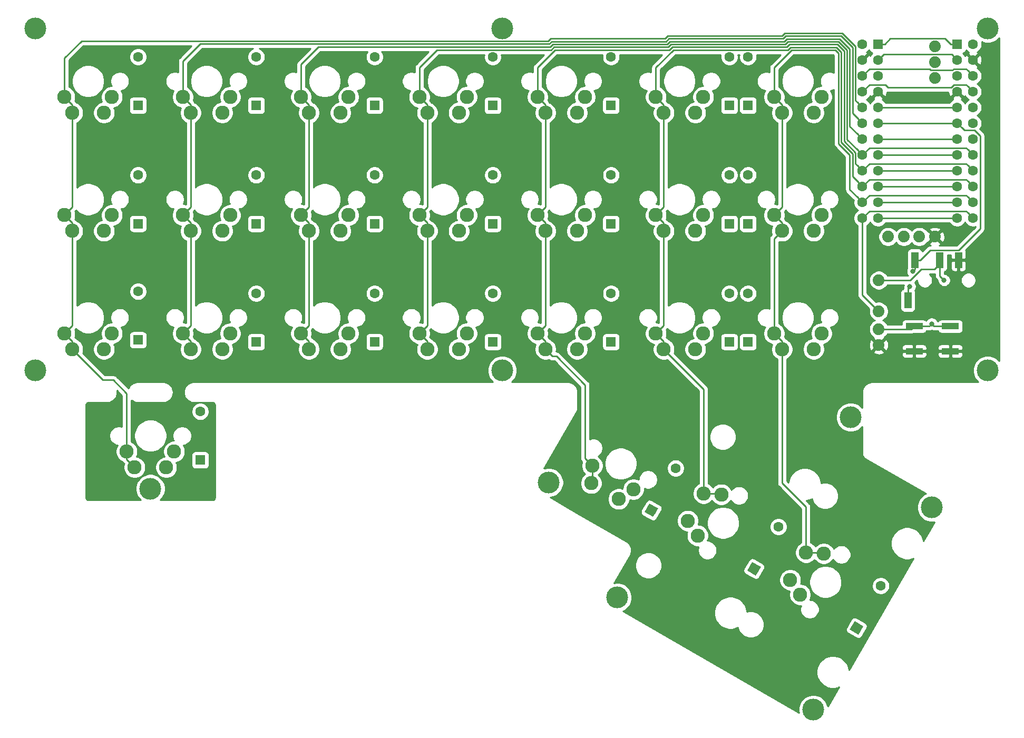
<source format=gbr>
G04 #@! TF.GenerationSoftware,KiCad,Pcbnew,5.1.2*
G04 #@! TF.CreationDate,2019-05-09T21:38:36-07:00*
G04 #@! TF.ProjectId,spacetime,73706163-6574-4696-9d65-2e6b69636164,v0.1*
G04 #@! TF.SameCoordinates,Original*
G04 #@! TF.FileFunction,Copper,L2,Bot*
G04 #@! TF.FilePolarity,Positive*
%FSLAX46Y46*%
G04 Gerber Fmt 4.6, Leading zero omitted, Abs format (unit mm)*
G04 Created by KiCad (PCBNEW 5.1.2) date 2019-05-09 21:38:36*
%MOMM*%
%LPD*%
G04 APERTURE LIST*
%ADD10R,1.198880X2.499360*%
%ADD11C,3.500000*%
%ADD12C,1.879600*%
%ADD13R,2.800000X1.000000*%
%ADD14C,1.600000*%
%ADD15R,1.600000X1.600000*%
%ADD16C,0.100000*%
%ADD17C,2.286000*%
%ADD18C,0.800000*%
%ADD19C,0.250000*%
%ADD20C,0.254000*%
G04 APERTURE END LIST*
D10*
X210801900Y-66751340D03*
X217802140Y-66751340D03*
X214802400Y-66751340D03*
X209702080Y-73248660D03*
D11*
X163000000Y-121000000D03*
X222500000Y-29500000D03*
X222500000Y-84500000D03*
X213500000Y-106500000D03*
X152000000Y-102500000D03*
X194500000Y-139000000D03*
X200500000Y-92000000D03*
X144500000Y-84500000D03*
X88000000Y-103500000D03*
X69500000Y-84500000D03*
X144500000Y-29500000D03*
X69500000Y-29500000D03*
D12*
X206500000Y-63000000D03*
X209040000Y-63000000D03*
D13*
X210700000Y-81400000D03*
X216500000Y-81400000D03*
X210700000Y-77400000D03*
X216500000Y-77400000D03*
D14*
X204910000Y-37140000D03*
X220150000Y-39680000D03*
X220150000Y-32060000D03*
X220150000Y-52380000D03*
X204910000Y-57460000D03*
X220150000Y-37140000D03*
D15*
X204910000Y-32060000D03*
D14*
X220150000Y-47300000D03*
X204910000Y-60000000D03*
X220150000Y-34600000D03*
X220150000Y-60000000D03*
X204910000Y-39680000D03*
X220150000Y-57460000D03*
X204910000Y-54920000D03*
X204910000Y-52380000D03*
X204910000Y-44760000D03*
X204910000Y-47300000D03*
X220150000Y-44760000D03*
X204910000Y-42220000D03*
X220150000Y-54920000D03*
X220150000Y-42220000D03*
X204910000Y-49840000D03*
X204910000Y-34600000D03*
X220150000Y-49840000D03*
X202370000Y-32060000D03*
X202370000Y-34600000D03*
X202370000Y-37140000D03*
X202370000Y-39680000D03*
X202370000Y-42220000D03*
X202370000Y-44760000D03*
X202370000Y-47300000D03*
X202370000Y-49840000D03*
X202370000Y-52380000D03*
X202370000Y-54920000D03*
X202370000Y-57460000D03*
X202370000Y-60000000D03*
X217610000Y-60000000D03*
X217610000Y-57460000D03*
X217610000Y-54920000D03*
X217610000Y-52380000D03*
X217610000Y-49840000D03*
X217610000Y-47300000D03*
X217610000Y-44760000D03*
X217610000Y-42220000D03*
X217610000Y-39680000D03*
X217610000Y-37140000D03*
X217610000Y-34600000D03*
D15*
X217610000Y-32060000D03*
X86000000Y-41900000D03*
D14*
X86000000Y-34100000D03*
X105000000Y-34100000D03*
D15*
X105000000Y-41900000D03*
D14*
X124000000Y-34100000D03*
D15*
X124000000Y-41900000D03*
D14*
X143000000Y-34100000D03*
D15*
X143000000Y-41900000D03*
D14*
X162000000Y-34100000D03*
D15*
X162000000Y-41900000D03*
X181000000Y-41900000D03*
D14*
X181000000Y-34100000D03*
D15*
X184000000Y-41900000D03*
D14*
X184000000Y-34100000D03*
D15*
X86000000Y-60900000D03*
D14*
X86000000Y-53100000D03*
D15*
X105000000Y-60900000D03*
D14*
X105000000Y-53100000D03*
X124000000Y-53100000D03*
D15*
X124000000Y-60900000D03*
X143000000Y-60900000D03*
D14*
X143000000Y-53100000D03*
X162000000Y-53100000D03*
D15*
X162000000Y-60900000D03*
X181000000Y-60900000D03*
D14*
X181000000Y-53100000D03*
X184000000Y-53100000D03*
D15*
X184000000Y-60900000D03*
D14*
X86000000Y-71800000D03*
D15*
X86000000Y-79600000D03*
X105000000Y-79900000D03*
D14*
X105000000Y-72100000D03*
X124000000Y-72100000D03*
D15*
X124000000Y-79900000D03*
X143000000Y-79900000D03*
D14*
X143000000Y-72100000D03*
D15*
X162000000Y-79900000D03*
D14*
X162000000Y-72100000D03*
D15*
X181000000Y-79900000D03*
D14*
X181000000Y-72100000D03*
X184000000Y-72100000D03*
D15*
X184000000Y-79900000D03*
X96000000Y-98900000D03*
D14*
X96000000Y-91100000D03*
X172373721Y-100209103D03*
X168473721Y-106964101D03*
D16*
G36*
X168766541Y-108056921D02*
G01*
X167380901Y-107256921D01*
X168180901Y-105871281D01*
X169566541Y-106671281D01*
X168766541Y-108056921D01*
X168766541Y-108056921D01*
G37*
D14*
X184978202Y-116377498D03*
D16*
G36*
X185271022Y-117470318D02*
G01*
X183885382Y-116670318D01*
X184685382Y-115284678D01*
X186071022Y-116084678D01*
X185271022Y-117470318D01*
X185271022Y-117470318D01*
G37*
D14*
X188878202Y-109622500D03*
X205332686Y-119122501D03*
X201432686Y-125877499D03*
D16*
G36*
X201725506Y-126970319D02*
G01*
X200339866Y-126170319D01*
X201139866Y-124784679D01*
X202525506Y-125584679D01*
X201725506Y-126970319D01*
X201725506Y-126970319D01*
G37*
D12*
X205000000Y-80400000D03*
X205000000Y-77860000D03*
X205000000Y-70000000D03*
X214000000Y-37500000D03*
X214000000Y-34960000D03*
X214000000Y-32420000D03*
X214040000Y-63000000D03*
X211500000Y-63000000D03*
X205000000Y-75000000D03*
D17*
X75460000Y-43080000D03*
X81810000Y-40540000D03*
X80540000Y-43080000D03*
X74190000Y-40540000D03*
X93190000Y-40540000D03*
X99540000Y-43080000D03*
X100810000Y-40540000D03*
X94460000Y-43080000D03*
X113460000Y-43080000D03*
X119810000Y-40540000D03*
X118540000Y-43080000D03*
X112190000Y-40540000D03*
X131190000Y-40540000D03*
X137540000Y-43080000D03*
X138810000Y-40540000D03*
X132460000Y-43080000D03*
X150190000Y-40540000D03*
X156540000Y-43080000D03*
X157810000Y-40540000D03*
X151460000Y-43080000D03*
X169190000Y-40540000D03*
X175540000Y-43080000D03*
X176810000Y-40540000D03*
X170460000Y-43080000D03*
X189460000Y-43080000D03*
X195810000Y-40540000D03*
X194540000Y-43080000D03*
X188190000Y-40540000D03*
X74190000Y-59540000D03*
X80540000Y-62080000D03*
X81810000Y-59540000D03*
X75460000Y-62080000D03*
X94460000Y-62080000D03*
X100810000Y-59540000D03*
X99540000Y-62080000D03*
X93190000Y-59540000D03*
X112190000Y-59540000D03*
X118540000Y-62080000D03*
X119810000Y-59540000D03*
X113460000Y-62080000D03*
X131190000Y-59540000D03*
X137540000Y-62080000D03*
X138810000Y-59540000D03*
X132460000Y-62080000D03*
X151460000Y-62080000D03*
X157810000Y-59540000D03*
X156540000Y-62080000D03*
X150190000Y-59540000D03*
X170460000Y-62080000D03*
X176810000Y-59540000D03*
X175540000Y-62080000D03*
X169190000Y-59540000D03*
X188190000Y-59540000D03*
X194540000Y-62080000D03*
X195810000Y-59540000D03*
X189460000Y-62080000D03*
X74190000Y-78540000D03*
X80540000Y-81080000D03*
X81810000Y-78540000D03*
X75460000Y-81080000D03*
X93190000Y-78540000D03*
X99540000Y-81080000D03*
X100810000Y-78540000D03*
X94460000Y-81080000D03*
X113460000Y-81080000D03*
X119810000Y-78540000D03*
X118540000Y-81080000D03*
X112190000Y-78540000D03*
X132460000Y-81080000D03*
X138810000Y-78540000D03*
X137540000Y-81080000D03*
X131190000Y-78540000D03*
X151460000Y-81080000D03*
X157810000Y-78540000D03*
X156540000Y-81080000D03*
X150190000Y-78540000D03*
X170460000Y-81080000D03*
X176810000Y-78540000D03*
X175540000Y-81080000D03*
X169190000Y-78540000D03*
X189460000Y-81080000D03*
X195810000Y-78540000D03*
X194540000Y-81080000D03*
X188190000Y-78540000D03*
X85460000Y-100080000D03*
X91810000Y-97540000D03*
X90540000Y-100080000D03*
X84190000Y-97540000D03*
X158975959Y-99794705D03*
X163205221Y-105169409D03*
X165575073Y-103604705D03*
X158805811Y-102629409D03*
X176870591Y-104260295D03*
X175895295Y-111029557D03*
X176870591Y-104260295D03*
X175895295Y-111029557D03*
X174330591Y-108659705D03*
X174330591Y-108659705D03*
X179705295Y-104430443D03*
X196159778Y-113930443D03*
X190785074Y-118159705D03*
X190785074Y-118159705D03*
X192349778Y-120529557D03*
X193325074Y-113760295D03*
X192349778Y-120529557D03*
X193325074Y-113760295D03*
D18*
X210000000Y-71000000D03*
X210471134Y-68576549D03*
X213500000Y-77000000D03*
X215500000Y-70000000D03*
D19*
X204910000Y-47300000D02*
X217610000Y-47300000D01*
X204910000Y-49840000D02*
X217610000Y-49840000D01*
X204910000Y-52380000D02*
X217610000Y-52380000D01*
X204910000Y-54920000D02*
X217610000Y-54920000D01*
X216400000Y-81500000D02*
X216500000Y-81400000D01*
X210800000Y-81500000D02*
X210700000Y-81400000D01*
X203495001Y-38554999D02*
X206054999Y-38554999D01*
X202370000Y-39680000D02*
X203495001Y-38554999D01*
X206054999Y-38554999D02*
X206500000Y-39000000D01*
X219350001Y-38880001D02*
X220150000Y-39680000D01*
X216624998Y-39000000D02*
X217069999Y-38554999D01*
X219024999Y-38554999D02*
X219350001Y-38880001D01*
X217069999Y-38554999D02*
X219024999Y-38554999D01*
X206500000Y-39000000D02*
X216624998Y-39000000D01*
X209702080Y-73248660D02*
X209702080Y-71297920D01*
X209702080Y-71297920D02*
X210000000Y-71000000D01*
X204910000Y-44760000D02*
X217610000Y-44760000D01*
X210801900Y-66751340D02*
X211651340Y-66751340D01*
X213226021Y-65176659D02*
X217823341Y-65176659D01*
X211651340Y-66751340D02*
X213226021Y-65176659D01*
X218409999Y-45559999D02*
X217610000Y-44760000D01*
X220400003Y-45885001D02*
X218735001Y-45885001D01*
X221275001Y-46759999D02*
X220400003Y-45885001D01*
X218735001Y-45885001D02*
X218409999Y-45559999D01*
X221275001Y-61724999D02*
X221275001Y-46759999D01*
X217823341Y-65176659D02*
X221275001Y-61724999D01*
X210801900Y-66751340D02*
X210801900Y-68251020D01*
X210476371Y-68576549D02*
X210471134Y-68576549D01*
X210801900Y-68251020D02*
X210476371Y-68576549D01*
X204910000Y-57460000D02*
X217610000Y-57460000D01*
X204910000Y-60000000D02*
X217610000Y-60000000D01*
X75460000Y-41810000D02*
X75460000Y-43080000D01*
X74190000Y-40540000D02*
X75460000Y-41810000D01*
X75460000Y-58270000D02*
X74190000Y-59540000D01*
X75460000Y-43080000D02*
X75460000Y-58270000D01*
X75460000Y-60810000D02*
X75460000Y-62080000D01*
X74190000Y-59540000D02*
X75460000Y-60810000D01*
X75460000Y-77270000D02*
X74190000Y-78540000D01*
X75460000Y-62080000D02*
X75460000Y-77270000D01*
X75460000Y-79810000D02*
X75460000Y-81080000D01*
X74190000Y-78540000D02*
X75460000Y-79810000D01*
X84190000Y-98810000D02*
X84190000Y-97540000D01*
X85460000Y-100080000D02*
X84190000Y-98810000D01*
X84190000Y-97540000D02*
X84190000Y-88190000D01*
X84190000Y-88190000D02*
X82000000Y-86000000D01*
X80380000Y-86000000D02*
X75460000Y-81080000D01*
X82000000Y-86000000D02*
X80380000Y-86000000D01*
X201245000Y-41095000D02*
X201570001Y-41420001D01*
X189456590Y-30724944D02*
X189881600Y-30299934D01*
X199118400Y-30299934D02*
X201245000Y-32426534D01*
X95813600Y-31549989D02*
X143478987Y-31549989D01*
X74190000Y-34310000D02*
X76924999Y-31575001D01*
X76924999Y-31575001D02*
X95788588Y-31575001D01*
X171093001Y-30724944D02*
X189456590Y-30724944D01*
X74190000Y-40540000D02*
X74190000Y-34310000D01*
X143503999Y-31575001D02*
X151879355Y-31575001D01*
X201245000Y-32426534D02*
X201245000Y-41095000D01*
X143478987Y-31549989D02*
X143503999Y-31575001D01*
X152279401Y-31174955D02*
X170642991Y-31174955D01*
X151879355Y-31575001D02*
X152279401Y-31174955D01*
X201570001Y-41420001D02*
X202370000Y-42220000D01*
X170642991Y-31174955D02*
X171093001Y-30724944D01*
X95788588Y-31575001D02*
X95813600Y-31549989D01*
X189881600Y-30299934D02*
X199118400Y-30299934D01*
X94460000Y-41810000D02*
X94460000Y-43080000D01*
X93190000Y-40540000D02*
X94460000Y-41810000D01*
X94460000Y-58270000D02*
X93190000Y-59540000D01*
X94460000Y-43080000D02*
X94460000Y-58270000D01*
X94460000Y-60810000D02*
X94460000Y-62080000D01*
X93190000Y-59540000D02*
X94460000Y-60810000D01*
X94460000Y-77270000D02*
X93190000Y-78540000D01*
X94460000Y-62080000D02*
X94460000Y-77270000D01*
X94460000Y-79810000D02*
X94460000Y-81080000D01*
X93190000Y-78540000D02*
X94460000Y-79810000D01*
X93190000Y-40540000D02*
X93190000Y-34810000D01*
X93190000Y-34810000D02*
X96000000Y-32000000D01*
X96000000Y-32000000D02*
X143292587Y-32000000D01*
X152465801Y-31624966D02*
X170829390Y-31624966D01*
X170829390Y-31624966D02*
X171279401Y-31174955D01*
X189642991Y-31174955D02*
X190068000Y-30749945D01*
X171279401Y-31174955D02*
X189642991Y-31174955D01*
X198932000Y-30749945D02*
X200794989Y-32612934D01*
X200794989Y-43184989D02*
X201570001Y-43960001D01*
X143292587Y-32000000D02*
X143317599Y-32025012D01*
X200794989Y-32612934D02*
X200794989Y-43184989D01*
X190068000Y-30749945D02*
X198932000Y-30749945D01*
X201570001Y-43960001D02*
X202370000Y-44760000D01*
X152065756Y-32025012D02*
X152465801Y-31624966D01*
X143317599Y-32025012D02*
X152065756Y-32025012D01*
X113460000Y-41810000D02*
X113460000Y-43080000D01*
X112190000Y-40540000D02*
X113460000Y-41810000D01*
X113460000Y-58270000D02*
X112190000Y-59540000D01*
X113460000Y-43080000D02*
X113460000Y-58270000D01*
X113460000Y-60810000D02*
X113460000Y-62080000D01*
X112190000Y-59540000D02*
X113460000Y-60810000D01*
X113460000Y-77270000D02*
X112190000Y-78540000D01*
X113460000Y-62080000D02*
X113460000Y-77270000D01*
X113460000Y-79810000D02*
X113460000Y-81080000D01*
X112190000Y-78540000D02*
X113460000Y-79810000D01*
X190254400Y-31199956D02*
X198745600Y-31199956D01*
X115000000Y-32500000D02*
X152227178Y-32500000D01*
X189829390Y-31624966D02*
X190254400Y-31199956D01*
X200344978Y-45274978D02*
X201570001Y-46500001D01*
X200344978Y-32799334D02*
X200344978Y-45274978D01*
X201570001Y-46500001D02*
X202370000Y-47300000D01*
X171465801Y-31624966D02*
X189829390Y-31624966D01*
X171015791Y-32074977D02*
X171465801Y-31624966D01*
X112190000Y-35310000D02*
X115000000Y-32500000D01*
X112190000Y-40540000D02*
X112190000Y-35310000D01*
X152227178Y-32500000D02*
X152652201Y-32074977D01*
X152652201Y-32074977D02*
X171015791Y-32074977D01*
X198745600Y-31199956D02*
X200344978Y-32799334D01*
X132460000Y-41810000D02*
X132460000Y-43080000D01*
X131190000Y-40540000D02*
X132460000Y-41810000D01*
X132460000Y-58270000D02*
X131190000Y-59540000D01*
X132460000Y-43080000D02*
X132460000Y-58270000D01*
X132460000Y-60810000D02*
X132460000Y-62080000D01*
X131190000Y-59540000D02*
X132460000Y-60810000D01*
X132460000Y-77270000D02*
X131190000Y-78540000D01*
X132460000Y-62080000D02*
X132460000Y-77270000D01*
X132460000Y-79810000D02*
X132460000Y-81080000D01*
X131190000Y-78540000D02*
X132460000Y-79810000D01*
X219024999Y-48714999D02*
X219350001Y-49040001D01*
X219350001Y-49040001D02*
X220150000Y-49840000D01*
X203495001Y-48714999D02*
X219024999Y-48714999D01*
X202370000Y-49840000D02*
X203495001Y-48714999D01*
X152388591Y-32974999D02*
X152838601Y-32524988D01*
X152838601Y-32524988D02*
X171202190Y-32524988D01*
X199894967Y-47364967D02*
X201570001Y-49040001D01*
X201570001Y-49040001D02*
X202370000Y-49840000D01*
X190015791Y-32074977D02*
X190440800Y-31649967D01*
X171652201Y-32074977D02*
X190015791Y-32074977D01*
X171202190Y-32524988D02*
X171652201Y-32074977D01*
X134025001Y-32974999D02*
X152388591Y-32974999D01*
X131190000Y-35810000D02*
X134025001Y-32974999D01*
X199894967Y-32985734D02*
X199894967Y-47364967D01*
X198559200Y-31649967D02*
X199894967Y-32985734D01*
X131190000Y-40540000D02*
X131190000Y-35810000D01*
X190440800Y-31649967D02*
X198559200Y-31649967D01*
X151460000Y-41810000D02*
X151460000Y-43080000D01*
X150190000Y-40540000D02*
X151460000Y-41810000D01*
X151460000Y-58270000D02*
X150190000Y-59540000D01*
X151460000Y-43080000D02*
X151460000Y-58270000D01*
X151460000Y-60810000D02*
X151460000Y-62080000D01*
X150190000Y-59540000D02*
X151460000Y-60810000D01*
X151460000Y-77270000D02*
X150190000Y-78540000D01*
X151460000Y-62080000D02*
X151460000Y-77270000D01*
X151460000Y-79810000D02*
X151460000Y-81080000D01*
X150190000Y-78540000D02*
X151460000Y-79810000D01*
X152602999Y-82222999D02*
X153222999Y-82222999D01*
X151460000Y-81080000D02*
X152602999Y-82222999D01*
X157832960Y-98651706D02*
X158975959Y-99794705D01*
X157832960Y-86832960D02*
X157832960Y-98651706D01*
X153222999Y-82222999D02*
X157832960Y-86832960D01*
X158805811Y-101581299D02*
X158805811Y-102629409D01*
X158975959Y-101411151D02*
X158805811Y-101581299D01*
X158975959Y-99794705D02*
X158975959Y-101411151D01*
X219350001Y-51580001D02*
X220150000Y-52380000D01*
X219024999Y-51254999D02*
X219350001Y-51580001D01*
X203495001Y-51254999D02*
X219024999Y-51254999D01*
X202370000Y-52380000D02*
X203495001Y-51254999D01*
X190627200Y-32099978D02*
X198372800Y-32099978D01*
X201244999Y-49472177D02*
X201244999Y-51254999D01*
X153025001Y-32974999D02*
X171388591Y-32974999D01*
X171838601Y-32524988D02*
X190202190Y-32524988D01*
X201244999Y-51254999D02*
X201570001Y-51580001D01*
X150190000Y-40540000D02*
X150190000Y-35810000D01*
X199444955Y-33172133D02*
X199444955Y-47672134D01*
X190202190Y-32524988D02*
X190627200Y-32099978D01*
X201570001Y-51580001D02*
X202370000Y-52380000D01*
X198372800Y-32099978D02*
X199444955Y-33172133D01*
X171388591Y-32974999D02*
X171838601Y-32524988D01*
X199444955Y-47672134D02*
X201244999Y-49472177D01*
X150190000Y-35810000D02*
X153025001Y-32974999D01*
X170460000Y-41810000D02*
X170460000Y-43080000D01*
X169190000Y-40540000D02*
X170460000Y-41810000D01*
X170460000Y-58270000D02*
X169190000Y-59540000D01*
X170460000Y-43080000D02*
X170460000Y-58270000D01*
X170460000Y-60810000D02*
X170460000Y-62080000D01*
X169190000Y-59540000D02*
X170460000Y-60810000D01*
X170460000Y-77270000D02*
X169190000Y-78540000D01*
X170460000Y-62080000D02*
X170460000Y-77270000D01*
X170460000Y-79810000D02*
X170460000Y-81080000D01*
X169190000Y-78540000D02*
X170460000Y-79810000D01*
X176870591Y-87490591D02*
X176870591Y-104260295D01*
X170460000Y-81080000D02*
X176870591Y-87490591D01*
X179535147Y-104260295D02*
X179705295Y-104430443D01*
X176870591Y-104260295D02*
X179535147Y-104260295D01*
X219350001Y-54120001D02*
X220150000Y-54920000D01*
X219024999Y-53794999D02*
X219350001Y-54120001D01*
X203495001Y-53794999D02*
X219024999Y-53794999D01*
X202370000Y-54920000D02*
X203495001Y-53794999D01*
X200794988Y-49658577D02*
X200794988Y-53344988D01*
X169190000Y-40540000D02*
X169190000Y-35810000D01*
X198994944Y-47858534D02*
X200794988Y-49658577D01*
X169190000Y-35810000D02*
X172025001Y-32974999D01*
X198994945Y-33358534D02*
X198994944Y-47858534D01*
X200794988Y-53344988D02*
X201570001Y-54120001D01*
X190813600Y-32549989D02*
X198186400Y-32549989D01*
X201570001Y-54120001D02*
X202370000Y-54920000D01*
X172025001Y-32974999D02*
X190388591Y-32974999D01*
X198186400Y-32549989D02*
X198994945Y-33358534D01*
X190388591Y-32974999D02*
X190813600Y-32549989D01*
X195111668Y-113930443D02*
X196159778Y-113930443D01*
X194941520Y-113760295D02*
X195111668Y-113930443D01*
X193325074Y-113760295D02*
X194941520Y-113760295D01*
X189460000Y-41810000D02*
X189460000Y-43080000D01*
X188190000Y-40540000D02*
X189460000Y-41810000D01*
X189460000Y-58270000D02*
X188190000Y-59540000D01*
X189460000Y-43080000D02*
X189460000Y-58270000D01*
X189460000Y-60810000D02*
X189460000Y-62080000D01*
X188190000Y-59540000D02*
X189460000Y-60810000D01*
X188190000Y-63350000D02*
X188190000Y-78540000D01*
X189460000Y-62080000D02*
X188190000Y-63350000D01*
X189460000Y-79810000D02*
X189460000Y-81080000D01*
X188190000Y-78540000D02*
X189460000Y-79810000D01*
X193325074Y-106427897D02*
X193325074Y-112143849D01*
X193325074Y-112143849D02*
X193325074Y-113760295D01*
X189460000Y-102562823D02*
X193325074Y-106427897D01*
X189460000Y-81080000D02*
X189460000Y-102562823D01*
X219024999Y-56334999D02*
X219350001Y-56660001D01*
X219350001Y-56660001D02*
X220150000Y-57460000D01*
X203495001Y-56334999D02*
X219024999Y-56334999D01*
X202370000Y-57460000D02*
X203495001Y-56334999D01*
X188190000Y-40540000D02*
X188190000Y-35810000D01*
X188190000Y-35810000D02*
X191000000Y-33000000D01*
X198000000Y-33000000D02*
X198544934Y-33544934D01*
X191000000Y-33000000D02*
X198000000Y-33000000D01*
X198544934Y-33544934D02*
X198544934Y-48044934D01*
X201570001Y-56660001D02*
X202370000Y-57460000D01*
X200344977Y-49844977D02*
X200344977Y-55434977D01*
X198544934Y-48044934D02*
X200344977Y-49844977D01*
X200344977Y-55434977D02*
X201570001Y-56660001D01*
X204910000Y-42220000D02*
X217610000Y-42220000D01*
X213899999Y-77399999D02*
X213500000Y-77000000D01*
X216500000Y-77400000D02*
X213899999Y-77399999D01*
X213100001Y-77399999D02*
X213500000Y-77000000D01*
X210700000Y-77400000D02*
X213100001Y-77399999D01*
X219024999Y-36014999D02*
X219350001Y-36340001D01*
X217069999Y-36014999D02*
X219024999Y-36014999D01*
X216860197Y-36224801D02*
X217069999Y-36014999D01*
X219350001Y-36340001D02*
X220150000Y-37140000D01*
X213392895Y-36224801D02*
X216860197Y-36224801D01*
X213183093Y-36014999D02*
X213392895Y-36224801D01*
X203495001Y-36014999D02*
X213183093Y-36014999D01*
X202370000Y-37140000D02*
X203495001Y-36014999D01*
X210240000Y-77860000D02*
X210700000Y-77400000D01*
X205000000Y-77860000D02*
X210240000Y-77860000D01*
X214802400Y-69302400D02*
X214802400Y-66751340D01*
X215500000Y-70000000D02*
X214802400Y-69302400D01*
X213952960Y-68251020D02*
X214802400Y-67401580D01*
X214802400Y-67401580D02*
X214802400Y-66751340D01*
X205000000Y-70000000D02*
X210073002Y-70000000D01*
X210073002Y-70000000D02*
X211821982Y-68251020D01*
X211821982Y-68251020D02*
X213952960Y-68251020D01*
X219350001Y-59200001D02*
X220150000Y-60000000D01*
X203495001Y-58874999D02*
X219024999Y-58874999D01*
X219024999Y-58874999D02*
X219350001Y-59200001D01*
X202370000Y-60000000D02*
X203495001Y-58874999D01*
X202370000Y-72370000D02*
X202370000Y-60000000D01*
X205000000Y-75000000D02*
X202370000Y-72370000D01*
X215655199Y-31155199D02*
X216560000Y-32060000D01*
X206864801Y-31155199D02*
X215655199Y-31155199D01*
X216560000Y-32060000D02*
X217610000Y-32060000D01*
X205960000Y-32060000D02*
X206864801Y-31155199D01*
X204910000Y-32060000D02*
X205960000Y-32060000D01*
X216810001Y-33800001D02*
X217610000Y-34600000D01*
X216705199Y-33695199D02*
X216810001Y-33800001D01*
X205814801Y-33695199D02*
X216705199Y-33695199D01*
X204910000Y-34600000D02*
X205814801Y-33695199D01*
D20*
G36*
X224340001Y-82967102D02*
G01*
X224020349Y-82647450D01*
X223629721Y-82386440D01*
X223195679Y-82206654D01*
X222734902Y-82115000D01*
X222265098Y-82115000D01*
X221804321Y-82206654D01*
X221370279Y-82386440D01*
X220979651Y-82647450D01*
X220647450Y-82979651D01*
X220386440Y-83370279D01*
X220206654Y-83804321D01*
X220115000Y-84265098D01*
X220115000Y-84734902D01*
X220206654Y-85195679D01*
X220386440Y-85629721D01*
X220647450Y-86020349D01*
X220967101Y-86340000D01*
X203967581Y-86340000D01*
X203939326Y-86342783D01*
X203933199Y-86342740D01*
X203924028Y-86343640D01*
X203729931Y-86364041D01*
X203671348Y-86376066D01*
X203612577Y-86387277D01*
X203603755Y-86389941D01*
X203417317Y-86447653D01*
X203362162Y-86470838D01*
X203306709Y-86493242D01*
X203298573Y-86497568D01*
X203126896Y-86590393D01*
X203077278Y-86623861D01*
X203027247Y-86656600D01*
X203020106Y-86662424D01*
X202869728Y-86786828D01*
X202827589Y-86829263D01*
X202784839Y-86871126D01*
X202778966Y-86878227D01*
X202655616Y-87029469D01*
X202622534Y-87079262D01*
X202588716Y-87128651D01*
X202584333Y-87136757D01*
X202492708Y-87309079D01*
X202469909Y-87364394D01*
X202446348Y-87419366D01*
X202443623Y-87428169D01*
X202387214Y-87615005D01*
X202375594Y-87673693D01*
X202363158Y-87732196D01*
X202362195Y-87741361D01*
X202343150Y-87935595D01*
X202343150Y-87935608D01*
X202340001Y-87967581D01*
X202340001Y-90467102D01*
X202020349Y-90147450D01*
X201629721Y-89886440D01*
X201195679Y-89706654D01*
X200734902Y-89615000D01*
X200265098Y-89615000D01*
X199804321Y-89706654D01*
X199370279Y-89886440D01*
X198979651Y-90147450D01*
X198647450Y-90479651D01*
X198386440Y-90870279D01*
X198206654Y-91304321D01*
X198115000Y-91765098D01*
X198115000Y-92234902D01*
X198206654Y-92695679D01*
X198386440Y-93129721D01*
X198647450Y-93520349D01*
X198979651Y-93852550D01*
X199370279Y-94113560D01*
X199804321Y-94293346D01*
X200265098Y-94385000D01*
X200734902Y-94385000D01*
X201195679Y-94293346D01*
X201629721Y-94113560D01*
X202020349Y-93852550D01*
X202340000Y-93532899D01*
X202340000Y-97832418D01*
X202342406Y-97856842D01*
X202342403Y-97857047D01*
X202343253Y-97866223D01*
X202352928Y-97963325D01*
X202364636Y-98021972D01*
X202375529Y-98080803D01*
X202378145Y-98089639D01*
X202406496Y-98183013D01*
X202429371Y-98238267D01*
X202451488Y-98293872D01*
X202455771Y-98302031D01*
X202481434Y-98350114D01*
X202489150Y-98370620D01*
X202557794Y-98481029D01*
X202646657Y-98575926D01*
X202725851Y-98632685D01*
X212556229Y-104309417D01*
X212370279Y-104386440D01*
X211979651Y-104647450D01*
X211647450Y-104979651D01*
X211386440Y-105370279D01*
X211206654Y-105804321D01*
X211115000Y-106265098D01*
X211115000Y-106734902D01*
X211206654Y-107195679D01*
X211386440Y-107629721D01*
X211647450Y-108020349D01*
X211979651Y-108352550D01*
X212370279Y-108613560D01*
X212804321Y-108793346D01*
X213265098Y-108885000D01*
X213734902Y-108885000D01*
X213972608Y-108837718D01*
X212925398Y-110651538D01*
X212925394Y-110651544D01*
X212183009Y-111937392D01*
X212100396Y-111522067D01*
X211902224Y-111043638D01*
X211614523Y-110613063D01*
X211248349Y-110246889D01*
X210817774Y-109959188D01*
X210339345Y-109761016D01*
X209831447Y-109659989D01*
X209313599Y-109659989D01*
X208805701Y-109761016D01*
X208327272Y-109959188D01*
X207896697Y-110246889D01*
X207530523Y-110613063D01*
X207242822Y-111043638D01*
X207044650Y-111522067D01*
X206943623Y-112029965D01*
X206943623Y-112547813D01*
X207044650Y-113055711D01*
X207242822Y-113534140D01*
X207530523Y-113964715D01*
X207896697Y-114330889D01*
X208327272Y-114618590D01*
X208805701Y-114816762D01*
X209313599Y-114917789D01*
X209831447Y-114917789D01*
X210339345Y-114816762D01*
X210577576Y-114718083D01*
X200245009Y-132614614D01*
X200162396Y-132199289D01*
X199964224Y-131720860D01*
X199676523Y-131290285D01*
X199310349Y-130924111D01*
X198879774Y-130636410D01*
X198401345Y-130438238D01*
X197893447Y-130337211D01*
X197375599Y-130337211D01*
X196867701Y-130438238D01*
X196389272Y-130636410D01*
X195958697Y-130924111D01*
X195592523Y-131290285D01*
X195304822Y-131720860D01*
X195106650Y-132199289D01*
X195005623Y-132707187D01*
X195005623Y-133225035D01*
X195106650Y-133732933D01*
X195304822Y-134211362D01*
X195592523Y-134641937D01*
X195958697Y-135008111D01*
X196389272Y-135295812D01*
X196867701Y-135493984D01*
X197375599Y-135595011D01*
X197893447Y-135595011D01*
X198401345Y-135493984D01*
X198639577Y-135395305D01*
X196836064Y-138519080D01*
X196793346Y-138304321D01*
X196613560Y-137870279D01*
X196352550Y-137479651D01*
X196020349Y-137147450D01*
X195629721Y-136886440D01*
X195195679Y-136706654D01*
X194734902Y-136615000D01*
X194265098Y-136615000D01*
X193804321Y-136706654D01*
X193370279Y-136886440D01*
X192979651Y-137147450D01*
X192647450Y-137479651D01*
X192386440Y-137870279D01*
X192206654Y-138304321D01*
X192115000Y-138765098D01*
X192115000Y-139234902D01*
X192170349Y-139513162D01*
X163927572Y-123207187D01*
X178551140Y-123207187D01*
X178551140Y-123725035D01*
X178652167Y-124232933D01*
X178850339Y-124711362D01*
X179138040Y-125141937D01*
X179504214Y-125508111D01*
X179934789Y-125795812D01*
X180413218Y-125993984D01*
X180921116Y-126095011D01*
X181438964Y-126095011D01*
X181946862Y-125993984D01*
X182332126Y-125834402D01*
X182360266Y-125975868D01*
X182523015Y-126368781D01*
X182759292Y-126722393D01*
X183060014Y-127023115D01*
X183413626Y-127259392D01*
X183806539Y-127422141D01*
X184223653Y-127505111D01*
X184648939Y-127505111D01*
X185066053Y-127422141D01*
X185458966Y-127259392D01*
X185812578Y-127023115D01*
X186113300Y-126722393D01*
X186349577Y-126368781D01*
X186414496Y-126212051D01*
X199703160Y-126212051D01*
X199723536Y-126335464D01*
X199767597Y-126452531D01*
X199833649Y-126558753D01*
X199919156Y-126650047D01*
X200020830Y-126722905D01*
X201406470Y-127522905D01*
X201520404Y-127574529D01*
X201642221Y-127602932D01*
X201767238Y-127607025D01*
X201890651Y-127586649D01*
X202007718Y-127542588D01*
X202113940Y-127476536D01*
X202205234Y-127391029D01*
X202278092Y-127289355D01*
X203078092Y-125903715D01*
X203129716Y-125789781D01*
X203158119Y-125667964D01*
X203162212Y-125542947D01*
X203141836Y-125419534D01*
X203097775Y-125302467D01*
X203031723Y-125196245D01*
X202946216Y-125104951D01*
X202844542Y-125032093D01*
X201458902Y-124232093D01*
X201344968Y-124180469D01*
X201223151Y-124152066D01*
X201098134Y-124147973D01*
X200974721Y-124168349D01*
X200857654Y-124212410D01*
X200751432Y-124278462D01*
X200660138Y-124363969D01*
X200587280Y-124465643D01*
X199787280Y-125851283D01*
X199735656Y-125965217D01*
X199707253Y-126087034D01*
X199703160Y-126212051D01*
X186414496Y-126212051D01*
X186512326Y-125975868D01*
X186595296Y-125558754D01*
X186595296Y-125133468D01*
X186512326Y-124716354D01*
X186349577Y-124323441D01*
X186113300Y-123969829D01*
X185812578Y-123669107D01*
X185458966Y-123432830D01*
X185066053Y-123270081D01*
X184648939Y-123187111D01*
X184223653Y-123187111D01*
X183808940Y-123269603D01*
X183808940Y-123207187D01*
X183707913Y-122699289D01*
X183509741Y-122220860D01*
X183222040Y-121790285D01*
X182855866Y-121424111D01*
X182425291Y-121136410D01*
X181946862Y-120938238D01*
X181438964Y-120837211D01*
X180921116Y-120837211D01*
X180413218Y-120938238D01*
X179934789Y-121136410D01*
X179504214Y-121424111D01*
X179138040Y-121790285D01*
X178850339Y-122220860D01*
X178652167Y-122699289D01*
X178551140Y-123207187D01*
X163927572Y-123207187D01*
X163917593Y-123201426D01*
X164129721Y-123113560D01*
X164520349Y-122852550D01*
X164852550Y-122520349D01*
X165113560Y-122129721D01*
X165293346Y-121695679D01*
X165385000Y-121234902D01*
X165385000Y-120765098D01*
X165293346Y-120304321D01*
X165113560Y-119870279D01*
X164852550Y-119479651D01*
X164520349Y-119147450D01*
X164129721Y-118886440D01*
X163695679Y-118706654D01*
X163234902Y-118615000D01*
X162765098Y-118615000D01*
X162475969Y-118672511D01*
X164230562Y-115633468D01*
X165822813Y-115633468D01*
X165822813Y-116058754D01*
X165905783Y-116475868D01*
X166068532Y-116868781D01*
X166304809Y-117222393D01*
X166605531Y-117523115D01*
X166959143Y-117759392D01*
X167352056Y-117922141D01*
X167769170Y-118005111D01*
X168194456Y-118005111D01*
X168611570Y-117922141D01*
X169004483Y-117759392D01*
X169358095Y-117523115D01*
X169658817Y-117222393D01*
X169895094Y-116868781D01*
X169960013Y-116712050D01*
X183248676Y-116712050D01*
X183269052Y-116835463D01*
X183313113Y-116952530D01*
X183379165Y-117058752D01*
X183464672Y-117150046D01*
X183566346Y-117222904D01*
X184951986Y-118022904D01*
X185065920Y-118074528D01*
X185187737Y-118102931D01*
X185312754Y-118107024D01*
X185436167Y-118086648D01*
X185553234Y-118042587D01*
X185646507Y-117984587D01*
X189007074Y-117984587D01*
X189007074Y-118334823D01*
X189075402Y-118678328D01*
X189209431Y-119001904D01*
X189404011Y-119293114D01*
X189651665Y-119540768D01*
X189942875Y-119735348D01*
X190266451Y-119869377D01*
X190609956Y-119937705D01*
X190670438Y-119937705D01*
X190640106Y-120010934D01*
X190571778Y-120354439D01*
X190571778Y-120704675D01*
X190640106Y-121048180D01*
X190774135Y-121371756D01*
X190968715Y-121662966D01*
X191216369Y-121910620D01*
X191507579Y-122105200D01*
X191831155Y-122239229D01*
X192174660Y-122307557D01*
X192498164Y-122307557D01*
X192438472Y-122451666D01*
X192379483Y-122748225D01*
X192379483Y-123050593D01*
X192438472Y-123347152D01*
X192554184Y-123626504D01*
X192722171Y-123877914D01*
X192935978Y-124091721D01*
X193187388Y-124259708D01*
X193466740Y-124375420D01*
X193763299Y-124434409D01*
X194065667Y-124434409D01*
X194362226Y-124375420D01*
X194641578Y-124259708D01*
X194892988Y-124091721D01*
X195106795Y-123877914D01*
X195274782Y-123626504D01*
X195390494Y-123347152D01*
X195449483Y-123050593D01*
X195449483Y-122748225D01*
X195390494Y-122451666D01*
X195274782Y-122172314D01*
X195106795Y-121920904D01*
X194892988Y-121707097D01*
X194641578Y-121539110D01*
X194362226Y-121423398D01*
X194065667Y-121364409D01*
X193928464Y-121364409D01*
X194059450Y-121048180D01*
X194127778Y-120704675D01*
X194127778Y-120354439D01*
X194059450Y-120010934D01*
X193925421Y-119687358D01*
X193730841Y-119396148D01*
X193483187Y-119148494D01*
X193191977Y-118953914D01*
X192868401Y-118819885D01*
X192524896Y-118751557D01*
X192464414Y-118751557D01*
X192494746Y-118678328D01*
X192563074Y-118334823D01*
X192563074Y-118241076D01*
X193825583Y-118241076D01*
X193825583Y-118758924D01*
X193926610Y-119266822D01*
X194124782Y-119745251D01*
X194412483Y-120175826D01*
X194778657Y-120542000D01*
X195209232Y-120829701D01*
X195687661Y-121027873D01*
X196195559Y-121128900D01*
X196713407Y-121128900D01*
X197221305Y-121027873D01*
X197699734Y-120829701D01*
X198130309Y-120542000D01*
X198496483Y-120175826D01*
X198784184Y-119745251D01*
X198982356Y-119266822D01*
X199039176Y-118981166D01*
X203897686Y-118981166D01*
X203897686Y-119263836D01*
X203952833Y-119541075D01*
X204061006Y-119802228D01*
X204218049Y-120037260D01*
X204417927Y-120237138D01*
X204652959Y-120394181D01*
X204914112Y-120502354D01*
X205191351Y-120557501D01*
X205474021Y-120557501D01*
X205751260Y-120502354D01*
X206012413Y-120394181D01*
X206247445Y-120237138D01*
X206447323Y-120037260D01*
X206604366Y-119802228D01*
X206712539Y-119541075D01*
X206767686Y-119263836D01*
X206767686Y-118981166D01*
X206712539Y-118703927D01*
X206604366Y-118442774D01*
X206447323Y-118207742D01*
X206247445Y-118007864D01*
X206012413Y-117850821D01*
X205751260Y-117742648D01*
X205474021Y-117687501D01*
X205191351Y-117687501D01*
X204914112Y-117742648D01*
X204652959Y-117850821D01*
X204417927Y-118007864D01*
X204218049Y-118207742D01*
X204061006Y-118442774D01*
X203952833Y-118703927D01*
X203897686Y-118981166D01*
X199039176Y-118981166D01*
X199083383Y-118758924D01*
X199083383Y-118241076D01*
X198982356Y-117733178D01*
X198784184Y-117254749D01*
X198496483Y-116824174D01*
X198130309Y-116458000D01*
X197699734Y-116170299D01*
X197221305Y-115972127D01*
X196713407Y-115871100D01*
X196195559Y-115871100D01*
X195687661Y-115972127D01*
X195209232Y-116170299D01*
X194778657Y-116458000D01*
X194412483Y-116824174D01*
X194124782Y-117254749D01*
X193926610Y-117733178D01*
X193825583Y-118241076D01*
X192563074Y-118241076D01*
X192563074Y-117984587D01*
X192494746Y-117641082D01*
X192360717Y-117317506D01*
X192166137Y-117026296D01*
X191918483Y-116778642D01*
X191627273Y-116584062D01*
X191303697Y-116450033D01*
X190960192Y-116381705D01*
X190609956Y-116381705D01*
X190266451Y-116450033D01*
X189942875Y-116584062D01*
X189651665Y-116778642D01*
X189404011Y-117026296D01*
X189209431Y-117317506D01*
X189075402Y-117641082D01*
X189007074Y-117984587D01*
X185646507Y-117984587D01*
X185659456Y-117976535D01*
X185750750Y-117891028D01*
X185823608Y-117789354D01*
X186623608Y-116403714D01*
X186675232Y-116289780D01*
X186703635Y-116167963D01*
X186707728Y-116042946D01*
X186687352Y-115919533D01*
X186643291Y-115802466D01*
X186577239Y-115696244D01*
X186491732Y-115604950D01*
X186390058Y-115532092D01*
X185004418Y-114732092D01*
X184890484Y-114680468D01*
X184768667Y-114652065D01*
X184643650Y-114647972D01*
X184520237Y-114668348D01*
X184403170Y-114712409D01*
X184296948Y-114778461D01*
X184205654Y-114863968D01*
X184132796Y-114965642D01*
X183332796Y-116351282D01*
X183281172Y-116465216D01*
X183252769Y-116587033D01*
X183248676Y-116712050D01*
X169960013Y-116712050D01*
X170057843Y-116475868D01*
X170140813Y-116058754D01*
X170140813Y-115633468D01*
X170057843Y-115216354D01*
X169895094Y-114823441D01*
X169658817Y-114469829D01*
X169358095Y-114169107D01*
X169004483Y-113932830D01*
X168611570Y-113770081D01*
X168194456Y-113687111D01*
X167769170Y-113687111D01*
X167352056Y-113770081D01*
X166959143Y-113932830D01*
X166605531Y-114169107D01*
X166304809Y-114469829D01*
X166068532Y-114823441D01*
X165905783Y-115216354D01*
X165822813Y-115633468D01*
X164230562Y-115633468D01*
X165061507Y-114194230D01*
X165073223Y-114168372D01*
X165076325Y-114163085D01*
X165080131Y-114154693D01*
X165159512Y-113976400D01*
X165178386Y-113919662D01*
X165198067Y-113863145D01*
X165200171Y-113854174D01*
X165243409Y-113663857D01*
X165250904Y-113604524D01*
X165259231Y-113545278D01*
X165259553Y-113536068D01*
X165265003Y-113340979D01*
X165260832Y-113281329D01*
X165257491Y-113221576D01*
X165256017Y-113212479D01*
X165223469Y-113020046D01*
X165207785Y-112962319D01*
X165192909Y-112904381D01*
X165189697Y-112895744D01*
X165120392Y-112713298D01*
X165093792Y-112659713D01*
X165067948Y-112605771D01*
X165063119Y-112597923D01*
X164959697Y-112432413D01*
X164923227Y-112385056D01*
X164887365Y-112337118D01*
X164881103Y-112330357D01*
X164747503Y-112188088D01*
X164702520Y-112148708D01*
X164658042Y-112108660D01*
X164650587Y-112103244D01*
X164494226Y-111991301D01*
X164465770Y-111970910D01*
X156373182Y-107298653D01*
X166744195Y-107298653D01*
X166764571Y-107422066D01*
X166808632Y-107539133D01*
X166874684Y-107645355D01*
X166960191Y-107736649D01*
X167061865Y-107809507D01*
X168447505Y-108609507D01*
X168561439Y-108661131D01*
X168683256Y-108689534D01*
X168808273Y-108693627D01*
X168931686Y-108673251D01*
X169048753Y-108629190D01*
X169154975Y-108563138D01*
X169238842Y-108484587D01*
X172552591Y-108484587D01*
X172552591Y-108834823D01*
X172620919Y-109178328D01*
X172754948Y-109501904D01*
X172949528Y-109793114D01*
X173197182Y-110040768D01*
X173488392Y-110235348D01*
X173811968Y-110369377D01*
X174155473Y-110437705D01*
X174215955Y-110437705D01*
X174185623Y-110510934D01*
X174117295Y-110854439D01*
X174117295Y-111204675D01*
X174185623Y-111548180D01*
X174319652Y-111871756D01*
X174514232Y-112162966D01*
X174761886Y-112410620D01*
X175053096Y-112605200D01*
X175376672Y-112739229D01*
X175720177Y-112807557D01*
X176043681Y-112807557D01*
X175983989Y-112951666D01*
X175925000Y-113248225D01*
X175925000Y-113550593D01*
X175983989Y-113847152D01*
X176099701Y-114126504D01*
X176267688Y-114377914D01*
X176481495Y-114591721D01*
X176732905Y-114759708D01*
X177012257Y-114875420D01*
X177308816Y-114934409D01*
X177611184Y-114934409D01*
X177907743Y-114875420D01*
X178187095Y-114759708D01*
X178438505Y-114591721D01*
X178652312Y-114377914D01*
X178820299Y-114126504D01*
X178936011Y-113847152D01*
X178995000Y-113550593D01*
X178995000Y-113248225D01*
X178936011Y-112951666D01*
X178820299Y-112672314D01*
X178652312Y-112420904D01*
X178438505Y-112207097D01*
X178187095Y-112039110D01*
X177907743Y-111923398D01*
X177611184Y-111864409D01*
X177473981Y-111864409D01*
X177604967Y-111548180D01*
X177673295Y-111204675D01*
X177673295Y-110854439D01*
X177604967Y-110510934D01*
X177470938Y-110187358D01*
X177276358Y-109896148D01*
X177028704Y-109648494D01*
X176737494Y-109453914D01*
X176413918Y-109319885D01*
X176070413Y-109251557D01*
X176009931Y-109251557D01*
X176040263Y-109178328D01*
X176108591Y-108834823D01*
X176108591Y-108741076D01*
X177371100Y-108741076D01*
X177371100Y-109258924D01*
X177472127Y-109766822D01*
X177670299Y-110245251D01*
X177958000Y-110675826D01*
X178324174Y-111042000D01*
X178754749Y-111329701D01*
X179233178Y-111527873D01*
X179741076Y-111628900D01*
X180258924Y-111628900D01*
X180766822Y-111527873D01*
X181245251Y-111329701D01*
X181675826Y-111042000D01*
X182042000Y-110675826D01*
X182329701Y-110245251D01*
X182527873Y-109766822D01*
X182584693Y-109481165D01*
X187443202Y-109481165D01*
X187443202Y-109763835D01*
X187498349Y-110041074D01*
X187606522Y-110302227D01*
X187763565Y-110537259D01*
X187963443Y-110737137D01*
X188198475Y-110894180D01*
X188459628Y-111002353D01*
X188736867Y-111057500D01*
X189019537Y-111057500D01*
X189296776Y-111002353D01*
X189557929Y-110894180D01*
X189792961Y-110737137D01*
X189992839Y-110537259D01*
X190149882Y-110302227D01*
X190258055Y-110041074D01*
X190313202Y-109763835D01*
X190313202Y-109481165D01*
X190258055Y-109203926D01*
X190149882Y-108942773D01*
X189992839Y-108707741D01*
X189792961Y-108507863D01*
X189557929Y-108350820D01*
X189296776Y-108242647D01*
X189019537Y-108187500D01*
X188736867Y-108187500D01*
X188459628Y-108242647D01*
X188198475Y-108350820D01*
X187963443Y-108507863D01*
X187763565Y-108707741D01*
X187606522Y-108942773D01*
X187498349Y-109203926D01*
X187443202Y-109481165D01*
X182584693Y-109481165D01*
X182628900Y-109258924D01*
X182628900Y-108741076D01*
X182527873Y-108233178D01*
X182329701Y-107754749D01*
X182042000Y-107324174D01*
X181675826Y-106958000D01*
X181245251Y-106670299D01*
X180766822Y-106472127D01*
X180258924Y-106371100D01*
X179741076Y-106371100D01*
X179233178Y-106472127D01*
X178754749Y-106670299D01*
X178324174Y-106958000D01*
X177958000Y-107324174D01*
X177670299Y-107754749D01*
X177472127Y-108233178D01*
X177371100Y-108741076D01*
X176108591Y-108741076D01*
X176108591Y-108484587D01*
X176040263Y-108141082D01*
X175906234Y-107817506D01*
X175711654Y-107526296D01*
X175464000Y-107278642D01*
X175172790Y-107084062D01*
X174849214Y-106950033D01*
X174505709Y-106881705D01*
X174155473Y-106881705D01*
X173811968Y-106950033D01*
X173488392Y-107084062D01*
X173197182Y-107278642D01*
X172949528Y-107526296D01*
X172754948Y-107817506D01*
X172620919Y-108141082D01*
X172552591Y-108484587D01*
X169238842Y-108484587D01*
X169246269Y-108477631D01*
X169319127Y-108375957D01*
X170119127Y-106990317D01*
X170170751Y-106876383D01*
X170199154Y-106754566D01*
X170203247Y-106629549D01*
X170182871Y-106506136D01*
X170138810Y-106389069D01*
X170072758Y-106282847D01*
X169987251Y-106191553D01*
X169885577Y-106118695D01*
X168499937Y-105318695D01*
X168386003Y-105267071D01*
X168264186Y-105238668D01*
X168139169Y-105234575D01*
X168015756Y-105254951D01*
X167898689Y-105299012D01*
X167792467Y-105365064D01*
X167701173Y-105450571D01*
X167628315Y-105552245D01*
X166828315Y-106937885D01*
X166776691Y-107051819D01*
X166748288Y-107173636D01*
X166744195Y-107298653D01*
X156373182Y-107298653D01*
X152381908Y-104994291D01*
X161427221Y-104994291D01*
X161427221Y-105344527D01*
X161495549Y-105688032D01*
X161629578Y-106011608D01*
X161824158Y-106302818D01*
X162071812Y-106550472D01*
X162363022Y-106745052D01*
X162686598Y-106879081D01*
X163030103Y-106947409D01*
X163380339Y-106947409D01*
X163723844Y-106879081D01*
X164047420Y-106745052D01*
X164338630Y-106550472D01*
X164586284Y-106302818D01*
X164780864Y-106011608D01*
X164914893Y-105688032D01*
X164983221Y-105344527D01*
X164983221Y-105284045D01*
X165056450Y-105314377D01*
X165399955Y-105382705D01*
X165750191Y-105382705D01*
X166093696Y-105314377D01*
X166417272Y-105180348D01*
X166708482Y-104985768D01*
X166956136Y-104738114D01*
X167150716Y-104446904D01*
X167284745Y-104123328D01*
X167353073Y-103779823D01*
X167353073Y-103456319D01*
X167497182Y-103516011D01*
X167793741Y-103575000D01*
X168096109Y-103575000D01*
X168392668Y-103516011D01*
X168672020Y-103400299D01*
X168923430Y-103232312D01*
X169137237Y-103018505D01*
X169305224Y-102767095D01*
X169420936Y-102487743D01*
X169479925Y-102191184D01*
X169479925Y-101888816D01*
X169420936Y-101592257D01*
X169305224Y-101312905D01*
X169137237Y-101061495D01*
X168923430Y-100847688D01*
X168672020Y-100679701D01*
X168392668Y-100563989D01*
X168096109Y-100505000D01*
X167793741Y-100505000D01*
X167497182Y-100563989D01*
X167217830Y-100679701D01*
X166966420Y-100847688D01*
X166752613Y-101061495D01*
X166584626Y-101312905D01*
X166468914Y-101592257D01*
X166409925Y-101888816D01*
X166409925Y-102026019D01*
X166093696Y-101895033D01*
X165750191Y-101826705D01*
X165399955Y-101826705D01*
X165056450Y-101895033D01*
X164732874Y-102029062D01*
X164441664Y-102223642D01*
X164194010Y-102471296D01*
X163999430Y-102762506D01*
X163865401Y-103086082D01*
X163797073Y-103429587D01*
X163797073Y-103490069D01*
X163723844Y-103459737D01*
X163380339Y-103391409D01*
X163030103Y-103391409D01*
X162686598Y-103459737D01*
X162363022Y-103593766D01*
X162071812Y-103788346D01*
X161824158Y-104036000D01*
X161629578Y-104327210D01*
X161495549Y-104650786D01*
X161427221Y-104994291D01*
X152381908Y-104994291D01*
X152192610Y-104885000D01*
X152234902Y-104885000D01*
X152695679Y-104793346D01*
X153129721Y-104613560D01*
X153520349Y-104352550D01*
X153852550Y-104020349D01*
X154113560Y-103629721D01*
X154293346Y-103195679D01*
X154385000Y-102734902D01*
X154385000Y-102265098D01*
X154293346Y-101804321D01*
X154113560Y-101370279D01*
X153852550Y-100979651D01*
X153520349Y-100647450D01*
X153129721Y-100386440D01*
X152695679Y-100206654D01*
X152234902Y-100115000D01*
X151765098Y-100115000D01*
X151304321Y-100206654D01*
X151169769Y-100262387D01*
X156544287Y-90977148D01*
X156551425Y-90968450D01*
X156576797Y-90920982D01*
X156587452Y-90902574D01*
X156592081Y-90892387D01*
X156612710Y-90853793D01*
X156618917Y-90833333D01*
X156627761Y-90813870D01*
X156637744Y-90771268D01*
X156650450Y-90729383D01*
X156652546Y-90708103D01*
X156657423Y-90687290D01*
X156658903Y-90643558D01*
X156660000Y-90632419D01*
X156660000Y-90611139D01*
X156661820Y-90557357D01*
X156660000Y-90546257D01*
X156660000Y-87967581D01*
X156657217Y-87939326D01*
X156657260Y-87933199D01*
X156656360Y-87924028D01*
X156635959Y-87729931D01*
X156623934Y-87671348D01*
X156612723Y-87612577D01*
X156610059Y-87603755D01*
X156552347Y-87417317D01*
X156529162Y-87362162D01*
X156506758Y-87306709D01*
X156502432Y-87298573D01*
X156409607Y-87126896D01*
X156376139Y-87077278D01*
X156343400Y-87027247D01*
X156337576Y-87020106D01*
X156213172Y-86869728D01*
X156170737Y-86827589D01*
X156128874Y-86784839D01*
X156121773Y-86778966D01*
X155970531Y-86655616D01*
X155920738Y-86622534D01*
X155871349Y-86588716D01*
X155863243Y-86584333D01*
X155690921Y-86492708D01*
X155635606Y-86469909D01*
X155580634Y-86446348D01*
X155571831Y-86443623D01*
X155384995Y-86387214D01*
X155326307Y-86375594D01*
X155267804Y-86363158D01*
X155258639Y-86362195D01*
X155064405Y-86343150D01*
X155064402Y-86343150D01*
X155032419Y-86340000D01*
X146032899Y-86340000D01*
X146352550Y-86020349D01*
X146613560Y-85629721D01*
X146793346Y-85195679D01*
X146885000Y-84734902D01*
X146885000Y-84265098D01*
X146793346Y-83804321D01*
X146613560Y-83370279D01*
X146352550Y-82979651D01*
X146020349Y-82647450D01*
X145629721Y-82386440D01*
X145195679Y-82206654D01*
X144734902Y-82115000D01*
X144265098Y-82115000D01*
X143804321Y-82206654D01*
X143370279Y-82386440D01*
X142979651Y-82647450D01*
X142647450Y-82979651D01*
X142386440Y-83370279D01*
X142206654Y-83804321D01*
X142115000Y-84265098D01*
X142115000Y-84734902D01*
X142206654Y-85195679D01*
X142386440Y-85629721D01*
X142647450Y-86020349D01*
X142967101Y-86340000D01*
X94967581Y-86340000D01*
X94934613Y-86343247D01*
X94921633Y-86343247D01*
X94912468Y-86344210D01*
X94718518Y-86365965D01*
X94660019Y-86378400D01*
X94601325Y-86390022D01*
X94592522Y-86392747D01*
X94406491Y-86451760D01*
X94351509Y-86475326D01*
X94296206Y-86498120D01*
X94288100Y-86502503D01*
X94117075Y-86596525D01*
X94067752Y-86630298D01*
X94017894Y-86663423D01*
X94010794Y-86669297D01*
X93861288Y-86794747D01*
X93819443Y-86837477D01*
X93776987Y-86879638D01*
X93771163Y-86886780D01*
X93648872Y-87038880D01*
X93616114Y-87088939D01*
X93582669Y-87138523D01*
X93578343Y-87146660D01*
X93487923Y-87319616D01*
X93465535Y-87375028D01*
X93442331Y-87430228D01*
X93439668Y-87439050D01*
X93384565Y-87626276D01*
X93373360Y-87685014D01*
X93361328Y-87743628D01*
X93360429Y-87752800D01*
X93342741Y-87947161D01*
X93343158Y-88006943D01*
X93342740Y-88066801D01*
X93343640Y-88075972D01*
X93364041Y-88270069D01*
X93376068Y-88328658D01*
X93387277Y-88387423D01*
X93389941Y-88396245D01*
X93447653Y-88582683D01*
X93470838Y-88637838D01*
X93493242Y-88693291D01*
X93497568Y-88701427D01*
X93590393Y-88873104D01*
X93623846Y-88922699D01*
X93656600Y-88972753D01*
X93662424Y-88979894D01*
X93786828Y-89130272D01*
X93829263Y-89172411D01*
X93871126Y-89215161D01*
X93878227Y-89221034D01*
X94029469Y-89344384D01*
X94079277Y-89377477D01*
X94128651Y-89411284D01*
X94136757Y-89415667D01*
X94309080Y-89507292D01*
X94364392Y-89530090D01*
X94419366Y-89553652D01*
X94428169Y-89556377D01*
X94615006Y-89612786D01*
X94673686Y-89624405D01*
X94732196Y-89636842D01*
X94741361Y-89637805D01*
X94935594Y-89656850D01*
X94935598Y-89656850D01*
X94967581Y-89660000D01*
X97967721Y-89660000D01*
X98065424Y-89669580D01*
X98128356Y-89688580D01*
X98186405Y-89719445D01*
X98237343Y-89760989D01*
X98279248Y-89811644D01*
X98310515Y-89869471D01*
X98329956Y-89932272D01*
X98340001Y-90027845D01*
X98340000Y-104967721D01*
X98330420Y-105065424D01*
X98311420Y-105128357D01*
X98280554Y-105186406D01*
X98239011Y-105237343D01*
X98188356Y-105279248D01*
X98130529Y-105310515D01*
X98067728Y-105329956D01*
X97972165Y-105340000D01*
X89532899Y-105340000D01*
X89852550Y-105020349D01*
X90113560Y-104629721D01*
X90293346Y-104195679D01*
X90385000Y-103734902D01*
X90385000Y-103265098D01*
X90293346Y-102804321D01*
X90113560Y-102370279D01*
X89852550Y-101979651D01*
X89520349Y-101647450D01*
X89129721Y-101386440D01*
X88695679Y-101206654D01*
X88234902Y-101115000D01*
X87765098Y-101115000D01*
X87304321Y-101206654D01*
X86870279Y-101386440D01*
X86479651Y-101647450D01*
X86147450Y-101979651D01*
X85886440Y-102370279D01*
X85706654Y-102804321D01*
X85615000Y-103265098D01*
X85615000Y-103734902D01*
X85706654Y-104195679D01*
X85886440Y-104629721D01*
X86147450Y-105020349D01*
X86467101Y-105340000D01*
X78032279Y-105340000D01*
X77934576Y-105330420D01*
X77871643Y-105311420D01*
X77813594Y-105280554D01*
X77762657Y-105239011D01*
X77720752Y-105188356D01*
X77689485Y-105130529D01*
X77670044Y-105067728D01*
X77660000Y-104972165D01*
X77660000Y-90032279D01*
X77669580Y-89934576D01*
X77688580Y-89871644D01*
X77719445Y-89813595D01*
X77760989Y-89762657D01*
X77811644Y-89720752D01*
X77869471Y-89689485D01*
X77932272Y-89670044D01*
X78027835Y-89660000D01*
X81032419Y-89660000D01*
X81065387Y-89656753D01*
X81078367Y-89656753D01*
X81087532Y-89655790D01*
X81281481Y-89634035D01*
X81339966Y-89621603D01*
X81398676Y-89609978D01*
X81407479Y-89607253D01*
X81593509Y-89548240D01*
X81648519Y-89524662D01*
X81703794Y-89501880D01*
X81711900Y-89497497D01*
X81882925Y-89403475D01*
X81932264Y-89369692D01*
X81982106Y-89336577D01*
X81989206Y-89330703D01*
X82138712Y-89205253D01*
X82180557Y-89162523D01*
X82223013Y-89120362D01*
X82228837Y-89113220D01*
X82351128Y-88961121D01*
X82383887Y-88911059D01*
X82417331Y-88861477D01*
X82421657Y-88853340D01*
X82512077Y-88680385D01*
X82534475Y-88624947D01*
X82557669Y-88569772D01*
X82560332Y-88560950D01*
X82615435Y-88373725D01*
X82626633Y-88315017D01*
X82638672Y-88256372D01*
X82639570Y-88247201D01*
X82657259Y-88052839D01*
X82656842Y-87993057D01*
X82657260Y-87933199D01*
X82656360Y-87924028D01*
X82635959Y-87729931D01*
X82631007Y-87705809D01*
X83430001Y-88504803D01*
X83430000Y-93549777D01*
X83367743Y-93523989D01*
X83071184Y-93465000D01*
X82768816Y-93465000D01*
X82472257Y-93523989D01*
X82192905Y-93639701D01*
X81941495Y-93807688D01*
X81727688Y-94021495D01*
X81559701Y-94272905D01*
X81443989Y-94552257D01*
X81385000Y-94848816D01*
X81385000Y-95151184D01*
X81443989Y-95447743D01*
X81559701Y-95727095D01*
X81727688Y-95978505D01*
X81941495Y-96192312D01*
X82192905Y-96360299D01*
X82472257Y-96476011D01*
X82728496Y-96526980D01*
X82614357Y-96697801D01*
X82480328Y-97021377D01*
X82412000Y-97364882D01*
X82412000Y-97715118D01*
X82480328Y-98058623D01*
X82614357Y-98382199D01*
X82808937Y-98673409D01*
X83056591Y-98921063D01*
X83347801Y-99115643D01*
X83532510Y-99192152D01*
X83555026Y-99234276D01*
X83571791Y-99254704D01*
X83649999Y-99350001D01*
X83679003Y-99373804D01*
X83784376Y-99479177D01*
X83750328Y-99561377D01*
X83682000Y-99904882D01*
X83682000Y-100255118D01*
X83750328Y-100598623D01*
X83884357Y-100922199D01*
X84078937Y-101213409D01*
X84326591Y-101461063D01*
X84617801Y-101655643D01*
X84941377Y-101789672D01*
X85284882Y-101858000D01*
X85635118Y-101858000D01*
X85978623Y-101789672D01*
X86302199Y-101655643D01*
X86593409Y-101461063D01*
X86841063Y-101213409D01*
X87035643Y-100922199D01*
X87169672Y-100598623D01*
X87238000Y-100255118D01*
X87238000Y-99904882D01*
X88762000Y-99904882D01*
X88762000Y-100255118D01*
X88830328Y-100598623D01*
X88964357Y-100922199D01*
X89158937Y-101213409D01*
X89406591Y-101461063D01*
X89697801Y-101655643D01*
X90021377Y-101789672D01*
X90364882Y-101858000D01*
X90715118Y-101858000D01*
X91058623Y-101789672D01*
X91382199Y-101655643D01*
X91673409Y-101461063D01*
X91921063Y-101213409D01*
X92115643Y-100922199D01*
X92249672Y-100598623D01*
X92318000Y-100255118D01*
X92318000Y-99904882D01*
X92249672Y-99561377D01*
X92136398Y-99287908D01*
X92328623Y-99249672D01*
X92652199Y-99115643D01*
X92943409Y-98921063D01*
X93191063Y-98673409D01*
X93385643Y-98382199D01*
X93502533Y-98100000D01*
X94561928Y-98100000D01*
X94561928Y-99700000D01*
X94574188Y-99824482D01*
X94610498Y-99944180D01*
X94669463Y-100054494D01*
X94748815Y-100151185D01*
X94845506Y-100230537D01*
X94955820Y-100289502D01*
X95075518Y-100325812D01*
X95200000Y-100338072D01*
X96800000Y-100338072D01*
X96924482Y-100325812D01*
X97044180Y-100289502D01*
X97154494Y-100230537D01*
X97251185Y-100151185D01*
X97330537Y-100054494D01*
X97389502Y-99944180D01*
X97425812Y-99824482D01*
X97438072Y-99700000D01*
X97438072Y-98100000D01*
X97425812Y-97975518D01*
X97389502Y-97855820D01*
X97330537Y-97745506D01*
X97251185Y-97648815D01*
X97154494Y-97569463D01*
X97044180Y-97510498D01*
X96924482Y-97474188D01*
X96800000Y-97461928D01*
X95200000Y-97461928D01*
X95075518Y-97474188D01*
X94955820Y-97510498D01*
X94845506Y-97569463D01*
X94748815Y-97648815D01*
X94669463Y-97745506D01*
X94610498Y-97855820D01*
X94574188Y-97975518D01*
X94561928Y-98100000D01*
X93502533Y-98100000D01*
X93519672Y-98058623D01*
X93588000Y-97715118D01*
X93588000Y-97364882D01*
X93519672Y-97021377D01*
X93385643Y-96697801D01*
X93271504Y-96526980D01*
X93527743Y-96476011D01*
X93807095Y-96360299D01*
X94058505Y-96192312D01*
X94272312Y-95978505D01*
X94440299Y-95727095D01*
X94556011Y-95447743D01*
X94615000Y-95151184D01*
X94615000Y-94848816D01*
X94556011Y-94552257D01*
X94440299Y-94272905D01*
X94272312Y-94021495D01*
X94058505Y-93807688D01*
X93807095Y-93639701D01*
X93527743Y-93523989D01*
X93231184Y-93465000D01*
X92928816Y-93465000D01*
X92632257Y-93523989D01*
X92352905Y-93639701D01*
X92101495Y-93807688D01*
X91887688Y-94021495D01*
X91719701Y-94272905D01*
X91603989Y-94552257D01*
X91545000Y-94848816D01*
X91545000Y-95151184D01*
X91603989Y-95447743D01*
X91719701Y-95727095D01*
X91743024Y-95762000D01*
X91634882Y-95762000D01*
X91291377Y-95830328D01*
X90967801Y-95964357D01*
X90676591Y-96158937D01*
X90428937Y-96406591D01*
X90234357Y-96697801D01*
X90100328Y-97021377D01*
X90032000Y-97364882D01*
X90032000Y-97715118D01*
X90100328Y-98058623D01*
X90213602Y-98332092D01*
X90021377Y-98370328D01*
X89697801Y-98504357D01*
X89406591Y-98698937D01*
X89158937Y-98946591D01*
X88964357Y-99237801D01*
X88830328Y-99561377D01*
X88762000Y-99904882D01*
X87238000Y-99904882D01*
X87169672Y-99561377D01*
X87035643Y-99237801D01*
X86841063Y-98946591D01*
X86593409Y-98698937D01*
X86302199Y-98504357D01*
X85978623Y-98370328D01*
X85786398Y-98332092D01*
X85899672Y-98058623D01*
X85968000Y-97715118D01*
X85968000Y-97364882D01*
X85899672Y-97021377D01*
X85765643Y-96697801D01*
X85571063Y-96406591D01*
X85323409Y-96158937D01*
X85032199Y-95964357D01*
X84950000Y-95930309D01*
X84950000Y-94741076D01*
X85371100Y-94741076D01*
X85371100Y-95258924D01*
X85472127Y-95766822D01*
X85670299Y-96245251D01*
X85958000Y-96675826D01*
X86324174Y-97042000D01*
X86754749Y-97329701D01*
X87233178Y-97527873D01*
X87741076Y-97628900D01*
X88258924Y-97628900D01*
X88766822Y-97527873D01*
X89245251Y-97329701D01*
X89675826Y-97042000D01*
X90042000Y-96675826D01*
X90329701Y-96245251D01*
X90527873Y-95766822D01*
X90628900Y-95258924D01*
X90628900Y-94741076D01*
X90527873Y-94233178D01*
X90329701Y-93754749D01*
X90042000Y-93324174D01*
X89675826Y-92958000D01*
X89245251Y-92670299D01*
X88766822Y-92472127D01*
X88258924Y-92371100D01*
X87741076Y-92371100D01*
X87233178Y-92472127D01*
X86754749Y-92670299D01*
X86324174Y-92958000D01*
X85958000Y-93324174D01*
X85670299Y-93754749D01*
X85472127Y-94233178D01*
X85371100Y-94741076D01*
X84950000Y-94741076D01*
X84950000Y-90958665D01*
X94565000Y-90958665D01*
X94565000Y-91241335D01*
X94620147Y-91518574D01*
X94728320Y-91779727D01*
X94885363Y-92014759D01*
X95085241Y-92214637D01*
X95320273Y-92371680D01*
X95581426Y-92479853D01*
X95858665Y-92535000D01*
X96141335Y-92535000D01*
X96418574Y-92479853D01*
X96679727Y-92371680D01*
X96914759Y-92214637D01*
X97114637Y-92014759D01*
X97271680Y-91779727D01*
X97379853Y-91518574D01*
X97435000Y-91241335D01*
X97435000Y-90958665D01*
X97379853Y-90681426D01*
X97271680Y-90420273D01*
X97114637Y-90185241D01*
X96914759Y-89985363D01*
X96679727Y-89828320D01*
X96418574Y-89720147D01*
X96141335Y-89665000D01*
X95858665Y-89665000D01*
X95581426Y-89720147D01*
X95320273Y-89828320D01*
X95085241Y-89985363D01*
X94885363Y-90185241D01*
X94728320Y-90420273D01*
X94620147Y-90681426D01*
X94565000Y-90958665D01*
X84950000Y-90958665D01*
X84950000Y-89279571D01*
X85029469Y-89344384D01*
X85079277Y-89377477D01*
X85128651Y-89411284D01*
X85136757Y-89415667D01*
X85309080Y-89507292D01*
X85364392Y-89530090D01*
X85419366Y-89553652D01*
X85428169Y-89556377D01*
X85615006Y-89612786D01*
X85673686Y-89624405D01*
X85732196Y-89636842D01*
X85741361Y-89637805D01*
X85935594Y-89656850D01*
X85935598Y-89656850D01*
X85967581Y-89660000D01*
X90032419Y-89660000D01*
X90065387Y-89656753D01*
X90078367Y-89656753D01*
X90087532Y-89655790D01*
X90281481Y-89634035D01*
X90339966Y-89621603D01*
X90398676Y-89609978D01*
X90407479Y-89607253D01*
X90593509Y-89548240D01*
X90648519Y-89524662D01*
X90703794Y-89501880D01*
X90711900Y-89497497D01*
X90882925Y-89403475D01*
X90932264Y-89369692D01*
X90982106Y-89336577D01*
X90989206Y-89330703D01*
X91138712Y-89205253D01*
X91180557Y-89162523D01*
X91223013Y-89120362D01*
X91228837Y-89113220D01*
X91351128Y-88961121D01*
X91383887Y-88911059D01*
X91417331Y-88861477D01*
X91421657Y-88853340D01*
X91512077Y-88680385D01*
X91534475Y-88624947D01*
X91557669Y-88569772D01*
X91560332Y-88560950D01*
X91615435Y-88373725D01*
X91626633Y-88315017D01*
X91638672Y-88256372D01*
X91639570Y-88247201D01*
X91657259Y-88052839D01*
X91656842Y-87993057D01*
X91657260Y-87933199D01*
X91656360Y-87924028D01*
X91635959Y-87729931D01*
X91623934Y-87671348D01*
X91612723Y-87612577D01*
X91610059Y-87603755D01*
X91552347Y-87417317D01*
X91529162Y-87362162D01*
X91506758Y-87306709D01*
X91502432Y-87298573D01*
X91409607Y-87126896D01*
X91376139Y-87077278D01*
X91343400Y-87027247D01*
X91337576Y-87020106D01*
X91213172Y-86869728D01*
X91170737Y-86827589D01*
X91128874Y-86784839D01*
X91121773Y-86778966D01*
X90970531Y-86655616D01*
X90920738Y-86622534D01*
X90871349Y-86588716D01*
X90863243Y-86584333D01*
X90690921Y-86492708D01*
X90635606Y-86469909D01*
X90580634Y-86446348D01*
X90571831Y-86443623D01*
X90384995Y-86387214D01*
X90326307Y-86375594D01*
X90267804Y-86363158D01*
X90258639Y-86362195D01*
X90064405Y-86343150D01*
X90064402Y-86343150D01*
X90032419Y-86340000D01*
X85967581Y-86340000D01*
X85934613Y-86343247D01*
X85921633Y-86343247D01*
X85912468Y-86344210D01*
X85718518Y-86365965D01*
X85660019Y-86378400D01*
X85601325Y-86390022D01*
X85592522Y-86392747D01*
X85406491Y-86451760D01*
X85351509Y-86475326D01*
X85296206Y-86498120D01*
X85288100Y-86502503D01*
X85117075Y-86596525D01*
X85067752Y-86630298D01*
X85017894Y-86663423D01*
X85010794Y-86669297D01*
X84861288Y-86794747D01*
X84819443Y-86837477D01*
X84776987Y-86879638D01*
X84771163Y-86886780D01*
X84648872Y-87038880D01*
X84616114Y-87088939D01*
X84582669Y-87138523D01*
X84578343Y-87146660D01*
X84487923Y-87319616D01*
X84465535Y-87375028D01*
X84460887Y-87386085D01*
X82563804Y-85489003D01*
X82540001Y-85459999D01*
X82424276Y-85365026D01*
X82292247Y-85294454D01*
X82148986Y-85250997D01*
X82037333Y-85240000D01*
X82037322Y-85240000D01*
X82000000Y-85236324D01*
X81962678Y-85240000D01*
X80694802Y-85240000D01*
X77135624Y-81680823D01*
X77169672Y-81598623D01*
X77238000Y-81255118D01*
X77238000Y-80904882D01*
X78762000Y-80904882D01*
X78762000Y-81255118D01*
X78830328Y-81598623D01*
X78964357Y-81922199D01*
X79158937Y-82213409D01*
X79406591Y-82461063D01*
X79697801Y-82655643D01*
X80021377Y-82789672D01*
X80364882Y-82858000D01*
X80715118Y-82858000D01*
X81058623Y-82789672D01*
X81382199Y-82655643D01*
X81673409Y-82461063D01*
X81921063Y-82213409D01*
X82115643Y-81922199D01*
X82249672Y-81598623D01*
X82318000Y-81255118D01*
X82318000Y-80904882D01*
X82249672Y-80561377D01*
X82136398Y-80287908D01*
X82328623Y-80249672D01*
X82652199Y-80115643D01*
X82943409Y-79921063D01*
X83191063Y-79673409D01*
X83385643Y-79382199D01*
X83519672Y-79058623D01*
X83571115Y-78800000D01*
X84561928Y-78800000D01*
X84561928Y-80400000D01*
X84574188Y-80524482D01*
X84610498Y-80644180D01*
X84669463Y-80754494D01*
X84748815Y-80851185D01*
X84845506Y-80930537D01*
X84955820Y-80989502D01*
X85075518Y-81025812D01*
X85200000Y-81038072D01*
X86800000Y-81038072D01*
X86924482Y-81025812D01*
X87044180Y-80989502D01*
X87154494Y-80930537D01*
X87251185Y-80851185D01*
X87330537Y-80754494D01*
X87389502Y-80644180D01*
X87425812Y-80524482D01*
X87438072Y-80400000D01*
X87438072Y-78800000D01*
X87425812Y-78675518D01*
X87389502Y-78555820D01*
X87330537Y-78445506D01*
X87251185Y-78348815D01*
X87154494Y-78269463D01*
X87044180Y-78210498D01*
X86924482Y-78174188D01*
X86800000Y-78161928D01*
X85200000Y-78161928D01*
X85075518Y-78174188D01*
X84955820Y-78210498D01*
X84845506Y-78269463D01*
X84748815Y-78348815D01*
X84669463Y-78445506D01*
X84610498Y-78555820D01*
X84574188Y-78675518D01*
X84561928Y-78800000D01*
X83571115Y-78800000D01*
X83588000Y-78715118D01*
X83588000Y-78364882D01*
X83519672Y-78021377D01*
X83385643Y-77697801D01*
X83271504Y-77526980D01*
X83527743Y-77476011D01*
X83807095Y-77360299D01*
X84058505Y-77192312D01*
X84272312Y-76978505D01*
X84440299Y-76727095D01*
X84556011Y-76447743D01*
X84615000Y-76151184D01*
X84615000Y-75848816D01*
X84556011Y-75552257D01*
X84440299Y-75272905D01*
X84272312Y-75021495D01*
X84058505Y-74807688D01*
X83807095Y-74639701D01*
X83527743Y-74523989D01*
X83231184Y-74465000D01*
X82928816Y-74465000D01*
X82632257Y-74523989D01*
X82352905Y-74639701D01*
X82101495Y-74807688D01*
X81887688Y-75021495D01*
X81719701Y-75272905D01*
X81603989Y-75552257D01*
X81545000Y-75848816D01*
X81545000Y-76151184D01*
X81603989Y-76447743D01*
X81719701Y-76727095D01*
X81743024Y-76762000D01*
X81634882Y-76762000D01*
X81291377Y-76830328D01*
X80967801Y-76964357D01*
X80676591Y-77158937D01*
X80428937Y-77406591D01*
X80234357Y-77697801D01*
X80100328Y-78021377D01*
X80032000Y-78364882D01*
X80032000Y-78715118D01*
X80100328Y-79058623D01*
X80213602Y-79332092D01*
X80021377Y-79370328D01*
X79697801Y-79504357D01*
X79406591Y-79698937D01*
X79158937Y-79946591D01*
X78964357Y-80237801D01*
X78830328Y-80561377D01*
X78762000Y-80904882D01*
X77238000Y-80904882D01*
X77169672Y-80561377D01*
X77035643Y-80237801D01*
X76841063Y-79946591D01*
X76593409Y-79698937D01*
X76302199Y-79504357D01*
X76117490Y-79427848D01*
X76094974Y-79385724D01*
X76000001Y-79269999D01*
X75971004Y-79246202D01*
X75865624Y-79140822D01*
X75899672Y-79058623D01*
X75968000Y-78715118D01*
X75968000Y-78364882D01*
X75899672Y-78021377D01*
X75865624Y-77939178D01*
X75971003Y-77833799D01*
X76000001Y-77810001D01*
X76041549Y-77759375D01*
X76324174Y-78042000D01*
X76754749Y-78329701D01*
X77233178Y-78527873D01*
X77741076Y-78628900D01*
X78258924Y-78628900D01*
X78766822Y-78527873D01*
X79245251Y-78329701D01*
X79675826Y-78042000D01*
X80042000Y-77675826D01*
X80329701Y-77245251D01*
X80527873Y-76766822D01*
X80628900Y-76258924D01*
X80628900Y-75741076D01*
X80527873Y-75233178D01*
X80329701Y-74754749D01*
X80042000Y-74324174D01*
X79675826Y-73958000D01*
X79245251Y-73670299D01*
X78766822Y-73472127D01*
X78258924Y-73371100D01*
X77741076Y-73371100D01*
X77233178Y-73472127D01*
X76754749Y-73670299D01*
X76324174Y-73958000D01*
X76220000Y-74062174D01*
X76220000Y-71658665D01*
X84565000Y-71658665D01*
X84565000Y-71941335D01*
X84620147Y-72218574D01*
X84728320Y-72479727D01*
X84885363Y-72714759D01*
X85085241Y-72914637D01*
X85320273Y-73071680D01*
X85581426Y-73179853D01*
X85858665Y-73235000D01*
X86141335Y-73235000D01*
X86418574Y-73179853D01*
X86679727Y-73071680D01*
X86914759Y-72914637D01*
X87114637Y-72714759D01*
X87271680Y-72479727D01*
X87379853Y-72218574D01*
X87435000Y-71941335D01*
X87435000Y-71658665D01*
X87379853Y-71381426D01*
X87271680Y-71120273D01*
X87114637Y-70885241D01*
X86914759Y-70685363D01*
X86679727Y-70528320D01*
X86418574Y-70420147D01*
X86141335Y-70365000D01*
X85858665Y-70365000D01*
X85581426Y-70420147D01*
X85320273Y-70528320D01*
X85085241Y-70685363D01*
X84885363Y-70885241D01*
X84728320Y-71120273D01*
X84620147Y-71381426D01*
X84565000Y-71658665D01*
X76220000Y-71658665D01*
X76220000Y-63689691D01*
X76302199Y-63655643D01*
X76593409Y-63461063D01*
X76841063Y-63213409D01*
X77035643Y-62922199D01*
X77169672Y-62598623D01*
X77238000Y-62255118D01*
X77238000Y-61904882D01*
X78762000Y-61904882D01*
X78762000Y-62255118D01*
X78830328Y-62598623D01*
X78964357Y-62922199D01*
X79158937Y-63213409D01*
X79406591Y-63461063D01*
X79697801Y-63655643D01*
X80021377Y-63789672D01*
X80364882Y-63858000D01*
X80715118Y-63858000D01*
X81058623Y-63789672D01*
X81382199Y-63655643D01*
X81673409Y-63461063D01*
X81921063Y-63213409D01*
X82115643Y-62922199D01*
X82249672Y-62598623D01*
X82318000Y-62255118D01*
X82318000Y-61904882D01*
X82249672Y-61561377D01*
X82136398Y-61287908D01*
X82328623Y-61249672D01*
X82652199Y-61115643D01*
X82943409Y-60921063D01*
X83191063Y-60673409D01*
X83385643Y-60382199D01*
X83502533Y-60100000D01*
X84561928Y-60100000D01*
X84561928Y-61700000D01*
X84574188Y-61824482D01*
X84610498Y-61944180D01*
X84669463Y-62054494D01*
X84748815Y-62151185D01*
X84845506Y-62230537D01*
X84955820Y-62289502D01*
X85075518Y-62325812D01*
X85200000Y-62338072D01*
X86800000Y-62338072D01*
X86924482Y-62325812D01*
X87044180Y-62289502D01*
X87154494Y-62230537D01*
X87251185Y-62151185D01*
X87330537Y-62054494D01*
X87389502Y-61944180D01*
X87425812Y-61824482D01*
X87438072Y-61700000D01*
X87438072Y-60100000D01*
X87425812Y-59975518D01*
X87389502Y-59855820D01*
X87330537Y-59745506D01*
X87251185Y-59648815D01*
X87154494Y-59569463D01*
X87044180Y-59510498D01*
X86924482Y-59474188D01*
X86800000Y-59461928D01*
X85200000Y-59461928D01*
X85075518Y-59474188D01*
X84955820Y-59510498D01*
X84845506Y-59569463D01*
X84748815Y-59648815D01*
X84669463Y-59745506D01*
X84610498Y-59855820D01*
X84574188Y-59975518D01*
X84561928Y-60100000D01*
X83502533Y-60100000D01*
X83519672Y-60058623D01*
X83588000Y-59715118D01*
X83588000Y-59364882D01*
X83519672Y-59021377D01*
X83385643Y-58697801D01*
X83271504Y-58526980D01*
X83527743Y-58476011D01*
X83807095Y-58360299D01*
X84058505Y-58192312D01*
X84272312Y-57978505D01*
X84440299Y-57727095D01*
X84556011Y-57447743D01*
X84615000Y-57151184D01*
X84615000Y-56848816D01*
X84556011Y-56552257D01*
X84440299Y-56272905D01*
X84272312Y-56021495D01*
X84058505Y-55807688D01*
X83807095Y-55639701D01*
X83527743Y-55523989D01*
X83231184Y-55465000D01*
X82928816Y-55465000D01*
X82632257Y-55523989D01*
X82352905Y-55639701D01*
X82101495Y-55807688D01*
X81887688Y-56021495D01*
X81719701Y-56272905D01*
X81603989Y-56552257D01*
X81545000Y-56848816D01*
X81545000Y-57151184D01*
X81603989Y-57447743D01*
X81719701Y-57727095D01*
X81743024Y-57762000D01*
X81634882Y-57762000D01*
X81291377Y-57830328D01*
X80967801Y-57964357D01*
X80676591Y-58158937D01*
X80428937Y-58406591D01*
X80234357Y-58697801D01*
X80100328Y-59021377D01*
X80032000Y-59364882D01*
X80032000Y-59715118D01*
X80100328Y-60058623D01*
X80213602Y-60332092D01*
X80021377Y-60370328D01*
X79697801Y-60504357D01*
X79406591Y-60698937D01*
X79158937Y-60946591D01*
X78964357Y-61237801D01*
X78830328Y-61561377D01*
X78762000Y-61904882D01*
X77238000Y-61904882D01*
X77169672Y-61561377D01*
X77035643Y-61237801D01*
X76841063Y-60946591D01*
X76593409Y-60698937D01*
X76302199Y-60504357D01*
X76117490Y-60427848D01*
X76094974Y-60385724D01*
X76000001Y-60269999D01*
X75971004Y-60246202D01*
X75865624Y-60140822D01*
X75899672Y-60058623D01*
X75968000Y-59715118D01*
X75968000Y-59364882D01*
X75899672Y-59021377D01*
X75865624Y-58939178D01*
X75971003Y-58833799D01*
X76000001Y-58810001D01*
X76041549Y-58759375D01*
X76324174Y-59042000D01*
X76754749Y-59329701D01*
X77233178Y-59527873D01*
X77741076Y-59628900D01*
X78258924Y-59628900D01*
X78766822Y-59527873D01*
X79245251Y-59329701D01*
X79675826Y-59042000D01*
X80042000Y-58675826D01*
X80329701Y-58245251D01*
X80527873Y-57766822D01*
X80628900Y-57258924D01*
X80628900Y-56741076D01*
X80527873Y-56233178D01*
X80329701Y-55754749D01*
X80042000Y-55324174D01*
X79675826Y-54958000D01*
X79245251Y-54670299D01*
X78766822Y-54472127D01*
X78258924Y-54371100D01*
X77741076Y-54371100D01*
X77233178Y-54472127D01*
X76754749Y-54670299D01*
X76324174Y-54958000D01*
X76220000Y-55062174D01*
X76220000Y-52958665D01*
X84565000Y-52958665D01*
X84565000Y-53241335D01*
X84620147Y-53518574D01*
X84728320Y-53779727D01*
X84885363Y-54014759D01*
X85085241Y-54214637D01*
X85320273Y-54371680D01*
X85581426Y-54479853D01*
X85858665Y-54535000D01*
X86141335Y-54535000D01*
X86418574Y-54479853D01*
X86679727Y-54371680D01*
X86914759Y-54214637D01*
X87114637Y-54014759D01*
X87271680Y-53779727D01*
X87379853Y-53518574D01*
X87435000Y-53241335D01*
X87435000Y-52958665D01*
X87379853Y-52681426D01*
X87271680Y-52420273D01*
X87114637Y-52185241D01*
X86914759Y-51985363D01*
X86679727Y-51828320D01*
X86418574Y-51720147D01*
X86141335Y-51665000D01*
X85858665Y-51665000D01*
X85581426Y-51720147D01*
X85320273Y-51828320D01*
X85085241Y-51985363D01*
X84885363Y-52185241D01*
X84728320Y-52420273D01*
X84620147Y-52681426D01*
X84565000Y-52958665D01*
X76220000Y-52958665D01*
X76220000Y-44689691D01*
X76302199Y-44655643D01*
X76593409Y-44461063D01*
X76841063Y-44213409D01*
X77035643Y-43922199D01*
X77169672Y-43598623D01*
X77238000Y-43255118D01*
X77238000Y-42904882D01*
X78762000Y-42904882D01*
X78762000Y-43255118D01*
X78830328Y-43598623D01*
X78964357Y-43922199D01*
X79158937Y-44213409D01*
X79406591Y-44461063D01*
X79697801Y-44655643D01*
X80021377Y-44789672D01*
X80364882Y-44858000D01*
X80715118Y-44858000D01*
X81058623Y-44789672D01*
X81382199Y-44655643D01*
X81673409Y-44461063D01*
X81921063Y-44213409D01*
X82115643Y-43922199D01*
X82249672Y-43598623D01*
X82318000Y-43255118D01*
X82318000Y-42904882D01*
X82249672Y-42561377D01*
X82136398Y-42287908D01*
X82328623Y-42249672D01*
X82652199Y-42115643D01*
X82943409Y-41921063D01*
X83191063Y-41673409D01*
X83385643Y-41382199D01*
X83502533Y-41100000D01*
X84561928Y-41100000D01*
X84561928Y-42700000D01*
X84574188Y-42824482D01*
X84610498Y-42944180D01*
X84669463Y-43054494D01*
X84748815Y-43151185D01*
X84845506Y-43230537D01*
X84955820Y-43289502D01*
X85075518Y-43325812D01*
X85200000Y-43338072D01*
X86800000Y-43338072D01*
X86924482Y-43325812D01*
X87044180Y-43289502D01*
X87154494Y-43230537D01*
X87251185Y-43151185D01*
X87330537Y-43054494D01*
X87389502Y-42944180D01*
X87425812Y-42824482D01*
X87438072Y-42700000D01*
X87438072Y-41100000D01*
X87425812Y-40975518D01*
X87389502Y-40855820D01*
X87330537Y-40745506D01*
X87251185Y-40648815D01*
X87154494Y-40569463D01*
X87044180Y-40510498D01*
X86924482Y-40474188D01*
X86800000Y-40461928D01*
X85200000Y-40461928D01*
X85075518Y-40474188D01*
X84955820Y-40510498D01*
X84845506Y-40569463D01*
X84748815Y-40648815D01*
X84669463Y-40745506D01*
X84610498Y-40855820D01*
X84574188Y-40975518D01*
X84561928Y-41100000D01*
X83502533Y-41100000D01*
X83519672Y-41058623D01*
X83588000Y-40715118D01*
X83588000Y-40364882D01*
X83519672Y-40021377D01*
X83385643Y-39697801D01*
X83271504Y-39526980D01*
X83527743Y-39476011D01*
X83807095Y-39360299D01*
X84058505Y-39192312D01*
X84272312Y-38978505D01*
X84440299Y-38727095D01*
X84556011Y-38447743D01*
X84615000Y-38151184D01*
X84615000Y-37848816D01*
X84556011Y-37552257D01*
X84440299Y-37272905D01*
X84272312Y-37021495D01*
X84058505Y-36807688D01*
X83807095Y-36639701D01*
X83527743Y-36523989D01*
X83231184Y-36465000D01*
X82928816Y-36465000D01*
X82632257Y-36523989D01*
X82352905Y-36639701D01*
X82101495Y-36807688D01*
X81887688Y-37021495D01*
X81719701Y-37272905D01*
X81603989Y-37552257D01*
X81545000Y-37848816D01*
X81545000Y-38151184D01*
X81603989Y-38447743D01*
X81719701Y-38727095D01*
X81743024Y-38762000D01*
X81634882Y-38762000D01*
X81291377Y-38830328D01*
X80967801Y-38964357D01*
X80676591Y-39158937D01*
X80428937Y-39406591D01*
X80234357Y-39697801D01*
X80100328Y-40021377D01*
X80032000Y-40364882D01*
X80032000Y-40715118D01*
X80100328Y-41058623D01*
X80213602Y-41332092D01*
X80021377Y-41370328D01*
X79697801Y-41504357D01*
X79406591Y-41698937D01*
X79158937Y-41946591D01*
X78964357Y-42237801D01*
X78830328Y-42561377D01*
X78762000Y-42904882D01*
X77238000Y-42904882D01*
X77169672Y-42561377D01*
X77035643Y-42237801D01*
X76841063Y-41946591D01*
X76593409Y-41698937D01*
X76302199Y-41504357D01*
X76117490Y-41427848D01*
X76094974Y-41385724D01*
X76000001Y-41269999D01*
X75971004Y-41246202D01*
X75865624Y-41140822D01*
X75899672Y-41058623D01*
X75968000Y-40715118D01*
X75968000Y-40364882D01*
X75899672Y-40021377D01*
X75765643Y-39697801D01*
X75571063Y-39406591D01*
X75323409Y-39158937D01*
X75032199Y-38964357D01*
X74950000Y-38930309D01*
X74950000Y-37741076D01*
X75371100Y-37741076D01*
X75371100Y-38258924D01*
X75472127Y-38766822D01*
X75670299Y-39245251D01*
X75958000Y-39675826D01*
X76324174Y-40042000D01*
X76754749Y-40329701D01*
X77233178Y-40527873D01*
X77741076Y-40628900D01*
X78258924Y-40628900D01*
X78766822Y-40527873D01*
X79245251Y-40329701D01*
X79675826Y-40042000D01*
X80042000Y-39675826D01*
X80329701Y-39245251D01*
X80527873Y-38766822D01*
X80628900Y-38258924D01*
X80628900Y-37741076D01*
X80527873Y-37233178D01*
X80329701Y-36754749D01*
X80042000Y-36324174D01*
X79675826Y-35958000D01*
X79245251Y-35670299D01*
X78766822Y-35472127D01*
X78258924Y-35371100D01*
X77741076Y-35371100D01*
X77233178Y-35472127D01*
X76754749Y-35670299D01*
X76324174Y-35958000D01*
X75958000Y-36324174D01*
X75670299Y-36754749D01*
X75472127Y-37233178D01*
X75371100Y-37741076D01*
X74950000Y-37741076D01*
X74950000Y-34624801D01*
X75616136Y-33958665D01*
X84565000Y-33958665D01*
X84565000Y-34241335D01*
X84620147Y-34518574D01*
X84728320Y-34779727D01*
X84885363Y-35014759D01*
X85085241Y-35214637D01*
X85320273Y-35371680D01*
X85581426Y-35479853D01*
X85858665Y-35535000D01*
X86141335Y-35535000D01*
X86418574Y-35479853D01*
X86679727Y-35371680D01*
X86914759Y-35214637D01*
X87114637Y-35014759D01*
X87271680Y-34779727D01*
X87379853Y-34518574D01*
X87435000Y-34241335D01*
X87435000Y-33958665D01*
X87379853Y-33681426D01*
X87271680Y-33420273D01*
X87114637Y-33185241D01*
X86914759Y-32985363D01*
X86679727Y-32828320D01*
X86418574Y-32720147D01*
X86141335Y-32665000D01*
X85858665Y-32665000D01*
X85581426Y-32720147D01*
X85320273Y-32828320D01*
X85085241Y-32985363D01*
X84885363Y-33185241D01*
X84728320Y-33420273D01*
X84620147Y-33681426D01*
X84565000Y-33958665D01*
X75616136Y-33958665D01*
X77239801Y-32335001D01*
X94590197Y-32335001D01*
X92678998Y-34246201D01*
X92650000Y-34269999D01*
X92626202Y-34298997D01*
X92626201Y-34298998D01*
X92555026Y-34385724D01*
X92484454Y-34517754D01*
X92440998Y-34661015D01*
X92426324Y-34810000D01*
X92430001Y-34847332D01*
X92430001Y-36549777D01*
X92367743Y-36523989D01*
X92071184Y-36465000D01*
X91768816Y-36465000D01*
X91472257Y-36523989D01*
X91192905Y-36639701D01*
X90941495Y-36807688D01*
X90727688Y-37021495D01*
X90559701Y-37272905D01*
X90443989Y-37552257D01*
X90385000Y-37848816D01*
X90385000Y-38151184D01*
X90443989Y-38447743D01*
X90559701Y-38727095D01*
X90727688Y-38978505D01*
X90941495Y-39192312D01*
X91192905Y-39360299D01*
X91472257Y-39476011D01*
X91728496Y-39526980D01*
X91614357Y-39697801D01*
X91480328Y-40021377D01*
X91412000Y-40364882D01*
X91412000Y-40715118D01*
X91480328Y-41058623D01*
X91614357Y-41382199D01*
X91808937Y-41673409D01*
X92056591Y-41921063D01*
X92347801Y-42115643D01*
X92671377Y-42249672D01*
X92863602Y-42287908D01*
X92750328Y-42561377D01*
X92682000Y-42904882D01*
X92682000Y-43255118D01*
X92750328Y-43598623D01*
X92884357Y-43922199D01*
X93078937Y-44213409D01*
X93326591Y-44461063D01*
X93617801Y-44655643D01*
X93700000Y-44689691D01*
X93700001Y-57828613D01*
X93365118Y-57762000D01*
X93256976Y-57762000D01*
X93280299Y-57727095D01*
X93396011Y-57447743D01*
X93455000Y-57151184D01*
X93455000Y-56848816D01*
X93396011Y-56552257D01*
X93280299Y-56272905D01*
X93112312Y-56021495D01*
X92898505Y-55807688D01*
X92647095Y-55639701D01*
X92367743Y-55523989D01*
X92071184Y-55465000D01*
X91768816Y-55465000D01*
X91472257Y-55523989D01*
X91192905Y-55639701D01*
X90941495Y-55807688D01*
X90727688Y-56021495D01*
X90559701Y-56272905D01*
X90443989Y-56552257D01*
X90385000Y-56848816D01*
X90385000Y-57151184D01*
X90443989Y-57447743D01*
X90559701Y-57727095D01*
X90727688Y-57978505D01*
X90941495Y-58192312D01*
X91192905Y-58360299D01*
X91472257Y-58476011D01*
X91728496Y-58526980D01*
X91614357Y-58697801D01*
X91480328Y-59021377D01*
X91412000Y-59364882D01*
X91412000Y-59715118D01*
X91480328Y-60058623D01*
X91614357Y-60382199D01*
X91808937Y-60673409D01*
X92056591Y-60921063D01*
X92347801Y-61115643D01*
X92671377Y-61249672D01*
X92863602Y-61287908D01*
X92750328Y-61561377D01*
X92682000Y-61904882D01*
X92682000Y-62255118D01*
X92750328Y-62598623D01*
X92884357Y-62922199D01*
X93078937Y-63213409D01*
X93326591Y-63461063D01*
X93617801Y-63655643D01*
X93700000Y-63689691D01*
X93700001Y-76828613D01*
X93365118Y-76762000D01*
X93256976Y-76762000D01*
X93280299Y-76727095D01*
X93396011Y-76447743D01*
X93455000Y-76151184D01*
X93455000Y-75848816D01*
X93396011Y-75552257D01*
X93280299Y-75272905D01*
X93112312Y-75021495D01*
X92898505Y-74807688D01*
X92647095Y-74639701D01*
X92367743Y-74523989D01*
X92071184Y-74465000D01*
X91768816Y-74465000D01*
X91472257Y-74523989D01*
X91192905Y-74639701D01*
X90941495Y-74807688D01*
X90727688Y-75021495D01*
X90559701Y-75272905D01*
X90443989Y-75552257D01*
X90385000Y-75848816D01*
X90385000Y-76151184D01*
X90443989Y-76447743D01*
X90559701Y-76727095D01*
X90727688Y-76978505D01*
X90941495Y-77192312D01*
X91192905Y-77360299D01*
X91472257Y-77476011D01*
X91728496Y-77526980D01*
X91614357Y-77697801D01*
X91480328Y-78021377D01*
X91412000Y-78364882D01*
X91412000Y-78715118D01*
X91480328Y-79058623D01*
X91614357Y-79382199D01*
X91808937Y-79673409D01*
X92056591Y-79921063D01*
X92347801Y-80115643D01*
X92671377Y-80249672D01*
X92863602Y-80287908D01*
X92750328Y-80561377D01*
X92682000Y-80904882D01*
X92682000Y-81255118D01*
X92750328Y-81598623D01*
X92884357Y-81922199D01*
X93078937Y-82213409D01*
X93326591Y-82461063D01*
X93617801Y-82655643D01*
X93941377Y-82789672D01*
X94284882Y-82858000D01*
X94635118Y-82858000D01*
X94978623Y-82789672D01*
X95302199Y-82655643D01*
X95593409Y-82461063D01*
X95841063Y-82213409D01*
X96035643Y-81922199D01*
X96169672Y-81598623D01*
X96238000Y-81255118D01*
X96238000Y-80904882D01*
X97762000Y-80904882D01*
X97762000Y-81255118D01*
X97830328Y-81598623D01*
X97964357Y-81922199D01*
X98158937Y-82213409D01*
X98406591Y-82461063D01*
X98697801Y-82655643D01*
X99021377Y-82789672D01*
X99364882Y-82858000D01*
X99715118Y-82858000D01*
X100058623Y-82789672D01*
X100382199Y-82655643D01*
X100673409Y-82461063D01*
X100921063Y-82213409D01*
X101115643Y-81922199D01*
X101249672Y-81598623D01*
X101318000Y-81255118D01*
X101318000Y-80904882D01*
X101249672Y-80561377D01*
X101136398Y-80287908D01*
X101328623Y-80249672D01*
X101652199Y-80115643D01*
X101943409Y-79921063D01*
X102191063Y-79673409D01*
X102385643Y-79382199D01*
X102502533Y-79100000D01*
X103561928Y-79100000D01*
X103561928Y-80700000D01*
X103574188Y-80824482D01*
X103610498Y-80944180D01*
X103669463Y-81054494D01*
X103748815Y-81151185D01*
X103845506Y-81230537D01*
X103955820Y-81289502D01*
X104075518Y-81325812D01*
X104200000Y-81338072D01*
X105800000Y-81338072D01*
X105924482Y-81325812D01*
X106044180Y-81289502D01*
X106154494Y-81230537D01*
X106251185Y-81151185D01*
X106330537Y-81054494D01*
X106389502Y-80944180D01*
X106425812Y-80824482D01*
X106438072Y-80700000D01*
X106438072Y-79100000D01*
X106425812Y-78975518D01*
X106389502Y-78855820D01*
X106330537Y-78745506D01*
X106251185Y-78648815D01*
X106154494Y-78569463D01*
X106044180Y-78510498D01*
X105924482Y-78474188D01*
X105800000Y-78461928D01*
X104200000Y-78461928D01*
X104075518Y-78474188D01*
X103955820Y-78510498D01*
X103845506Y-78569463D01*
X103748815Y-78648815D01*
X103669463Y-78745506D01*
X103610498Y-78855820D01*
X103574188Y-78975518D01*
X103561928Y-79100000D01*
X102502533Y-79100000D01*
X102519672Y-79058623D01*
X102588000Y-78715118D01*
X102588000Y-78364882D01*
X102519672Y-78021377D01*
X102385643Y-77697801D01*
X102271504Y-77526980D01*
X102527743Y-77476011D01*
X102807095Y-77360299D01*
X103058505Y-77192312D01*
X103272312Y-76978505D01*
X103440299Y-76727095D01*
X103556011Y-76447743D01*
X103615000Y-76151184D01*
X103615000Y-75848816D01*
X103556011Y-75552257D01*
X103440299Y-75272905D01*
X103272312Y-75021495D01*
X103058505Y-74807688D01*
X102807095Y-74639701D01*
X102527743Y-74523989D01*
X102231184Y-74465000D01*
X101928816Y-74465000D01*
X101632257Y-74523989D01*
X101352905Y-74639701D01*
X101101495Y-74807688D01*
X100887688Y-75021495D01*
X100719701Y-75272905D01*
X100603989Y-75552257D01*
X100545000Y-75848816D01*
X100545000Y-76151184D01*
X100603989Y-76447743D01*
X100719701Y-76727095D01*
X100743024Y-76762000D01*
X100634882Y-76762000D01*
X100291377Y-76830328D01*
X99967801Y-76964357D01*
X99676591Y-77158937D01*
X99428937Y-77406591D01*
X99234357Y-77697801D01*
X99100328Y-78021377D01*
X99032000Y-78364882D01*
X99032000Y-78715118D01*
X99100328Y-79058623D01*
X99213602Y-79332092D01*
X99021377Y-79370328D01*
X98697801Y-79504357D01*
X98406591Y-79698937D01*
X98158937Y-79946591D01*
X97964357Y-80237801D01*
X97830328Y-80561377D01*
X97762000Y-80904882D01*
X96238000Y-80904882D01*
X96169672Y-80561377D01*
X96035643Y-80237801D01*
X95841063Y-79946591D01*
X95593409Y-79698937D01*
X95302199Y-79504357D01*
X95117490Y-79427848D01*
X95094974Y-79385724D01*
X95000001Y-79269999D01*
X94971004Y-79246202D01*
X94865624Y-79140822D01*
X94899672Y-79058623D01*
X94968000Y-78715118D01*
X94968000Y-78364882D01*
X94899672Y-78021377D01*
X94865624Y-77939178D01*
X94971003Y-77833799D01*
X95000001Y-77810001D01*
X95041549Y-77759375D01*
X95324174Y-78042000D01*
X95754749Y-78329701D01*
X96233178Y-78527873D01*
X96741076Y-78628900D01*
X97258924Y-78628900D01*
X97766822Y-78527873D01*
X98245251Y-78329701D01*
X98675826Y-78042000D01*
X99042000Y-77675826D01*
X99329701Y-77245251D01*
X99527873Y-76766822D01*
X99628900Y-76258924D01*
X99628900Y-75741076D01*
X99527873Y-75233178D01*
X99329701Y-74754749D01*
X99042000Y-74324174D01*
X98675826Y-73958000D01*
X98245251Y-73670299D01*
X97766822Y-73472127D01*
X97258924Y-73371100D01*
X96741076Y-73371100D01*
X96233178Y-73472127D01*
X95754749Y-73670299D01*
X95324174Y-73958000D01*
X95220000Y-74062174D01*
X95220000Y-71958665D01*
X103565000Y-71958665D01*
X103565000Y-72241335D01*
X103620147Y-72518574D01*
X103728320Y-72779727D01*
X103885363Y-73014759D01*
X104085241Y-73214637D01*
X104320273Y-73371680D01*
X104581426Y-73479853D01*
X104858665Y-73535000D01*
X105141335Y-73535000D01*
X105418574Y-73479853D01*
X105679727Y-73371680D01*
X105914759Y-73214637D01*
X106114637Y-73014759D01*
X106271680Y-72779727D01*
X106379853Y-72518574D01*
X106435000Y-72241335D01*
X106435000Y-71958665D01*
X106379853Y-71681426D01*
X106271680Y-71420273D01*
X106114637Y-71185241D01*
X105914759Y-70985363D01*
X105679727Y-70828320D01*
X105418574Y-70720147D01*
X105141335Y-70665000D01*
X104858665Y-70665000D01*
X104581426Y-70720147D01*
X104320273Y-70828320D01*
X104085241Y-70985363D01*
X103885363Y-71185241D01*
X103728320Y-71420273D01*
X103620147Y-71681426D01*
X103565000Y-71958665D01*
X95220000Y-71958665D01*
X95220000Y-63689691D01*
X95302199Y-63655643D01*
X95593409Y-63461063D01*
X95841063Y-63213409D01*
X96035643Y-62922199D01*
X96169672Y-62598623D01*
X96238000Y-62255118D01*
X96238000Y-61904882D01*
X97762000Y-61904882D01*
X97762000Y-62255118D01*
X97830328Y-62598623D01*
X97964357Y-62922199D01*
X98158937Y-63213409D01*
X98406591Y-63461063D01*
X98697801Y-63655643D01*
X99021377Y-63789672D01*
X99364882Y-63858000D01*
X99715118Y-63858000D01*
X100058623Y-63789672D01*
X100382199Y-63655643D01*
X100673409Y-63461063D01*
X100921063Y-63213409D01*
X101115643Y-62922199D01*
X101249672Y-62598623D01*
X101318000Y-62255118D01*
X101318000Y-61904882D01*
X101249672Y-61561377D01*
X101136398Y-61287908D01*
X101328623Y-61249672D01*
X101652199Y-61115643D01*
X101943409Y-60921063D01*
X102191063Y-60673409D01*
X102385643Y-60382199D01*
X102502533Y-60100000D01*
X103561928Y-60100000D01*
X103561928Y-61700000D01*
X103574188Y-61824482D01*
X103610498Y-61944180D01*
X103669463Y-62054494D01*
X103748815Y-62151185D01*
X103845506Y-62230537D01*
X103955820Y-62289502D01*
X104075518Y-62325812D01*
X104200000Y-62338072D01*
X105800000Y-62338072D01*
X105924482Y-62325812D01*
X106044180Y-62289502D01*
X106154494Y-62230537D01*
X106251185Y-62151185D01*
X106330537Y-62054494D01*
X106389502Y-61944180D01*
X106425812Y-61824482D01*
X106438072Y-61700000D01*
X106438072Y-60100000D01*
X106425812Y-59975518D01*
X106389502Y-59855820D01*
X106330537Y-59745506D01*
X106251185Y-59648815D01*
X106154494Y-59569463D01*
X106044180Y-59510498D01*
X105924482Y-59474188D01*
X105800000Y-59461928D01*
X104200000Y-59461928D01*
X104075518Y-59474188D01*
X103955820Y-59510498D01*
X103845506Y-59569463D01*
X103748815Y-59648815D01*
X103669463Y-59745506D01*
X103610498Y-59855820D01*
X103574188Y-59975518D01*
X103561928Y-60100000D01*
X102502533Y-60100000D01*
X102519672Y-60058623D01*
X102588000Y-59715118D01*
X102588000Y-59364882D01*
X102519672Y-59021377D01*
X102385643Y-58697801D01*
X102271504Y-58526980D01*
X102527743Y-58476011D01*
X102807095Y-58360299D01*
X103058505Y-58192312D01*
X103272312Y-57978505D01*
X103440299Y-57727095D01*
X103556011Y-57447743D01*
X103615000Y-57151184D01*
X103615000Y-56848816D01*
X103556011Y-56552257D01*
X103440299Y-56272905D01*
X103272312Y-56021495D01*
X103058505Y-55807688D01*
X102807095Y-55639701D01*
X102527743Y-55523989D01*
X102231184Y-55465000D01*
X101928816Y-55465000D01*
X101632257Y-55523989D01*
X101352905Y-55639701D01*
X101101495Y-55807688D01*
X100887688Y-56021495D01*
X100719701Y-56272905D01*
X100603989Y-56552257D01*
X100545000Y-56848816D01*
X100545000Y-57151184D01*
X100603989Y-57447743D01*
X100719701Y-57727095D01*
X100743024Y-57762000D01*
X100634882Y-57762000D01*
X100291377Y-57830328D01*
X99967801Y-57964357D01*
X99676591Y-58158937D01*
X99428937Y-58406591D01*
X99234357Y-58697801D01*
X99100328Y-59021377D01*
X99032000Y-59364882D01*
X99032000Y-59715118D01*
X99100328Y-60058623D01*
X99213602Y-60332092D01*
X99021377Y-60370328D01*
X98697801Y-60504357D01*
X98406591Y-60698937D01*
X98158937Y-60946591D01*
X97964357Y-61237801D01*
X97830328Y-61561377D01*
X97762000Y-61904882D01*
X96238000Y-61904882D01*
X96169672Y-61561377D01*
X96035643Y-61237801D01*
X95841063Y-60946591D01*
X95593409Y-60698937D01*
X95302199Y-60504357D01*
X95117490Y-60427848D01*
X95094974Y-60385724D01*
X95000001Y-60269999D01*
X94971004Y-60246202D01*
X94865624Y-60140822D01*
X94899672Y-60058623D01*
X94968000Y-59715118D01*
X94968000Y-59364882D01*
X94899672Y-59021377D01*
X94865624Y-58939178D01*
X94971003Y-58833799D01*
X95000001Y-58810001D01*
X95041549Y-58759375D01*
X95324174Y-59042000D01*
X95754749Y-59329701D01*
X96233178Y-59527873D01*
X96741076Y-59628900D01*
X97258924Y-59628900D01*
X97766822Y-59527873D01*
X98245251Y-59329701D01*
X98675826Y-59042000D01*
X99042000Y-58675826D01*
X99329701Y-58245251D01*
X99527873Y-57766822D01*
X99628900Y-57258924D01*
X99628900Y-56741076D01*
X99527873Y-56233178D01*
X99329701Y-55754749D01*
X99042000Y-55324174D01*
X98675826Y-54958000D01*
X98245251Y-54670299D01*
X97766822Y-54472127D01*
X97258924Y-54371100D01*
X96741076Y-54371100D01*
X96233178Y-54472127D01*
X95754749Y-54670299D01*
X95324174Y-54958000D01*
X95220000Y-55062174D01*
X95220000Y-52958665D01*
X103565000Y-52958665D01*
X103565000Y-53241335D01*
X103620147Y-53518574D01*
X103728320Y-53779727D01*
X103885363Y-54014759D01*
X104085241Y-54214637D01*
X104320273Y-54371680D01*
X104581426Y-54479853D01*
X104858665Y-54535000D01*
X105141335Y-54535000D01*
X105418574Y-54479853D01*
X105679727Y-54371680D01*
X105914759Y-54214637D01*
X106114637Y-54014759D01*
X106271680Y-53779727D01*
X106379853Y-53518574D01*
X106435000Y-53241335D01*
X106435000Y-52958665D01*
X106379853Y-52681426D01*
X106271680Y-52420273D01*
X106114637Y-52185241D01*
X105914759Y-51985363D01*
X105679727Y-51828320D01*
X105418574Y-51720147D01*
X105141335Y-51665000D01*
X104858665Y-51665000D01*
X104581426Y-51720147D01*
X104320273Y-51828320D01*
X104085241Y-51985363D01*
X103885363Y-52185241D01*
X103728320Y-52420273D01*
X103620147Y-52681426D01*
X103565000Y-52958665D01*
X95220000Y-52958665D01*
X95220000Y-44689691D01*
X95302199Y-44655643D01*
X95593409Y-44461063D01*
X95841063Y-44213409D01*
X96035643Y-43922199D01*
X96169672Y-43598623D01*
X96238000Y-43255118D01*
X96238000Y-42904882D01*
X97762000Y-42904882D01*
X97762000Y-43255118D01*
X97830328Y-43598623D01*
X97964357Y-43922199D01*
X98158937Y-44213409D01*
X98406591Y-44461063D01*
X98697801Y-44655643D01*
X99021377Y-44789672D01*
X99364882Y-44858000D01*
X99715118Y-44858000D01*
X100058623Y-44789672D01*
X100382199Y-44655643D01*
X100673409Y-44461063D01*
X100921063Y-44213409D01*
X101115643Y-43922199D01*
X101249672Y-43598623D01*
X101318000Y-43255118D01*
X101318000Y-42904882D01*
X101249672Y-42561377D01*
X101136398Y-42287908D01*
X101328623Y-42249672D01*
X101652199Y-42115643D01*
X101943409Y-41921063D01*
X102191063Y-41673409D01*
X102385643Y-41382199D01*
X102502533Y-41100000D01*
X103561928Y-41100000D01*
X103561928Y-42700000D01*
X103574188Y-42824482D01*
X103610498Y-42944180D01*
X103669463Y-43054494D01*
X103748815Y-43151185D01*
X103845506Y-43230537D01*
X103955820Y-43289502D01*
X104075518Y-43325812D01*
X104200000Y-43338072D01*
X105800000Y-43338072D01*
X105924482Y-43325812D01*
X106044180Y-43289502D01*
X106154494Y-43230537D01*
X106251185Y-43151185D01*
X106330537Y-43054494D01*
X106389502Y-42944180D01*
X106425812Y-42824482D01*
X106438072Y-42700000D01*
X106438072Y-41100000D01*
X106425812Y-40975518D01*
X106389502Y-40855820D01*
X106330537Y-40745506D01*
X106251185Y-40648815D01*
X106154494Y-40569463D01*
X106044180Y-40510498D01*
X105924482Y-40474188D01*
X105800000Y-40461928D01*
X104200000Y-40461928D01*
X104075518Y-40474188D01*
X103955820Y-40510498D01*
X103845506Y-40569463D01*
X103748815Y-40648815D01*
X103669463Y-40745506D01*
X103610498Y-40855820D01*
X103574188Y-40975518D01*
X103561928Y-41100000D01*
X102502533Y-41100000D01*
X102519672Y-41058623D01*
X102588000Y-40715118D01*
X102588000Y-40364882D01*
X102519672Y-40021377D01*
X102385643Y-39697801D01*
X102271504Y-39526980D01*
X102527743Y-39476011D01*
X102807095Y-39360299D01*
X103058505Y-39192312D01*
X103272312Y-38978505D01*
X103440299Y-38727095D01*
X103556011Y-38447743D01*
X103615000Y-38151184D01*
X103615000Y-37848816D01*
X103556011Y-37552257D01*
X103440299Y-37272905D01*
X103272312Y-37021495D01*
X103058505Y-36807688D01*
X102807095Y-36639701D01*
X102527743Y-36523989D01*
X102231184Y-36465000D01*
X101928816Y-36465000D01*
X101632257Y-36523989D01*
X101352905Y-36639701D01*
X101101495Y-36807688D01*
X100887688Y-37021495D01*
X100719701Y-37272905D01*
X100603989Y-37552257D01*
X100545000Y-37848816D01*
X100545000Y-38151184D01*
X100603989Y-38447743D01*
X100719701Y-38727095D01*
X100743024Y-38762000D01*
X100634882Y-38762000D01*
X100291377Y-38830328D01*
X99967801Y-38964357D01*
X99676591Y-39158937D01*
X99428937Y-39406591D01*
X99234357Y-39697801D01*
X99100328Y-40021377D01*
X99032000Y-40364882D01*
X99032000Y-40715118D01*
X99100328Y-41058623D01*
X99213602Y-41332092D01*
X99021377Y-41370328D01*
X98697801Y-41504357D01*
X98406591Y-41698937D01*
X98158937Y-41946591D01*
X97964357Y-42237801D01*
X97830328Y-42561377D01*
X97762000Y-42904882D01*
X96238000Y-42904882D01*
X96169672Y-42561377D01*
X96035643Y-42237801D01*
X95841063Y-41946591D01*
X95593409Y-41698937D01*
X95302199Y-41504357D01*
X95117490Y-41427848D01*
X95094974Y-41385724D01*
X95000001Y-41269999D01*
X94971004Y-41246202D01*
X94865624Y-41140822D01*
X94899672Y-41058623D01*
X94968000Y-40715118D01*
X94968000Y-40364882D01*
X94899672Y-40021377D01*
X94765643Y-39697801D01*
X94571063Y-39406591D01*
X94323409Y-39158937D01*
X94032199Y-38964357D01*
X93950000Y-38930309D01*
X93950000Y-37741076D01*
X94371100Y-37741076D01*
X94371100Y-38258924D01*
X94472127Y-38766822D01*
X94670299Y-39245251D01*
X94958000Y-39675826D01*
X95324174Y-40042000D01*
X95754749Y-40329701D01*
X96233178Y-40527873D01*
X96741076Y-40628900D01*
X97258924Y-40628900D01*
X97766822Y-40527873D01*
X98245251Y-40329701D01*
X98675826Y-40042000D01*
X99042000Y-39675826D01*
X99329701Y-39245251D01*
X99527873Y-38766822D01*
X99628900Y-38258924D01*
X99628900Y-37741076D01*
X99527873Y-37233178D01*
X99329701Y-36754749D01*
X99042000Y-36324174D01*
X98675826Y-35958000D01*
X98245251Y-35670299D01*
X97766822Y-35472127D01*
X97258924Y-35371100D01*
X96741076Y-35371100D01*
X96233178Y-35472127D01*
X95754749Y-35670299D01*
X95324174Y-35958000D01*
X94958000Y-36324174D01*
X94670299Y-36754749D01*
X94472127Y-37233178D01*
X94371100Y-37741076D01*
X93950000Y-37741076D01*
X93950000Y-35124801D01*
X96314802Y-32760000D01*
X104485212Y-32760000D01*
X104320273Y-32828320D01*
X104085241Y-32985363D01*
X103885363Y-33185241D01*
X103728320Y-33420273D01*
X103620147Y-33681426D01*
X103565000Y-33958665D01*
X103565000Y-34241335D01*
X103620147Y-34518574D01*
X103728320Y-34779727D01*
X103885363Y-35014759D01*
X104085241Y-35214637D01*
X104320273Y-35371680D01*
X104581426Y-35479853D01*
X104858665Y-35535000D01*
X105141335Y-35535000D01*
X105418574Y-35479853D01*
X105679727Y-35371680D01*
X105914759Y-35214637D01*
X106114637Y-35014759D01*
X106271680Y-34779727D01*
X106379853Y-34518574D01*
X106435000Y-34241335D01*
X106435000Y-33958665D01*
X106379853Y-33681426D01*
X106271680Y-33420273D01*
X106114637Y-33185241D01*
X105914759Y-32985363D01*
X105679727Y-32828320D01*
X105514788Y-32760000D01*
X113665198Y-32760000D01*
X111678998Y-34746201D01*
X111650000Y-34769999D01*
X111626202Y-34798997D01*
X111626201Y-34798998D01*
X111555026Y-34885724D01*
X111484454Y-35017754D01*
X111458825Y-35102246D01*
X111440998Y-35161014D01*
X111432103Y-35251323D01*
X111426324Y-35310000D01*
X111430001Y-35347332D01*
X111430001Y-36549777D01*
X111367743Y-36523989D01*
X111071184Y-36465000D01*
X110768816Y-36465000D01*
X110472257Y-36523989D01*
X110192905Y-36639701D01*
X109941495Y-36807688D01*
X109727688Y-37021495D01*
X109559701Y-37272905D01*
X109443989Y-37552257D01*
X109385000Y-37848816D01*
X109385000Y-38151184D01*
X109443989Y-38447743D01*
X109559701Y-38727095D01*
X109727688Y-38978505D01*
X109941495Y-39192312D01*
X110192905Y-39360299D01*
X110472257Y-39476011D01*
X110728496Y-39526980D01*
X110614357Y-39697801D01*
X110480328Y-40021377D01*
X110412000Y-40364882D01*
X110412000Y-40715118D01*
X110480328Y-41058623D01*
X110614357Y-41382199D01*
X110808937Y-41673409D01*
X111056591Y-41921063D01*
X111347801Y-42115643D01*
X111671377Y-42249672D01*
X111863602Y-42287908D01*
X111750328Y-42561377D01*
X111682000Y-42904882D01*
X111682000Y-43255118D01*
X111750328Y-43598623D01*
X111884357Y-43922199D01*
X112078937Y-44213409D01*
X112326591Y-44461063D01*
X112617801Y-44655643D01*
X112700000Y-44689691D01*
X112700001Y-57828613D01*
X112365118Y-57762000D01*
X112256976Y-57762000D01*
X112280299Y-57727095D01*
X112396011Y-57447743D01*
X112455000Y-57151184D01*
X112455000Y-56848816D01*
X112396011Y-56552257D01*
X112280299Y-56272905D01*
X112112312Y-56021495D01*
X111898505Y-55807688D01*
X111647095Y-55639701D01*
X111367743Y-55523989D01*
X111071184Y-55465000D01*
X110768816Y-55465000D01*
X110472257Y-55523989D01*
X110192905Y-55639701D01*
X109941495Y-55807688D01*
X109727688Y-56021495D01*
X109559701Y-56272905D01*
X109443989Y-56552257D01*
X109385000Y-56848816D01*
X109385000Y-57151184D01*
X109443989Y-57447743D01*
X109559701Y-57727095D01*
X109727688Y-57978505D01*
X109941495Y-58192312D01*
X110192905Y-58360299D01*
X110472257Y-58476011D01*
X110728496Y-58526980D01*
X110614357Y-58697801D01*
X110480328Y-59021377D01*
X110412000Y-59364882D01*
X110412000Y-59715118D01*
X110480328Y-60058623D01*
X110614357Y-60382199D01*
X110808937Y-60673409D01*
X111056591Y-60921063D01*
X111347801Y-61115643D01*
X111671377Y-61249672D01*
X111863602Y-61287908D01*
X111750328Y-61561377D01*
X111682000Y-61904882D01*
X111682000Y-62255118D01*
X111750328Y-62598623D01*
X111884357Y-62922199D01*
X112078937Y-63213409D01*
X112326591Y-63461063D01*
X112617801Y-63655643D01*
X112700000Y-63689691D01*
X112700001Y-76828613D01*
X112365118Y-76762000D01*
X112256976Y-76762000D01*
X112280299Y-76727095D01*
X112396011Y-76447743D01*
X112455000Y-76151184D01*
X112455000Y-75848816D01*
X112396011Y-75552257D01*
X112280299Y-75272905D01*
X112112312Y-75021495D01*
X111898505Y-74807688D01*
X111647095Y-74639701D01*
X111367743Y-74523989D01*
X111071184Y-74465000D01*
X110768816Y-74465000D01*
X110472257Y-74523989D01*
X110192905Y-74639701D01*
X109941495Y-74807688D01*
X109727688Y-75021495D01*
X109559701Y-75272905D01*
X109443989Y-75552257D01*
X109385000Y-75848816D01*
X109385000Y-76151184D01*
X109443989Y-76447743D01*
X109559701Y-76727095D01*
X109727688Y-76978505D01*
X109941495Y-77192312D01*
X110192905Y-77360299D01*
X110472257Y-77476011D01*
X110728496Y-77526980D01*
X110614357Y-77697801D01*
X110480328Y-78021377D01*
X110412000Y-78364882D01*
X110412000Y-78715118D01*
X110480328Y-79058623D01*
X110614357Y-79382199D01*
X110808937Y-79673409D01*
X111056591Y-79921063D01*
X111347801Y-80115643D01*
X111671377Y-80249672D01*
X111863602Y-80287908D01*
X111750328Y-80561377D01*
X111682000Y-80904882D01*
X111682000Y-81255118D01*
X111750328Y-81598623D01*
X111884357Y-81922199D01*
X112078937Y-82213409D01*
X112326591Y-82461063D01*
X112617801Y-82655643D01*
X112941377Y-82789672D01*
X113284882Y-82858000D01*
X113635118Y-82858000D01*
X113978623Y-82789672D01*
X114302199Y-82655643D01*
X114593409Y-82461063D01*
X114841063Y-82213409D01*
X115035643Y-81922199D01*
X115169672Y-81598623D01*
X115238000Y-81255118D01*
X115238000Y-80904882D01*
X116762000Y-80904882D01*
X116762000Y-81255118D01*
X116830328Y-81598623D01*
X116964357Y-81922199D01*
X117158937Y-82213409D01*
X117406591Y-82461063D01*
X117697801Y-82655643D01*
X118021377Y-82789672D01*
X118364882Y-82858000D01*
X118715118Y-82858000D01*
X119058623Y-82789672D01*
X119382199Y-82655643D01*
X119673409Y-82461063D01*
X119921063Y-82213409D01*
X120115643Y-81922199D01*
X120249672Y-81598623D01*
X120318000Y-81255118D01*
X120318000Y-80904882D01*
X120249672Y-80561377D01*
X120136398Y-80287908D01*
X120328623Y-80249672D01*
X120652199Y-80115643D01*
X120943409Y-79921063D01*
X121191063Y-79673409D01*
X121385643Y-79382199D01*
X121502533Y-79100000D01*
X122561928Y-79100000D01*
X122561928Y-80700000D01*
X122574188Y-80824482D01*
X122610498Y-80944180D01*
X122669463Y-81054494D01*
X122748815Y-81151185D01*
X122845506Y-81230537D01*
X122955820Y-81289502D01*
X123075518Y-81325812D01*
X123200000Y-81338072D01*
X124800000Y-81338072D01*
X124924482Y-81325812D01*
X125044180Y-81289502D01*
X125154494Y-81230537D01*
X125251185Y-81151185D01*
X125330537Y-81054494D01*
X125389502Y-80944180D01*
X125425812Y-80824482D01*
X125438072Y-80700000D01*
X125438072Y-79100000D01*
X125425812Y-78975518D01*
X125389502Y-78855820D01*
X125330537Y-78745506D01*
X125251185Y-78648815D01*
X125154494Y-78569463D01*
X125044180Y-78510498D01*
X124924482Y-78474188D01*
X124800000Y-78461928D01*
X123200000Y-78461928D01*
X123075518Y-78474188D01*
X122955820Y-78510498D01*
X122845506Y-78569463D01*
X122748815Y-78648815D01*
X122669463Y-78745506D01*
X122610498Y-78855820D01*
X122574188Y-78975518D01*
X122561928Y-79100000D01*
X121502533Y-79100000D01*
X121519672Y-79058623D01*
X121588000Y-78715118D01*
X121588000Y-78364882D01*
X121519672Y-78021377D01*
X121385643Y-77697801D01*
X121271504Y-77526980D01*
X121527743Y-77476011D01*
X121807095Y-77360299D01*
X122058505Y-77192312D01*
X122272312Y-76978505D01*
X122440299Y-76727095D01*
X122556011Y-76447743D01*
X122615000Y-76151184D01*
X122615000Y-75848816D01*
X122556011Y-75552257D01*
X122440299Y-75272905D01*
X122272312Y-75021495D01*
X122058505Y-74807688D01*
X121807095Y-74639701D01*
X121527743Y-74523989D01*
X121231184Y-74465000D01*
X120928816Y-74465000D01*
X120632257Y-74523989D01*
X120352905Y-74639701D01*
X120101495Y-74807688D01*
X119887688Y-75021495D01*
X119719701Y-75272905D01*
X119603989Y-75552257D01*
X119545000Y-75848816D01*
X119545000Y-76151184D01*
X119603989Y-76447743D01*
X119719701Y-76727095D01*
X119743024Y-76762000D01*
X119634882Y-76762000D01*
X119291377Y-76830328D01*
X118967801Y-76964357D01*
X118676591Y-77158937D01*
X118428937Y-77406591D01*
X118234357Y-77697801D01*
X118100328Y-78021377D01*
X118032000Y-78364882D01*
X118032000Y-78715118D01*
X118100328Y-79058623D01*
X118213602Y-79332092D01*
X118021377Y-79370328D01*
X117697801Y-79504357D01*
X117406591Y-79698937D01*
X117158937Y-79946591D01*
X116964357Y-80237801D01*
X116830328Y-80561377D01*
X116762000Y-80904882D01*
X115238000Y-80904882D01*
X115169672Y-80561377D01*
X115035643Y-80237801D01*
X114841063Y-79946591D01*
X114593409Y-79698937D01*
X114302199Y-79504357D01*
X114117490Y-79427848D01*
X114094974Y-79385724D01*
X114000001Y-79269999D01*
X113971004Y-79246202D01*
X113865624Y-79140822D01*
X113899672Y-79058623D01*
X113968000Y-78715118D01*
X113968000Y-78364882D01*
X113899672Y-78021377D01*
X113865624Y-77939178D01*
X113971003Y-77833799D01*
X114000001Y-77810001D01*
X114041549Y-77759375D01*
X114324174Y-78042000D01*
X114754749Y-78329701D01*
X115233178Y-78527873D01*
X115741076Y-78628900D01*
X116258924Y-78628900D01*
X116766822Y-78527873D01*
X117245251Y-78329701D01*
X117675826Y-78042000D01*
X118042000Y-77675826D01*
X118329701Y-77245251D01*
X118527873Y-76766822D01*
X118628900Y-76258924D01*
X118628900Y-75741076D01*
X118527873Y-75233178D01*
X118329701Y-74754749D01*
X118042000Y-74324174D01*
X117675826Y-73958000D01*
X117245251Y-73670299D01*
X116766822Y-73472127D01*
X116258924Y-73371100D01*
X115741076Y-73371100D01*
X115233178Y-73472127D01*
X114754749Y-73670299D01*
X114324174Y-73958000D01*
X114220000Y-74062174D01*
X114220000Y-71958665D01*
X122565000Y-71958665D01*
X122565000Y-72241335D01*
X122620147Y-72518574D01*
X122728320Y-72779727D01*
X122885363Y-73014759D01*
X123085241Y-73214637D01*
X123320273Y-73371680D01*
X123581426Y-73479853D01*
X123858665Y-73535000D01*
X124141335Y-73535000D01*
X124418574Y-73479853D01*
X124679727Y-73371680D01*
X124914759Y-73214637D01*
X125114637Y-73014759D01*
X125271680Y-72779727D01*
X125379853Y-72518574D01*
X125435000Y-72241335D01*
X125435000Y-71958665D01*
X125379853Y-71681426D01*
X125271680Y-71420273D01*
X125114637Y-71185241D01*
X124914759Y-70985363D01*
X124679727Y-70828320D01*
X124418574Y-70720147D01*
X124141335Y-70665000D01*
X123858665Y-70665000D01*
X123581426Y-70720147D01*
X123320273Y-70828320D01*
X123085241Y-70985363D01*
X122885363Y-71185241D01*
X122728320Y-71420273D01*
X122620147Y-71681426D01*
X122565000Y-71958665D01*
X114220000Y-71958665D01*
X114220000Y-63689691D01*
X114302199Y-63655643D01*
X114593409Y-63461063D01*
X114841063Y-63213409D01*
X115035643Y-62922199D01*
X115169672Y-62598623D01*
X115238000Y-62255118D01*
X115238000Y-61904882D01*
X116762000Y-61904882D01*
X116762000Y-62255118D01*
X116830328Y-62598623D01*
X116964357Y-62922199D01*
X117158937Y-63213409D01*
X117406591Y-63461063D01*
X117697801Y-63655643D01*
X118021377Y-63789672D01*
X118364882Y-63858000D01*
X118715118Y-63858000D01*
X119058623Y-63789672D01*
X119382199Y-63655643D01*
X119673409Y-63461063D01*
X119921063Y-63213409D01*
X120115643Y-62922199D01*
X120249672Y-62598623D01*
X120318000Y-62255118D01*
X120318000Y-61904882D01*
X120249672Y-61561377D01*
X120136398Y-61287908D01*
X120328623Y-61249672D01*
X120652199Y-61115643D01*
X120943409Y-60921063D01*
X121191063Y-60673409D01*
X121385643Y-60382199D01*
X121502533Y-60100000D01*
X122561928Y-60100000D01*
X122561928Y-61700000D01*
X122574188Y-61824482D01*
X122610498Y-61944180D01*
X122669463Y-62054494D01*
X122748815Y-62151185D01*
X122845506Y-62230537D01*
X122955820Y-62289502D01*
X123075518Y-62325812D01*
X123200000Y-62338072D01*
X124800000Y-62338072D01*
X124924482Y-62325812D01*
X125044180Y-62289502D01*
X125154494Y-62230537D01*
X125251185Y-62151185D01*
X125330537Y-62054494D01*
X125389502Y-61944180D01*
X125425812Y-61824482D01*
X125438072Y-61700000D01*
X125438072Y-60100000D01*
X125425812Y-59975518D01*
X125389502Y-59855820D01*
X125330537Y-59745506D01*
X125251185Y-59648815D01*
X125154494Y-59569463D01*
X125044180Y-59510498D01*
X124924482Y-59474188D01*
X124800000Y-59461928D01*
X123200000Y-59461928D01*
X123075518Y-59474188D01*
X122955820Y-59510498D01*
X122845506Y-59569463D01*
X122748815Y-59648815D01*
X122669463Y-59745506D01*
X122610498Y-59855820D01*
X122574188Y-59975518D01*
X122561928Y-60100000D01*
X121502533Y-60100000D01*
X121519672Y-60058623D01*
X121588000Y-59715118D01*
X121588000Y-59364882D01*
X121519672Y-59021377D01*
X121385643Y-58697801D01*
X121271504Y-58526980D01*
X121527743Y-58476011D01*
X121807095Y-58360299D01*
X122058505Y-58192312D01*
X122272312Y-57978505D01*
X122440299Y-57727095D01*
X122556011Y-57447743D01*
X122615000Y-57151184D01*
X122615000Y-56848816D01*
X122556011Y-56552257D01*
X122440299Y-56272905D01*
X122272312Y-56021495D01*
X122058505Y-55807688D01*
X121807095Y-55639701D01*
X121527743Y-55523989D01*
X121231184Y-55465000D01*
X120928816Y-55465000D01*
X120632257Y-55523989D01*
X120352905Y-55639701D01*
X120101495Y-55807688D01*
X119887688Y-56021495D01*
X119719701Y-56272905D01*
X119603989Y-56552257D01*
X119545000Y-56848816D01*
X119545000Y-57151184D01*
X119603989Y-57447743D01*
X119719701Y-57727095D01*
X119743024Y-57762000D01*
X119634882Y-57762000D01*
X119291377Y-57830328D01*
X118967801Y-57964357D01*
X118676591Y-58158937D01*
X118428937Y-58406591D01*
X118234357Y-58697801D01*
X118100328Y-59021377D01*
X118032000Y-59364882D01*
X118032000Y-59715118D01*
X118100328Y-60058623D01*
X118213602Y-60332092D01*
X118021377Y-60370328D01*
X117697801Y-60504357D01*
X117406591Y-60698937D01*
X117158937Y-60946591D01*
X116964357Y-61237801D01*
X116830328Y-61561377D01*
X116762000Y-61904882D01*
X115238000Y-61904882D01*
X115169672Y-61561377D01*
X115035643Y-61237801D01*
X114841063Y-60946591D01*
X114593409Y-60698937D01*
X114302199Y-60504357D01*
X114117490Y-60427848D01*
X114094974Y-60385724D01*
X114000001Y-60269999D01*
X113971004Y-60246202D01*
X113865624Y-60140822D01*
X113899672Y-60058623D01*
X113968000Y-59715118D01*
X113968000Y-59364882D01*
X113899672Y-59021377D01*
X113865624Y-58939178D01*
X113971003Y-58833799D01*
X114000001Y-58810001D01*
X114041549Y-58759375D01*
X114324174Y-59042000D01*
X114754749Y-59329701D01*
X115233178Y-59527873D01*
X115741076Y-59628900D01*
X116258924Y-59628900D01*
X116766822Y-59527873D01*
X117245251Y-59329701D01*
X117675826Y-59042000D01*
X118042000Y-58675826D01*
X118329701Y-58245251D01*
X118527873Y-57766822D01*
X118628900Y-57258924D01*
X118628900Y-56741076D01*
X118527873Y-56233178D01*
X118329701Y-55754749D01*
X118042000Y-55324174D01*
X117675826Y-54958000D01*
X117245251Y-54670299D01*
X116766822Y-54472127D01*
X116258924Y-54371100D01*
X115741076Y-54371100D01*
X115233178Y-54472127D01*
X114754749Y-54670299D01*
X114324174Y-54958000D01*
X114220000Y-55062174D01*
X114220000Y-52958665D01*
X122565000Y-52958665D01*
X122565000Y-53241335D01*
X122620147Y-53518574D01*
X122728320Y-53779727D01*
X122885363Y-54014759D01*
X123085241Y-54214637D01*
X123320273Y-54371680D01*
X123581426Y-54479853D01*
X123858665Y-54535000D01*
X124141335Y-54535000D01*
X124418574Y-54479853D01*
X124679727Y-54371680D01*
X124914759Y-54214637D01*
X125114637Y-54014759D01*
X125271680Y-53779727D01*
X125379853Y-53518574D01*
X125435000Y-53241335D01*
X125435000Y-52958665D01*
X125379853Y-52681426D01*
X125271680Y-52420273D01*
X125114637Y-52185241D01*
X124914759Y-51985363D01*
X124679727Y-51828320D01*
X124418574Y-51720147D01*
X124141335Y-51665000D01*
X123858665Y-51665000D01*
X123581426Y-51720147D01*
X123320273Y-51828320D01*
X123085241Y-51985363D01*
X122885363Y-52185241D01*
X122728320Y-52420273D01*
X122620147Y-52681426D01*
X122565000Y-52958665D01*
X114220000Y-52958665D01*
X114220000Y-44689691D01*
X114302199Y-44655643D01*
X114593409Y-44461063D01*
X114841063Y-44213409D01*
X115035643Y-43922199D01*
X115169672Y-43598623D01*
X115238000Y-43255118D01*
X115238000Y-42904882D01*
X116762000Y-42904882D01*
X116762000Y-43255118D01*
X116830328Y-43598623D01*
X116964357Y-43922199D01*
X117158937Y-44213409D01*
X117406591Y-44461063D01*
X117697801Y-44655643D01*
X118021377Y-44789672D01*
X118364882Y-44858000D01*
X118715118Y-44858000D01*
X119058623Y-44789672D01*
X119382199Y-44655643D01*
X119673409Y-44461063D01*
X119921063Y-44213409D01*
X120115643Y-43922199D01*
X120249672Y-43598623D01*
X120318000Y-43255118D01*
X120318000Y-42904882D01*
X120249672Y-42561377D01*
X120136398Y-42287908D01*
X120328623Y-42249672D01*
X120652199Y-42115643D01*
X120943409Y-41921063D01*
X121191063Y-41673409D01*
X121385643Y-41382199D01*
X121502533Y-41100000D01*
X122561928Y-41100000D01*
X122561928Y-42700000D01*
X122574188Y-42824482D01*
X122610498Y-42944180D01*
X122669463Y-43054494D01*
X122748815Y-43151185D01*
X122845506Y-43230537D01*
X122955820Y-43289502D01*
X123075518Y-43325812D01*
X123200000Y-43338072D01*
X124800000Y-43338072D01*
X124924482Y-43325812D01*
X125044180Y-43289502D01*
X125154494Y-43230537D01*
X125251185Y-43151185D01*
X125330537Y-43054494D01*
X125389502Y-42944180D01*
X125425812Y-42824482D01*
X125438072Y-42700000D01*
X125438072Y-41100000D01*
X125425812Y-40975518D01*
X125389502Y-40855820D01*
X125330537Y-40745506D01*
X125251185Y-40648815D01*
X125154494Y-40569463D01*
X125044180Y-40510498D01*
X124924482Y-40474188D01*
X124800000Y-40461928D01*
X123200000Y-40461928D01*
X123075518Y-40474188D01*
X122955820Y-40510498D01*
X122845506Y-40569463D01*
X122748815Y-40648815D01*
X122669463Y-40745506D01*
X122610498Y-40855820D01*
X122574188Y-40975518D01*
X122561928Y-41100000D01*
X121502533Y-41100000D01*
X121519672Y-41058623D01*
X121588000Y-40715118D01*
X121588000Y-40364882D01*
X121519672Y-40021377D01*
X121385643Y-39697801D01*
X121271504Y-39526980D01*
X121527743Y-39476011D01*
X121807095Y-39360299D01*
X122058505Y-39192312D01*
X122272312Y-38978505D01*
X122440299Y-38727095D01*
X122556011Y-38447743D01*
X122615000Y-38151184D01*
X122615000Y-37848816D01*
X122556011Y-37552257D01*
X122440299Y-37272905D01*
X122272312Y-37021495D01*
X122058505Y-36807688D01*
X121807095Y-36639701D01*
X121527743Y-36523989D01*
X121231184Y-36465000D01*
X120928816Y-36465000D01*
X120632257Y-36523989D01*
X120352905Y-36639701D01*
X120101495Y-36807688D01*
X119887688Y-37021495D01*
X119719701Y-37272905D01*
X119603989Y-37552257D01*
X119545000Y-37848816D01*
X119545000Y-38151184D01*
X119603989Y-38447743D01*
X119719701Y-38727095D01*
X119743024Y-38762000D01*
X119634882Y-38762000D01*
X119291377Y-38830328D01*
X118967801Y-38964357D01*
X118676591Y-39158937D01*
X118428937Y-39406591D01*
X118234357Y-39697801D01*
X118100328Y-40021377D01*
X118032000Y-40364882D01*
X118032000Y-40715118D01*
X118100328Y-41058623D01*
X118213602Y-41332092D01*
X118021377Y-41370328D01*
X117697801Y-41504357D01*
X117406591Y-41698937D01*
X117158937Y-41946591D01*
X116964357Y-42237801D01*
X116830328Y-42561377D01*
X116762000Y-42904882D01*
X115238000Y-42904882D01*
X115169672Y-42561377D01*
X115035643Y-42237801D01*
X114841063Y-41946591D01*
X114593409Y-41698937D01*
X114302199Y-41504357D01*
X114117490Y-41427848D01*
X114094974Y-41385724D01*
X114000001Y-41269999D01*
X113971004Y-41246202D01*
X113865624Y-41140822D01*
X113899672Y-41058623D01*
X113968000Y-40715118D01*
X113968000Y-40364882D01*
X113899672Y-40021377D01*
X113765643Y-39697801D01*
X113571063Y-39406591D01*
X113323409Y-39158937D01*
X113032199Y-38964357D01*
X112950000Y-38930309D01*
X112950000Y-37741076D01*
X113371100Y-37741076D01*
X113371100Y-38258924D01*
X113472127Y-38766822D01*
X113670299Y-39245251D01*
X113958000Y-39675826D01*
X114324174Y-40042000D01*
X114754749Y-40329701D01*
X115233178Y-40527873D01*
X115741076Y-40628900D01*
X116258924Y-40628900D01*
X116766822Y-40527873D01*
X117245251Y-40329701D01*
X117675826Y-40042000D01*
X118042000Y-39675826D01*
X118329701Y-39245251D01*
X118527873Y-38766822D01*
X118628900Y-38258924D01*
X118628900Y-37741076D01*
X118527873Y-37233178D01*
X118329701Y-36754749D01*
X118042000Y-36324174D01*
X117675826Y-35958000D01*
X117245251Y-35670299D01*
X116766822Y-35472127D01*
X116258924Y-35371100D01*
X115741076Y-35371100D01*
X115233178Y-35472127D01*
X114754749Y-35670299D01*
X114324174Y-35958000D01*
X113958000Y-36324174D01*
X113670299Y-36754749D01*
X113472127Y-37233178D01*
X113371100Y-37741076D01*
X112950000Y-37741076D01*
X112950000Y-35624801D01*
X115314802Y-33260000D01*
X122835411Y-33260000D01*
X122728320Y-33420273D01*
X122620147Y-33681426D01*
X122565000Y-33958665D01*
X122565000Y-34241335D01*
X122620147Y-34518574D01*
X122728320Y-34779727D01*
X122885363Y-35014759D01*
X123085241Y-35214637D01*
X123320273Y-35371680D01*
X123581426Y-35479853D01*
X123858665Y-35535000D01*
X124141335Y-35535000D01*
X124418574Y-35479853D01*
X124679727Y-35371680D01*
X124914759Y-35214637D01*
X125114637Y-35014759D01*
X125271680Y-34779727D01*
X125379853Y-34518574D01*
X125435000Y-34241335D01*
X125435000Y-33958665D01*
X125379853Y-33681426D01*
X125271680Y-33420273D01*
X125164589Y-33260000D01*
X132665198Y-33260000D01*
X130678998Y-35246201D01*
X130650000Y-35269999D01*
X130626202Y-35298997D01*
X130626201Y-35298998D01*
X130555026Y-35385724D01*
X130484454Y-35517754D01*
X130462592Y-35589827D01*
X130440998Y-35661014D01*
X130438655Y-35684800D01*
X130426324Y-35810000D01*
X130430001Y-35847332D01*
X130430001Y-36549777D01*
X130367743Y-36523989D01*
X130071184Y-36465000D01*
X129768816Y-36465000D01*
X129472257Y-36523989D01*
X129192905Y-36639701D01*
X128941495Y-36807688D01*
X128727688Y-37021495D01*
X128559701Y-37272905D01*
X128443989Y-37552257D01*
X128385000Y-37848816D01*
X128385000Y-38151184D01*
X128443989Y-38447743D01*
X128559701Y-38727095D01*
X128727688Y-38978505D01*
X128941495Y-39192312D01*
X129192905Y-39360299D01*
X129472257Y-39476011D01*
X129728496Y-39526980D01*
X129614357Y-39697801D01*
X129480328Y-40021377D01*
X129412000Y-40364882D01*
X129412000Y-40715118D01*
X129480328Y-41058623D01*
X129614357Y-41382199D01*
X129808937Y-41673409D01*
X130056591Y-41921063D01*
X130347801Y-42115643D01*
X130671377Y-42249672D01*
X130863602Y-42287908D01*
X130750328Y-42561377D01*
X130682000Y-42904882D01*
X130682000Y-43255118D01*
X130750328Y-43598623D01*
X130884357Y-43922199D01*
X131078937Y-44213409D01*
X131326591Y-44461063D01*
X131617801Y-44655643D01*
X131700000Y-44689691D01*
X131700001Y-57828613D01*
X131365118Y-57762000D01*
X131256976Y-57762000D01*
X131280299Y-57727095D01*
X131396011Y-57447743D01*
X131455000Y-57151184D01*
X131455000Y-56848816D01*
X131396011Y-56552257D01*
X131280299Y-56272905D01*
X131112312Y-56021495D01*
X130898505Y-55807688D01*
X130647095Y-55639701D01*
X130367743Y-55523989D01*
X130071184Y-55465000D01*
X129768816Y-55465000D01*
X129472257Y-55523989D01*
X129192905Y-55639701D01*
X128941495Y-55807688D01*
X128727688Y-56021495D01*
X128559701Y-56272905D01*
X128443989Y-56552257D01*
X128385000Y-56848816D01*
X128385000Y-57151184D01*
X128443989Y-57447743D01*
X128559701Y-57727095D01*
X128727688Y-57978505D01*
X128941495Y-58192312D01*
X129192905Y-58360299D01*
X129472257Y-58476011D01*
X129728496Y-58526980D01*
X129614357Y-58697801D01*
X129480328Y-59021377D01*
X129412000Y-59364882D01*
X129412000Y-59715118D01*
X129480328Y-60058623D01*
X129614357Y-60382199D01*
X129808937Y-60673409D01*
X130056591Y-60921063D01*
X130347801Y-61115643D01*
X130671377Y-61249672D01*
X130863602Y-61287908D01*
X130750328Y-61561377D01*
X130682000Y-61904882D01*
X130682000Y-62255118D01*
X130750328Y-62598623D01*
X130884357Y-62922199D01*
X131078937Y-63213409D01*
X131326591Y-63461063D01*
X131617801Y-63655643D01*
X131700000Y-63689691D01*
X131700001Y-76828613D01*
X131365118Y-76762000D01*
X131256976Y-76762000D01*
X131280299Y-76727095D01*
X131396011Y-76447743D01*
X131455000Y-76151184D01*
X131455000Y-75848816D01*
X131396011Y-75552257D01*
X131280299Y-75272905D01*
X131112312Y-75021495D01*
X130898505Y-74807688D01*
X130647095Y-74639701D01*
X130367743Y-74523989D01*
X130071184Y-74465000D01*
X129768816Y-74465000D01*
X129472257Y-74523989D01*
X129192905Y-74639701D01*
X128941495Y-74807688D01*
X128727688Y-75021495D01*
X128559701Y-75272905D01*
X128443989Y-75552257D01*
X128385000Y-75848816D01*
X128385000Y-76151184D01*
X128443989Y-76447743D01*
X128559701Y-76727095D01*
X128727688Y-76978505D01*
X128941495Y-77192312D01*
X129192905Y-77360299D01*
X129472257Y-77476011D01*
X129728496Y-77526980D01*
X129614357Y-77697801D01*
X129480328Y-78021377D01*
X129412000Y-78364882D01*
X129412000Y-78715118D01*
X129480328Y-79058623D01*
X129614357Y-79382199D01*
X129808937Y-79673409D01*
X130056591Y-79921063D01*
X130347801Y-80115643D01*
X130671377Y-80249672D01*
X130863602Y-80287908D01*
X130750328Y-80561377D01*
X130682000Y-80904882D01*
X130682000Y-81255118D01*
X130750328Y-81598623D01*
X130884357Y-81922199D01*
X131078937Y-82213409D01*
X131326591Y-82461063D01*
X131617801Y-82655643D01*
X131941377Y-82789672D01*
X132284882Y-82858000D01*
X132635118Y-82858000D01*
X132978623Y-82789672D01*
X133302199Y-82655643D01*
X133593409Y-82461063D01*
X133841063Y-82213409D01*
X134035643Y-81922199D01*
X134169672Y-81598623D01*
X134238000Y-81255118D01*
X134238000Y-80904882D01*
X135762000Y-80904882D01*
X135762000Y-81255118D01*
X135830328Y-81598623D01*
X135964357Y-81922199D01*
X136158937Y-82213409D01*
X136406591Y-82461063D01*
X136697801Y-82655643D01*
X137021377Y-82789672D01*
X137364882Y-82858000D01*
X137715118Y-82858000D01*
X138058623Y-82789672D01*
X138382199Y-82655643D01*
X138673409Y-82461063D01*
X138921063Y-82213409D01*
X139115643Y-81922199D01*
X139249672Y-81598623D01*
X139318000Y-81255118D01*
X139318000Y-80904882D01*
X139249672Y-80561377D01*
X139136398Y-80287908D01*
X139328623Y-80249672D01*
X139652199Y-80115643D01*
X139943409Y-79921063D01*
X140191063Y-79673409D01*
X140385643Y-79382199D01*
X140502533Y-79100000D01*
X141561928Y-79100000D01*
X141561928Y-80700000D01*
X141574188Y-80824482D01*
X141610498Y-80944180D01*
X141669463Y-81054494D01*
X141748815Y-81151185D01*
X141845506Y-81230537D01*
X141955820Y-81289502D01*
X142075518Y-81325812D01*
X142200000Y-81338072D01*
X143800000Y-81338072D01*
X143924482Y-81325812D01*
X144044180Y-81289502D01*
X144154494Y-81230537D01*
X144251185Y-81151185D01*
X144330537Y-81054494D01*
X144389502Y-80944180D01*
X144425812Y-80824482D01*
X144438072Y-80700000D01*
X144438072Y-79100000D01*
X144425812Y-78975518D01*
X144389502Y-78855820D01*
X144330537Y-78745506D01*
X144251185Y-78648815D01*
X144154494Y-78569463D01*
X144044180Y-78510498D01*
X143924482Y-78474188D01*
X143800000Y-78461928D01*
X142200000Y-78461928D01*
X142075518Y-78474188D01*
X141955820Y-78510498D01*
X141845506Y-78569463D01*
X141748815Y-78648815D01*
X141669463Y-78745506D01*
X141610498Y-78855820D01*
X141574188Y-78975518D01*
X141561928Y-79100000D01*
X140502533Y-79100000D01*
X140519672Y-79058623D01*
X140588000Y-78715118D01*
X140588000Y-78364882D01*
X140519672Y-78021377D01*
X140385643Y-77697801D01*
X140271504Y-77526980D01*
X140527743Y-77476011D01*
X140807095Y-77360299D01*
X141058505Y-77192312D01*
X141272312Y-76978505D01*
X141440299Y-76727095D01*
X141556011Y-76447743D01*
X141615000Y-76151184D01*
X141615000Y-75848816D01*
X141556011Y-75552257D01*
X141440299Y-75272905D01*
X141272312Y-75021495D01*
X141058505Y-74807688D01*
X140807095Y-74639701D01*
X140527743Y-74523989D01*
X140231184Y-74465000D01*
X139928816Y-74465000D01*
X139632257Y-74523989D01*
X139352905Y-74639701D01*
X139101495Y-74807688D01*
X138887688Y-75021495D01*
X138719701Y-75272905D01*
X138603989Y-75552257D01*
X138545000Y-75848816D01*
X138545000Y-76151184D01*
X138603989Y-76447743D01*
X138719701Y-76727095D01*
X138743024Y-76762000D01*
X138634882Y-76762000D01*
X138291377Y-76830328D01*
X137967801Y-76964357D01*
X137676591Y-77158937D01*
X137428937Y-77406591D01*
X137234357Y-77697801D01*
X137100328Y-78021377D01*
X137032000Y-78364882D01*
X137032000Y-78715118D01*
X137100328Y-79058623D01*
X137213602Y-79332092D01*
X137021377Y-79370328D01*
X136697801Y-79504357D01*
X136406591Y-79698937D01*
X136158937Y-79946591D01*
X135964357Y-80237801D01*
X135830328Y-80561377D01*
X135762000Y-80904882D01*
X134238000Y-80904882D01*
X134169672Y-80561377D01*
X134035643Y-80237801D01*
X133841063Y-79946591D01*
X133593409Y-79698937D01*
X133302199Y-79504357D01*
X133117490Y-79427848D01*
X133094974Y-79385724D01*
X133000001Y-79269999D01*
X132971004Y-79246202D01*
X132865624Y-79140822D01*
X132899672Y-79058623D01*
X132968000Y-78715118D01*
X132968000Y-78364882D01*
X132899672Y-78021377D01*
X132865624Y-77939178D01*
X132971003Y-77833799D01*
X133000001Y-77810001D01*
X133041549Y-77759375D01*
X133324174Y-78042000D01*
X133754749Y-78329701D01*
X134233178Y-78527873D01*
X134741076Y-78628900D01*
X135258924Y-78628900D01*
X135766822Y-78527873D01*
X136245251Y-78329701D01*
X136675826Y-78042000D01*
X137042000Y-77675826D01*
X137329701Y-77245251D01*
X137527873Y-76766822D01*
X137628900Y-76258924D01*
X137628900Y-75741076D01*
X137527873Y-75233178D01*
X137329701Y-74754749D01*
X137042000Y-74324174D01*
X136675826Y-73958000D01*
X136245251Y-73670299D01*
X135766822Y-73472127D01*
X135258924Y-73371100D01*
X134741076Y-73371100D01*
X134233178Y-73472127D01*
X133754749Y-73670299D01*
X133324174Y-73958000D01*
X133220000Y-74062174D01*
X133220000Y-71958665D01*
X141565000Y-71958665D01*
X141565000Y-72241335D01*
X141620147Y-72518574D01*
X141728320Y-72779727D01*
X141885363Y-73014759D01*
X142085241Y-73214637D01*
X142320273Y-73371680D01*
X142581426Y-73479853D01*
X142858665Y-73535000D01*
X143141335Y-73535000D01*
X143418574Y-73479853D01*
X143679727Y-73371680D01*
X143914759Y-73214637D01*
X144114637Y-73014759D01*
X144271680Y-72779727D01*
X144379853Y-72518574D01*
X144435000Y-72241335D01*
X144435000Y-71958665D01*
X144379853Y-71681426D01*
X144271680Y-71420273D01*
X144114637Y-71185241D01*
X143914759Y-70985363D01*
X143679727Y-70828320D01*
X143418574Y-70720147D01*
X143141335Y-70665000D01*
X142858665Y-70665000D01*
X142581426Y-70720147D01*
X142320273Y-70828320D01*
X142085241Y-70985363D01*
X141885363Y-71185241D01*
X141728320Y-71420273D01*
X141620147Y-71681426D01*
X141565000Y-71958665D01*
X133220000Y-71958665D01*
X133220000Y-63689691D01*
X133302199Y-63655643D01*
X133593409Y-63461063D01*
X133841063Y-63213409D01*
X134035643Y-62922199D01*
X134169672Y-62598623D01*
X134238000Y-62255118D01*
X134238000Y-61904882D01*
X135762000Y-61904882D01*
X135762000Y-62255118D01*
X135830328Y-62598623D01*
X135964357Y-62922199D01*
X136158937Y-63213409D01*
X136406591Y-63461063D01*
X136697801Y-63655643D01*
X137021377Y-63789672D01*
X137364882Y-63858000D01*
X137715118Y-63858000D01*
X138058623Y-63789672D01*
X138382199Y-63655643D01*
X138673409Y-63461063D01*
X138921063Y-63213409D01*
X139115643Y-62922199D01*
X139249672Y-62598623D01*
X139318000Y-62255118D01*
X139318000Y-61904882D01*
X139249672Y-61561377D01*
X139136398Y-61287908D01*
X139328623Y-61249672D01*
X139652199Y-61115643D01*
X139943409Y-60921063D01*
X140191063Y-60673409D01*
X140385643Y-60382199D01*
X140502533Y-60100000D01*
X141561928Y-60100000D01*
X141561928Y-61700000D01*
X141574188Y-61824482D01*
X141610498Y-61944180D01*
X141669463Y-62054494D01*
X141748815Y-62151185D01*
X141845506Y-62230537D01*
X141955820Y-62289502D01*
X142075518Y-62325812D01*
X142200000Y-62338072D01*
X143800000Y-62338072D01*
X143924482Y-62325812D01*
X144044180Y-62289502D01*
X144154494Y-62230537D01*
X144251185Y-62151185D01*
X144330537Y-62054494D01*
X144389502Y-61944180D01*
X144425812Y-61824482D01*
X144438072Y-61700000D01*
X144438072Y-60100000D01*
X144425812Y-59975518D01*
X144389502Y-59855820D01*
X144330537Y-59745506D01*
X144251185Y-59648815D01*
X144154494Y-59569463D01*
X144044180Y-59510498D01*
X143924482Y-59474188D01*
X143800000Y-59461928D01*
X142200000Y-59461928D01*
X142075518Y-59474188D01*
X141955820Y-59510498D01*
X141845506Y-59569463D01*
X141748815Y-59648815D01*
X141669463Y-59745506D01*
X141610498Y-59855820D01*
X141574188Y-59975518D01*
X141561928Y-60100000D01*
X140502533Y-60100000D01*
X140519672Y-60058623D01*
X140588000Y-59715118D01*
X140588000Y-59364882D01*
X140519672Y-59021377D01*
X140385643Y-58697801D01*
X140271504Y-58526980D01*
X140527743Y-58476011D01*
X140807095Y-58360299D01*
X141058505Y-58192312D01*
X141272312Y-57978505D01*
X141440299Y-57727095D01*
X141556011Y-57447743D01*
X141615000Y-57151184D01*
X141615000Y-56848816D01*
X141556011Y-56552257D01*
X141440299Y-56272905D01*
X141272312Y-56021495D01*
X141058505Y-55807688D01*
X140807095Y-55639701D01*
X140527743Y-55523989D01*
X140231184Y-55465000D01*
X139928816Y-55465000D01*
X139632257Y-55523989D01*
X139352905Y-55639701D01*
X139101495Y-55807688D01*
X138887688Y-56021495D01*
X138719701Y-56272905D01*
X138603989Y-56552257D01*
X138545000Y-56848816D01*
X138545000Y-57151184D01*
X138603989Y-57447743D01*
X138719701Y-57727095D01*
X138743024Y-57762000D01*
X138634882Y-57762000D01*
X138291377Y-57830328D01*
X137967801Y-57964357D01*
X137676591Y-58158937D01*
X137428937Y-58406591D01*
X137234357Y-58697801D01*
X137100328Y-59021377D01*
X137032000Y-59364882D01*
X137032000Y-59715118D01*
X137100328Y-60058623D01*
X137213602Y-60332092D01*
X137021377Y-60370328D01*
X136697801Y-60504357D01*
X136406591Y-60698937D01*
X136158937Y-60946591D01*
X135964357Y-61237801D01*
X135830328Y-61561377D01*
X135762000Y-61904882D01*
X134238000Y-61904882D01*
X134169672Y-61561377D01*
X134035643Y-61237801D01*
X133841063Y-60946591D01*
X133593409Y-60698937D01*
X133302199Y-60504357D01*
X133117490Y-60427848D01*
X133094974Y-60385724D01*
X133000001Y-60269999D01*
X132971004Y-60246202D01*
X132865624Y-60140822D01*
X132899672Y-60058623D01*
X132968000Y-59715118D01*
X132968000Y-59364882D01*
X132899672Y-59021377D01*
X132865624Y-58939178D01*
X132971003Y-58833799D01*
X133000001Y-58810001D01*
X133041549Y-58759375D01*
X133324174Y-59042000D01*
X133754749Y-59329701D01*
X134233178Y-59527873D01*
X134741076Y-59628900D01*
X135258924Y-59628900D01*
X135766822Y-59527873D01*
X136245251Y-59329701D01*
X136675826Y-59042000D01*
X137042000Y-58675826D01*
X137329701Y-58245251D01*
X137527873Y-57766822D01*
X137628900Y-57258924D01*
X137628900Y-56741076D01*
X137527873Y-56233178D01*
X137329701Y-55754749D01*
X137042000Y-55324174D01*
X136675826Y-54958000D01*
X136245251Y-54670299D01*
X135766822Y-54472127D01*
X135258924Y-54371100D01*
X134741076Y-54371100D01*
X134233178Y-54472127D01*
X133754749Y-54670299D01*
X133324174Y-54958000D01*
X133220000Y-55062174D01*
X133220000Y-52958665D01*
X141565000Y-52958665D01*
X141565000Y-53241335D01*
X141620147Y-53518574D01*
X141728320Y-53779727D01*
X141885363Y-54014759D01*
X142085241Y-54214637D01*
X142320273Y-54371680D01*
X142581426Y-54479853D01*
X142858665Y-54535000D01*
X143141335Y-54535000D01*
X143418574Y-54479853D01*
X143679727Y-54371680D01*
X143914759Y-54214637D01*
X144114637Y-54014759D01*
X144271680Y-53779727D01*
X144379853Y-53518574D01*
X144435000Y-53241335D01*
X144435000Y-52958665D01*
X144379853Y-52681426D01*
X144271680Y-52420273D01*
X144114637Y-52185241D01*
X143914759Y-51985363D01*
X143679727Y-51828320D01*
X143418574Y-51720147D01*
X143141335Y-51665000D01*
X142858665Y-51665000D01*
X142581426Y-51720147D01*
X142320273Y-51828320D01*
X142085241Y-51985363D01*
X141885363Y-52185241D01*
X141728320Y-52420273D01*
X141620147Y-52681426D01*
X141565000Y-52958665D01*
X133220000Y-52958665D01*
X133220000Y-44689691D01*
X133302199Y-44655643D01*
X133593409Y-44461063D01*
X133841063Y-44213409D01*
X134035643Y-43922199D01*
X134169672Y-43598623D01*
X134238000Y-43255118D01*
X134238000Y-42904882D01*
X135762000Y-42904882D01*
X135762000Y-43255118D01*
X135830328Y-43598623D01*
X135964357Y-43922199D01*
X136158937Y-44213409D01*
X136406591Y-44461063D01*
X136697801Y-44655643D01*
X137021377Y-44789672D01*
X137364882Y-44858000D01*
X137715118Y-44858000D01*
X138058623Y-44789672D01*
X138382199Y-44655643D01*
X138673409Y-44461063D01*
X138921063Y-44213409D01*
X139115643Y-43922199D01*
X139249672Y-43598623D01*
X139318000Y-43255118D01*
X139318000Y-42904882D01*
X139249672Y-42561377D01*
X139136398Y-42287908D01*
X139328623Y-42249672D01*
X139652199Y-42115643D01*
X139943409Y-41921063D01*
X140191063Y-41673409D01*
X140385643Y-41382199D01*
X140502533Y-41100000D01*
X141561928Y-41100000D01*
X141561928Y-42700000D01*
X141574188Y-42824482D01*
X141610498Y-42944180D01*
X141669463Y-43054494D01*
X141748815Y-43151185D01*
X141845506Y-43230537D01*
X141955820Y-43289502D01*
X142075518Y-43325812D01*
X142200000Y-43338072D01*
X143800000Y-43338072D01*
X143924482Y-43325812D01*
X144044180Y-43289502D01*
X144154494Y-43230537D01*
X144251185Y-43151185D01*
X144330537Y-43054494D01*
X144389502Y-42944180D01*
X144425812Y-42824482D01*
X144438072Y-42700000D01*
X144438072Y-41100000D01*
X144425812Y-40975518D01*
X144389502Y-40855820D01*
X144330537Y-40745506D01*
X144251185Y-40648815D01*
X144154494Y-40569463D01*
X144044180Y-40510498D01*
X143924482Y-40474188D01*
X143800000Y-40461928D01*
X142200000Y-40461928D01*
X142075518Y-40474188D01*
X141955820Y-40510498D01*
X141845506Y-40569463D01*
X141748815Y-40648815D01*
X141669463Y-40745506D01*
X141610498Y-40855820D01*
X141574188Y-40975518D01*
X141561928Y-41100000D01*
X140502533Y-41100000D01*
X140519672Y-41058623D01*
X140588000Y-40715118D01*
X140588000Y-40364882D01*
X140519672Y-40021377D01*
X140385643Y-39697801D01*
X140271504Y-39526980D01*
X140527743Y-39476011D01*
X140807095Y-39360299D01*
X141058505Y-39192312D01*
X141272312Y-38978505D01*
X141440299Y-38727095D01*
X141556011Y-38447743D01*
X141615000Y-38151184D01*
X141615000Y-37848816D01*
X141556011Y-37552257D01*
X141440299Y-37272905D01*
X141272312Y-37021495D01*
X141058505Y-36807688D01*
X140807095Y-36639701D01*
X140527743Y-36523989D01*
X140231184Y-36465000D01*
X139928816Y-36465000D01*
X139632257Y-36523989D01*
X139352905Y-36639701D01*
X139101495Y-36807688D01*
X138887688Y-37021495D01*
X138719701Y-37272905D01*
X138603989Y-37552257D01*
X138545000Y-37848816D01*
X138545000Y-38151184D01*
X138603989Y-38447743D01*
X138719701Y-38727095D01*
X138743024Y-38762000D01*
X138634882Y-38762000D01*
X138291377Y-38830328D01*
X137967801Y-38964357D01*
X137676591Y-39158937D01*
X137428937Y-39406591D01*
X137234357Y-39697801D01*
X137100328Y-40021377D01*
X137032000Y-40364882D01*
X137032000Y-40715118D01*
X137100328Y-41058623D01*
X137213602Y-41332092D01*
X137021377Y-41370328D01*
X136697801Y-41504357D01*
X136406591Y-41698937D01*
X136158937Y-41946591D01*
X135964357Y-42237801D01*
X135830328Y-42561377D01*
X135762000Y-42904882D01*
X134238000Y-42904882D01*
X134169672Y-42561377D01*
X134035643Y-42237801D01*
X133841063Y-41946591D01*
X133593409Y-41698937D01*
X133302199Y-41504357D01*
X133117490Y-41427848D01*
X133094974Y-41385724D01*
X133000001Y-41269999D01*
X132971004Y-41246202D01*
X132865624Y-41140822D01*
X132899672Y-41058623D01*
X132968000Y-40715118D01*
X132968000Y-40364882D01*
X132899672Y-40021377D01*
X132765643Y-39697801D01*
X132571063Y-39406591D01*
X132323409Y-39158937D01*
X132032199Y-38964357D01*
X131950000Y-38930309D01*
X131950000Y-37741076D01*
X132371100Y-37741076D01*
X132371100Y-38258924D01*
X132472127Y-38766822D01*
X132670299Y-39245251D01*
X132958000Y-39675826D01*
X133324174Y-40042000D01*
X133754749Y-40329701D01*
X134233178Y-40527873D01*
X134741076Y-40628900D01*
X135258924Y-40628900D01*
X135766822Y-40527873D01*
X136245251Y-40329701D01*
X136675826Y-40042000D01*
X137042000Y-39675826D01*
X137329701Y-39245251D01*
X137527873Y-38766822D01*
X137628900Y-38258924D01*
X137628900Y-37741076D01*
X137527873Y-37233178D01*
X137329701Y-36754749D01*
X137042000Y-36324174D01*
X136675826Y-35958000D01*
X136245251Y-35670299D01*
X135766822Y-35472127D01*
X135258924Y-35371100D01*
X134741076Y-35371100D01*
X134233178Y-35472127D01*
X133754749Y-35670299D01*
X133324174Y-35958000D01*
X132958000Y-36324174D01*
X132670299Y-36754749D01*
X132472127Y-37233178D01*
X132371100Y-37741076D01*
X131950000Y-37741076D01*
X131950000Y-36124801D01*
X134339803Y-33734999D01*
X141609491Y-33734999D01*
X141565000Y-33958665D01*
X141565000Y-34241335D01*
X141620147Y-34518574D01*
X141728320Y-34779727D01*
X141885363Y-35014759D01*
X142085241Y-35214637D01*
X142320273Y-35371680D01*
X142581426Y-35479853D01*
X142858665Y-35535000D01*
X143141335Y-35535000D01*
X143418574Y-35479853D01*
X143679727Y-35371680D01*
X143914759Y-35214637D01*
X144114637Y-35014759D01*
X144271680Y-34779727D01*
X144379853Y-34518574D01*
X144435000Y-34241335D01*
X144435000Y-33958665D01*
X144390509Y-33734999D01*
X151190199Y-33734999D01*
X149678998Y-35246201D01*
X149650000Y-35269999D01*
X149626202Y-35298997D01*
X149626201Y-35298998D01*
X149555026Y-35385724D01*
X149484454Y-35517754D01*
X149462592Y-35589827D01*
X149440998Y-35661014D01*
X149438655Y-35684800D01*
X149426324Y-35810000D01*
X149430001Y-35847332D01*
X149430001Y-36549777D01*
X149367743Y-36523989D01*
X149071184Y-36465000D01*
X148768816Y-36465000D01*
X148472257Y-36523989D01*
X148192905Y-36639701D01*
X147941495Y-36807688D01*
X147727688Y-37021495D01*
X147559701Y-37272905D01*
X147443989Y-37552257D01*
X147385000Y-37848816D01*
X147385000Y-38151184D01*
X147443989Y-38447743D01*
X147559701Y-38727095D01*
X147727688Y-38978505D01*
X147941495Y-39192312D01*
X148192905Y-39360299D01*
X148472257Y-39476011D01*
X148728496Y-39526980D01*
X148614357Y-39697801D01*
X148480328Y-40021377D01*
X148412000Y-40364882D01*
X148412000Y-40715118D01*
X148480328Y-41058623D01*
X148614357Y-41382199D01*
X148808937Y-41673409D01*
X149056591Y-41921063D01*
X149347801Y-42115643D01*
X149671377Y-42249672D01*
X149863602Y-42287908D01*
X149750328Y-42561377D01*
X149682000Y-42904882D01*
X149682000Y-43255118D01*
X149750328Y-43598623D01*
X149884357Y-43922199D01*
X150078937Y-44213409D01*
X150326591Y-44461063D01*
X150617801Y-44655643D01*
X150700000Y-44689691D01*
X150700001Y-57828613D01*
X150365118Y-57762000D01*
X150256976Y-57762000D01*
X150280299Y-57727095D01*
X150396011Y-57447743D01*
X150455000Y-57151184D01*
X150455000Y-56848816D01*
X150396011Y-56552257D01*
X150280299Y-56272905D01*
X150112312Y-56021495D01*
X149898505Y-55807688D01*
X149647095Y-55639701D01*
X149367743Y-55523989D01*
X149071184Y-55465000D01*
X148768816Y-55465000D01*
X148472257Y-55523989D01*
X148192905Y-55639701D01*
X147941495Y-55807688D01*
X147727688Y-56021495D01*
X147559701Y-56272905D01*
X147443989Y-56552257D01*
X147385000Y-56848816D01*
X147385000Y-57151184D01*
X147443989Y-57447743D01*
X147559701Y-57727095D01*
X147727688Y-57978505D01*
X147941495Y-58192312D01*
X148192905Y-58360299D01*
X148472257Y-58476011D01*
X148728496Y-58526980D01*
X148614357Y-58697801D01*
X148480328Y-59021377D01*
X148412000Y-59364882D01*
X148412000Y-59715118D01*
X148480328Y-60058623D01*
X148614357Y-60382199D01*
X148808937Y-60673409D01*
X149056591Y-60921063D01*
X149347801Y-61115643D01*
X149671377Y-61249672D01*
X149863602Y-61287908D01*
X149750328Y-61561377D01*
X149682000Y-61904882D01*
X149682000Y-62255118D01*
X149750328Y-62598623D01*
X149884357Y-62922199D01*
X150078937Y-63213409D01*
X150326591Y-63461063D01*
X150617801Y-63655643D01*
X150700000Y-63689691D01*
X150700001Y-76828613D01*
X150365118Y-76762000D01*
X150256976Y-76762000D01*
X150280299Y-76727095D01*
X150396011Y-76447743D01*
X150455000Y-76151184D01*
X150455000Y-75848816D01*
X150396011Y-75552257D01*
X150280299Y-75272905D01*
X150112312Y-75021495D01*
X149898505Y-74807688D01*
X149647095Y-74639701D01*
X149367743Y-74523989D01*
X149071184Y-74465000D01*
X148768816Y-74465000D01*
X148472257Y-74523989D01*
X148192905Y-74639701D01*
X147941495Y-74807688D01*
X147727688Y-75021495D01*
X147559701Y-75272905D01*
X147443989Y-75552257D01*
X147385000Y-75848816D01*
X147385000Y-76151184D01*
X147443989Y-76447743D01*
X147559701Y-76727095D01*
X147727688Y-76978505D01*
X147941495Y-77192312D01*
X148192905Y-77360299D01*
X148472257Y-77476011D01*
X148728496Y-77526980D01*
X148614357Y-77697801D01*
X148480328Y-78021377D01*
X148412000Y-78364882D01*
X148412000Y-78715118D01*
X148480328Y-79058623D01*
X148614357Y-79382199D01*
X148808937Y-79673409D01*
X149056591Y-79921063D01*
X149347801Y-80115643D01*
X149671377Y-80249672D01*
X149863602Y-80287908D01*
X149750328Y-80561377D01*
X149682000Y-80904882D01*
X149682000Y-81255118D01*
X149750328Y-81598623D01*
X149884357Y-81922199D01*
X150078937Y-82213409D01*
X150326591Y-82461063D01*
X150617801Y-82655643D01*
X150941377Y-82789672D01*
X151284882Y-82858000D01*
X151635118Y-82858000D01*
X151978623Y-82789672D01*
X152057928Y-82756823D01*
X152062998Y-82763000D01*
X152178723Y-82857973D01*
X152310752Y-82928545D01*
X152454013Y-82972002D01*
X152565666Y-82982999D01*
X152565674Y-82982999D01*
X152602999Y-82986675D01*
X152640324Y-82982999D01*
X152908198Y-82982999D01*
X157072960Y-87147762D01*
X157072961Y-98614374D01*
X157069284Y-98651706D01*
X157072961Y-98689039D01*
X157075046Y-98710203D01*
X157083958Y-98800691D01*
X157127414Y-98943952D01*
X157197986Y-99075982D01*
X157266718Y-99159731D01*
X157292960Y-99191707D01*
X157299137Y-99196776D01*
X157266287Y-99276082D01*
X157197959Y-99619587D01*
X157197959Y-99969823D01*
X157266287Y-100313328D01*
X157400316Y-100636904D01*
X157594896Y-100928114D01*
X157817906Y-101151124D01*
X157672402Y-101248346D01*
X157424748Y-101496000D01*
X157230168Y-101787210D01*
X157096139Y-102110786D01*
X157027811Y-102454291D01*
X157027811Y-102804527D01*
X157096139Y-103148032D01*
X157230168Y-103471608D01*
X157424748Y-103762818D01*
X157672402Y-104010472D01*
X157963612Y-104205052D01*
X158287188Y-104339081D01*
X158630693Y-104407409D01*
X158980929Y-104407409D01*
X159324434Y-104339081D01*
X159648010Y-104205052D01*
X159939220Y-104010472D01*
X160186874Y-103762818D01*
X160381454Y-103471608D01*
X160515483Y-103148032D01*
X160583811Y-102804527D01*
X160583811Y-102454291D01*
X160515483Y-102110786D01*
X160381454Y-101787210D01*
X160186874Y-101496000D01*
X159963864Y-101272990D01*
X160109368Y-101175768D01*
X160357022Y-100928114D01*
X160551602Y-100636904D01*
X160685631Y-100313328D01*
X160753959Y-99969823D01*
X160753959Y-99619587D01*
X160685631Y-99276082D01*
X160671132Y-99241076D01*
X160916616Y-99241076D01*
X160916616Y-99758924D01*
X161017643Y-100266822D01*
X161215815Y-100745251D01*
X161503516Y-101175826D01*
X161869690Y-101542000D01*
X162300265Y-101829701D01*
X162778694Y-102027873D01*
X163286592Y-102128900D01*
X163804440Y-102128900D01*
X164312338Y-102027873D01*
X164790767Y-101829701D01*
X165221342Y-101542000D01*
X165587516Y-101175826D01*
X165875217Y-100745251D01*
X166073389Y-100266822D01*
X166112983Y-100067768D01*
X170938721Y-100067768D01*
X170938721Y-100350438D01*
X170993868Y-100627677D01*
X171102041Y-100888830D01*
X171259084Y-101123862D01*
X171458962Y-101323740D01*
X171693994Y-101480783D01*
X171955147Y-101588956D01*
X172232386Y-101644103D01*
X172515056Y-101644103D01*
X172792295Y-101588956D01*
X173053448Y-101480783D01*
X173288480Y-101323740D01*
X173488358Y-101123862D01*
X173645401Y-100888830D01*
X173753574Y-100627677D01*
X173808721Y-100350438D01*
X173808721Y-100067768D01*
X173753574Y-99790529D01*
X173645401Y-99529376D01*
X173488358Y-99294344D01*
X173288480Y-99094466D01*
X173053448Y-98937423D01*
X172792295Y-98829250D01*
X172515056Y-98774103D01*
X172232386Y-98774103D01*
X171955147Y-98829250D01*
X171693994Y-98937423D01*
X171458962Y-99094466D01*
X171259084Y-99294344D01*
X171102041Y-99529376D01*
X170993868Y-99790529D01*
X170938721Y-100067768D01*
X166112983Y-100067768D01*
X166174416Y-99758924D01*
X166174416Y-99241076D01*
X166073389Y-98733178D01*
X165875217Y-98254749D01*
X165587516Y-97824174D01*
X165221342Y-97458000D01*
X164790767Y-97170299D01*
X164312338Y-96972127D01*
X163804440Y-96871100D01*
X163286592Y-96871100D01*
X162778694Y-96972127D01*
X162300265Y-97170299D01*
X161869690Y-97458000D01*
X161503516Y-97824174D01*
X161215815Y-98254749D01*
X161017643Y-98733178D01*
X160916616Y-99241076D01*
X160671132Y-99241076D01*
X160551602Y-98952506D01*
X160357022Y-98661296D01*
X160109368Y-98413642D01*
X159921436Y-98288070D01*
X160124612Y-98152312D01*
X160338419Y-97938505D01*
X160506406Y-97687095D01*
X160622118Y-97407743D01*
X160681107Y-97111184D01*
X160681107Y-96808816D01*
X160622118Y-96512257D01*
X160506406Y-96232905D01*
X160338419Y-95981495D01*
X160124612Y-95767688D01*
X159873202Y-95599701D01*
X159593850Y-95483989D01*
X159297291Y-95425000D01*
X158994923Y-95425000D01*
X158698364Y-95483989D01*
X158592960Y-95527649D01*
X158592960Y-86870282D01*
X158596636Y-86832959D01*
X158592960Y-86795636D01*
X158592960Y-86795627D01*
X158581963Y-86683974D01*
X158538506Y-86540713D01*
X158467934Y-86408684D01*
X158372961Y-86292959D01*
X158343964Y-86269162D01*
X153786803Y-81712002D01*
X153763000Y-81682998D01*
X153647275Y-81588025D01*
X153515246Y-81517453D01*
X153371985Y-81473996D01*
X153260332Y-81462999D01*
X153260321Y-81462999D01*
X153222999Y-81459323D01*
X153196869Y-81461897D01*
X153238000Y-81255118D01*
X153238000Y-80904882D01*
X154762000Y-80904882D01*
X154762000Y-81255118D01*
X154830328Y-81598623D01*
X154964357Y-81922199D01*
X155158937Y-82213409D01*
X155406591Y-82461063D01*
X155697801Y-82655643D01*
X156021377Y-82789672D01*
X156364882Y-82858000D01*
X156715118Y-82858000D01*
X157058623Y-82789672D01*
X157382199Y-82655643D01*
X157673409Y-82461063D01*
X157921063Y-82213409D01*
X158115643Y-81922199D01*
X158249672Y-81598623D01*
X158318000Y-81255118D01*
X158318000Y-80904882D01*
X158249672Y-80561377D01*
X158136398Y-80287908D01*
X158328623Y-80249672D01*
X158652199Y-80115643D01*
X158943409Y-79921063D01*
X159191063Y-79673409D01*
X159385643Y-79382199D01*
X159502533Y-79100000D01*
X160561928Y-79100000D01*
X160561928Y-80700000D01*
X160574188Y-80824482D01*
X160610498Y-80944180D01*
X160669463Y-81054494D01*
X160748815Y-81151185D01*
X160845506Y-81230537D01*
X160955820Y-81289502D01*
X161075518Y-81325812D01*
X161200000Y-81338072D01*
X162800000Y-81338072D01*
X162924482Y-81325812D01*
X163044180Y-81289502D01*
X163154494Y-81230537D01*
X163251185Y-81151185D01*
X163330537Y-81054494D01*
X163389502Y-80944180D01*
X163425812Y-80824482D01*
X163438072Y-80700000D01*
X163438072Y-79100000D01*
X163425812Y-78975518D01*
X163389502Y-78855820D01*
X163330537Y-78745506D01*
X163251185Y-78648815D01*
X163154494Y-78569463D01*
X163044180Y-78510498D01*
X162924482Y-78474188D01*
X162800000Y-78461928D01*
X161200000Y-78461928D01*
X161075518Y-78474188D01*
X160955820Y-78510498D01*
X160845506Y-78569463D01*
X160748815Y-78648815D01*
X160669463Y-78745506D01*
X160610498Y-78855820D01*
X160574188Y-78975518D01*
X160561928Y-79100000D01*
X159502533Y-79100000D01*
X159519672Y-79058623D01*
X159588000Y-78715118D01*
X159588000Y-78364882D01*
X159519672Y-78021377D01*
X159385643Y-77697801D01*
X159271504Y-77526980D01*
X159527743Y-77476011D01*
X159807095Y-77360299D01*
X160058505Y-77192312D01*
X160272312Y-76978505D01*
X160440299Y-76727095D01*
X160556011Y-76447743D01*
X160615000Y-76151184D01*
X160615000Y-75848816D01*
X160556011Y-75552257D01*
X160440299Y-75272905D01*
X160272312Y-75021495D01*
X160058505Y-74807688D01*
X159807095Y-74639701D01*
X159527743Y-74523989D01*
X159231184Y-74465000D01*
X158928816Y-74465000D01*
X158632257Y-74523989D01*
X158352905Y-74639701D01*
X158101495Y-74807688D01*
X157887688Y-75021495D01*
X157719701Y-75272905D01*
X157603989Y-75552257D01*
X157545000Y-75848816D01*
X157545000Y-76151184D01*
X157603989Y-76447743D01*
X157719701Y-76727095D01*
X157743024Y-76762000D01*
X157634882Y-76762000D01*
X157291377Y-76830328D01*
X156967801Y-76964357D01*
X156676591Y-77158937D01*
X156428937Y-77406591D01*
X156234357Y-77697801D01*
X156100328Y-78021377D01*
X156032000Y-78364882D01*
X156032000Y-78715118D01*
X156100328Y-79058623D01*
X156213602Y-79332092D01*
X156021377Y-79370328D01*
X155697801Y-79504357D01*
X155406591Y-79698937D01*
X155158937Y-79946591D01*
X154964357Y-80237801D01*
X154830328Y-80561377D01*
X154762000Y-80904882D01*
X153238000Y-80904882D01*
X153169672Y-80561377D01*
X153035643Y-80237801D01*
X152841063Y-79946591D01*
X152593409Y-79698937D01*
X152302199Y-79504357D01*
X152117490Y-79427848D01*
X152094974Y-79385724D01*
X152000001Y-79269999D01*
X151971004Y-79246202D01*
X151865624Y-79140822D01*
X151899672Y-79058623D01*
X151968000Y-78715118D01*
X151968000Y-78364882D01*
X151899672Y-78021377D01*
X151865624Y-77939178D01*
X151971003Y-77833799D01*
X152000001Y-77810001D01*
X152041549Y-77759375D01*
X152324174Y-78042000D01*
X152754749Y-78329701D01*
X153233178Y-78527873D01*
X153741076Y-78628900D01*
X154258924Y-78628900D01*
X154766822Y-78527873D01*
X155245251Y-78329701D01*
X155675826Y-78042000D01*
X156042000Y-77675826D01*
X156329701Y-77245251D01*
X156527873Y-76766822D01*
X156628900Y-76258924D01*
X156628900Y-75741076D01*
X156527873Y-75233178D01*
X156329701Y-74754749D01*
X156042000Y-74324174D01*
X155675826Y-73958000D01*
X155245251Y-73670299D01*
X154766822Y-73472127D01*
X154258924Y-73371100D01*
X153741076Y-73371100D01*
X153233178Y-73472127D01*
X152754749Y-73670299D01*
X152324174Y-73958000D01*
X152220000Y-74062174D01*
X152220000Y-71958665D01*
X160565000Y-71958665D01*
X160565000Y-72241335D01*
X160620147Y-72518574D01*
X160728320Y-72779727D01*
X160885363Y-73014759D01*
X161085241Y-73214637D01*
X161320273Y-73371680D01*
X161581426Y-73479853D01*
X161858665Y-73535000D01*
X162141335Y-73535000D01*
X162418574Y-73479853D01*
X162679727Y-73371680D01*
X162914759Y-73214637D01*
X163114637Y-73014759D01*
X163271680Y-72779727D01*
X163379853Y-72518574D01*
X163435000Y-72241335D01*
X163435000Y-71958665D01*
X163379853Y-71681426D01*
X163271680Y-71420273D01*
X163114637Y-71185241D01*
X162914759Y-70985363D01*
X162679727Y-70828320D01*
X162418574Y-70720147D01*
X162141335Y-70665000D01*
X161858665Y-70665000D01*
X161581426Y-70720147D01*
X161320273Y-70828320D01*
X161085241Y-70985363D01*
X160885363Y-71185241D01*
X160728320Y-71420273D01*
X160620147Y-71681426D01*
X160565000Y-71958665D01*
X152220000Y-71958665D01*
X152220000Y-63689691D01*
X152302199Y-63655643D01*
X152593409Y-63461063D01*
X152841063Y-63213409D01*
X153035643Y-62922199D01*
X153169672Y-62598623D01*
X153238000Y-62255118D01*
X153238000Y-61904882D01*
X154762000Y-61904882D01*
X154762000Y-62255118D01*
X154830328Y-62598623D01*
X154964357Y-62922199D01*
X155158937Y-63213409D01*
X155406591Y-63461063D01*
X155697801Y-63655643D01*
X156021377Y-63789672D01*
X156364882Y-63858000D01*
X156715118Y-63858000D01*
X157058623Y-63789672D01*
X157382199Y-63655643D01*
X157673409Y-63461063D01*
X157921063Y-63213409D01*
X158115643Y-62922199D01*
X158249672Y-62598623D01*
X158318000Y-62255118D01*
X158318000Y-61904882D01*
X158249672Y-61561377D01*
X158136398Y-61287908D01*
X158328623Y-61249672D01*
X158652199Y-61115643D01*
X158943409Y-60921063D01*
X159191063Y-60673409D01*
X159385643Y-60382199D01*
X159502533Y-60100000D01*
X160561928Y-60100000D01*
X160561928Y-61700000D01*
X160574188Y-61824482D01*
X160610498Y-61944180D01*
X160669463Y-62054494D01*
X160748815Y-62151185D01*
X160845506Y-62230537D01*
X160955820Y-62289502D01*
X161075518Y-62325812D01*
X161200000Y-62338072D01*
X162800000Y-62338072D01*
X162924482Y-62325812D01*
X163044180Y-62289502D01*
X163154494Y-62230537D01*
X163251185Y-62151185D01*
X163330537Y-62054494D01*
X163389502Y-61944180D01*
X163425812Y-61824482D01*
X163438072Y-61700000D01*
X163438072Y-60100000D01*
X163425812Y-59975518D01*
X163389502Y-59855820D01*
X163330537Y-59745506D01*
X163251185Y-59648815D01*
X163154494Y-59569463D01*
X163044180Y-59510498D01*
X162924482Y-59474188D01*
X162800000Y-59461928D01*
X161200000Y-59461928D01*
X161075518Y-59474188D01*
X160955820Y-59510498D01*
X160845506Y-59569463D01*
X160748815Y-59648815D01*
X160669463Y-59745506D01*
X160610498Y-59855820D01*
X160574188Y-59975518D01*
X160561928Y-60100000D01*
X159502533Y-60100000D01*
X159519672Y-60058623D01*
X159588000Y-59715118D01*
X159588000Y-59364882D01*
X159519672Y-59021377D01*
X159385643Y-58697801D01*
X159271504Y-58526980D01*
X159527743Y-58476011D01*
X159807095Y-58360299D01*
X160058505Y-58192312D01*
X160272312Y-57978505D01*
X160440299Y-57727095D01*
X160556011Y-57447743D01*
X160615000Y-57151184D01*
X160615000Y-56848816D01*
X160556011Y-56552257D01*
X160440299Y-56272905D01*
X160272312Y-56021495D01*
X160058505Y-55807688D01*
X159807095Y-55639701D01*
X159527743Y-55523989D01*
X159231184Y-55465000D01*
X158928816Y-55465000D01*
X158632257Y-55523989D01*
X158352905Y-55639701D01*
X158101495Y-55807688D01*
X157887688Y-56021495D01*
X157719701Y-56272905D01*
X157603989Y-56552257D01*
X157545000Y-56848816D01*
X157545000Y-57151184D01*
X157603989Y-57447743D01*
X157719701Y-57727095D01*
X157743024Y-57762000D01*
X157634882Y-57762000D01*
X157291377Y-57830328D01*
X156967801Y-57964357D01*
X156676591Y-58158937D01*
X156428937Y-58406591D01*
X156234357Y-58697801D01*
X156100328Y-59021377D01*
X156032000Y-59364882D01*
X156032000Y-59715118D01*
X156100328Y-60058623D01*
X156213602Y-60332092D01*
X156021377Y-60370328D01*
X155697801Y-60504357D01*
X155406591Y-60698937D01*
X155158937Y-60946591D01*
X154964357Y-61237801D01*
X154830328Y-61561377D01*
X154762000Y-61904882D01*
X153238000Y-61904882D01*
X153169672Y-61561377D01*
X153035643Y-61237801D01*
X152841063Y-60946591D01*
X152593409Y-60698937D01*
X152302199Y-60504357D01*
X152117490Y-60427848D01*
X152094974Y-60385724D01*
X152000001Y-60269999D01*
X151971004Y-60246202D01*
X151865624Y-60140822D01*
X151899672Y-60058623D01*
X151968000Y-59715118D01*
X151968000Y-59364882D01*
X151899672Y-59021377D01*
X151865624Y-58939178D01*
X151971003Y-58833799D01*
X152000001Y-58810001D01*
X152041549Y-58759375D01*
X152324174Y-59042000D01*
X152754749Y-59329701D01*
X153233178Y-59527873D01*
X153741076Y-59628900D01*
X154258924Y-59628900D01*
X154766822Y-59527873D01*
X155245251Y-59329701D01*
X155675826Y-59042000D01*
X156042000Y-58675826D01*
X156329701Y-58245251D01*
X156527873Y-57766822D01*
X156628900Y-57258924D01*
X156628900Y-56741076D01*
X156527873Y-56233178D01*
X156329701Y-55754749D01*
X156042000Y-55324174D01*
X155675826Y-54958000D01*
X155245251Y-54670299D01*
X154766822Y-54472127D01*
X154258924Y-54371100D01*
X153741076Y-54371100D01*
X153233178Y-54472127D01*
X152754749Y-54670299D01*
X152324174Y-54958000D01*
X152220000Y-55062174D01*
X152220000Y-52958665D01*
X160565000Y-52958665D01*
X160565000Y-53241335D01*
X160620147Y-53518574D01*
X160728320Y-53779727D01*
X160885363Y-54014759D01*
X161085241Y-54214637D01*
X161320273Y-54371680D01*
X161581426Y-54479853D01*
X161858665Y-54535000D01*
X162141335Y-54535000D01*
X162418574Y-54479853D01*
X162679727Y-54371680D01*
X162914759Y-54214637D01*
X163114637Y-54014759D01*
X163271680Y-53779727D01*
X163379853Y-53518574D01*
X163435000Y-53241335D01*
X163435000Y-52958665D01*
X163379853Y-52681426D01*
X163271680Y-52420273D01*
X163114637Y-52185241D01*
X162914759Y-51985363D01*
X162679727Y-51828320D01*
X162418574Y-51720147D01*
X162141335Y-51665000D01*
X161858665Y-51665000D01*
X161581426Y-51720147D01*
X161320273Y-51828320D01*
X161085241Y-51985363D01*
X160885363Y-52185241D01*
X160728320Y-52420273D01*
X160620147Y-52681426D01*
X160565000Y-52958665D01*
X152220000Y-52958665D01*
X152220000Y-44689691D01*
X152302199Y-44655643D01*
X152593409Y-44461063D01*
X152841063Y-44213409D01*
X153035643Y-43922199D01*
X153169672Y-43598623D01*
X153238000Y-43255118D01*
X153238000Y-42904882D01*
X154762000Y-42904882D01*
X154762000Y-43255118D01*
X154830328Y-43598623D01*
X154964357Y-43922199D01*
X155158937Y-44213409D01*
X155406591Y-44461063D01*
X155697801Y-44655643D01*
X156021377Y-44789672D01*
X156364882Y-44858000D01*
X156715118Y-44858000D01*
X157058623Y-44789672D01*
X157382199Y-44655643D01*
X157673409Y-44461063D01*
X157921063Y-44213409D01*
X158115643Y-43922199D01*
X158249672Y-43598623D01*
X158318000Y-43255118D01*
X158318000Y-42904882D01*
X158249672Y-42561377D01*
X158136398Y-42287908D01*
X158328623Y-42249672D01*
X158652199Y-42115643D01*
X158943409Y-41921063D01*
X159191063Y-41673409D01*
X159385643Y-41382199D01*
X159502533Y-41100000D01*
X160561928Y-41100000D01*
X160561928Y-42700000D01*
X160574188Y-42824482D01*
X160610498Y-42944180D01*
X160669463Y-43054494D01*
X160748815Y-43151185D01*
X160845506Y-43230537D01*
X160955820Y-43289502D01*
X161075518Y-43325812D01*
X161200000Y-43338072D01*
X162800000Y-43338072D01*
X162924482Y-43325812D01*
X163044180Y-43289502D01*
X163154494Y-43230537D01*
X163251185Y-43151185D01*
X163330537Y-43054494D01*
X163389502Y-42944180D01*
X163425812Y-42824482D01*
X163438072Y-42700000D01*
X163438072Y-41100000D01*
X163425812Y-40975518D01*
X163389502Y-40855820D01*
X163330537Y-40745506D01*
X163251185Y-40648815D01*
X163154494Y-40569463D01*
X163044180Y-40510498D01*
X162924482Y-40474188D01*
X162800000Y-40461928D01*
X161200000Y-40461928D01*
X161075518Y-40474188D01*
X160955820Y-40510498D01*
X160845506Y-40569463D01*
X160748815Y-40648815D01*
X160669463Y-40745506D01*
X160610498Y-40855820D01*
X160574188Y-40975518D01*
X160561928Y-41100000D01*
X159502533Y-41100000D01*
X159519672Y-41058623D01*
X159588000Y-40715118D01*
X159588000Y-40364882D01*
X159519672Y-40021377D01*
X159385643Y-39697801D01*
X159271504Y-39526980D01*
X159527743Y-39476011D01*
X159807095Y-39360299D01*
X160058505Y-39192312D01*
X160272312Y-38978505D01*
X160440299Y-38727095D01*
X160556011Y-38447743D01*
X160615000Y-38151184D01*
X160615000Y-37848816D01*
X160556011Y-37552257D01*
X160440299Y-37272905D01*
X160272312Y-37021495D01*
X160058505Y-36807688D01*
X159807095Y-36639701D01*
X159527743Y-36523989D01*
X159231184Y-36465000D01*
X158928816Y-36465000D01*
X158632257Y-36523989D01*
X158352905Y-36639701D01*
X158101495Y-36807688D01*
X157887688Y-37021495D01*
X157719701Y-37272905D01*
X157603989Y-37552257D01*
X157545000Y-37848816D01*
X157545000Y-38151184D01*
X157603989Y-38447743D01*
X157719701Y-38727095D01*
X157743024Y-38762000D01*
X157634882Y-38762000D01*
X157291377Y-38830328D01*
X156967801Y-38964357D01*
X156676591Y-39158937D01*
X156428937Y-39406591D01*
X156234357Y-39697801D01*
X156100328Y-40021377D01*
X156032000Y-40364882D01*
X156032000Y-40715118D01*
X156100328Y-41058623D01*
X156213602Y-41332092D01*
X156021377Y-41370328D01*
X155697801Y-41504357D01*
X155406591Y-41698937D01*
X155158937Y-41946591D01*
X154964357Y-42237801D01*
X154830328Y-42561377D01*
X154762000Y-42904882D01*
X153238000Y-42904882D01*
X153169672Y-42561377D01*
X153035643Y-42237801D01*
X152841063Y-41946591D01*
X152593409Y-41698937D01*
X152302199Y-41504357D01*
X152117490Y-41427848D01*
X152094974Y-41385724D01*
X152000001Y-41269999D01*
X151971004Y-41246202D01*
X151865624Y-41140822D01*
X151899672Y-41058623D01*
X151968000Y-40715118D01*
X151968000Y-40364882D01*
X151899672Y-40021377D01*
X151765643Y-39697801D01*
X151571063Y-39406591D01*
X151323409Y-39158937D01*
X151032199Y-38964357D01*
X150950000Y-38930309D01*
X150950000Y-37741076D01*
X151371100Y-37741076D01*
X151371100Y-38258924D01*
X151472127Y-38766822D01*
X151670299Y-39245251D01*
X151958000Y-39675826D01*
X152324174Y-40042000D01*
X152754749Y-40329701D01*
X153233178Y-40527873D01*
X153741076Y-40628900D01*
X154258924Y-40628900D01*
X154766822Y-40527873D01*
X155245251Y-40329701D01*
X155675826Y-40042000D01*
X156042000Y-39675826D01*
X156329701Y-39245251D01*
X156527873Y-38766822D01*
X156628900Y-38258924D01*
X156628900Y-37741076D01*
X156527873Y-37233178D01*
X156329701Y-36754749D01*
X156042000Y-36324174D01*
X155675826Y-35958000D01*
X155245251Y-35670299D01*
X154766822Y-35472127D01*
X154258924Y-35371100D01*
X153741076Y-35371100D01*
X153233178Y-35472127D01*
X152754749Y-35670299D01*
X152324174Y-35958000D01*
X151958000Y-36324174D01*
X151670299Y-36754749D01*
X151472127Y-37233178D01*
X151371100Y-37741076D01*
X150950000Y-37741076D01*
X150950000Y-36124801D01*
X153339803Y-33734999D01*
X160609491Y-33734999D01*
X160565000Y-33958665D01*
X160565000Y-34241335D01*
X160620147Y-34518574D01*
X160728320Y-34779727D01*
X160885363Y-35014759D01*
X161085241Y-35214637D01*
X161320273Y-35371680D01*
X161581426Y-35479853D01*
X161858665Y-35535000D01*
X162141335Y-35535000D01*
X162418574Y-35479853D01*
X162679727Y-35371680D01*
X162914759Y-35214637D01*
X163114637Y-35014759D01*
X163271680Y-34779727D01*
X163379853Y-34518574D01*
X163435000Y-34241335D01*
X163435000Y-33958665D01*
X163390509Y-33734999D01*
X170190199Y-33734999D01*
X168678998Y-35246201D01*
X168650000Y-35269999D01*
X168626202Y-35298997D01*
X168626201Y-35298998D01*
X168555026Y-35385724D01*
X168484454Y-35517754D01*
X168462592Y-35589827D01*
X168440998Y-35661014D01*
X168438655Y-35684800D01*
X168426324Y-35810000D01*
X168430001Y-35847332D01*
X168430001Y-36549777D01*
X168367743Y-36523989D01*
X168071184Y-36465000D01*
X167768816Y-36465000D01*
X167472257Y-36523989D01*
X167192905Y-36639701D01*
X166941495Y-36807688D01*
X166727688Y-37021495D01*
X166559701Y-37272905D01*
X166443989Y-37552257D01*
X166385000Y-37848816D01*
X166385000Y-38151184D01*
X166443989Y-38447743D01*
X166559701Y-38727095D01*
X166727688Y-38978505D01*
X166941495Y-39192312D01*
X167192905Y-39360299D01*
X167472257Y-39476011D01*
X167728496Y-39526980D01*
X167614357Y-39697801D01*
X167480328Y-40021377D01*
X167412000Y-40364882D01*
X167412000Y-40715118D01*
X167480328Y-41058623D01*
X167614357Y-41382199D01*
X167808937Y-41673409D01*
X168056591Y-41921063D01*
X168347801Y-42115643D01*
X168671377Y-42249672D01*
X168863602Y-42287908D01*
X168750328Y-42561377D01*
X168682000Y-42904882D01*
X168682000Y-43255118D01*
X168750328Y-43598623D01*
X168884357Y-43922199D01*
X169078937Y-44213409D01*
X169326591Y-44461063D01*
X169617801Y-44655643D01*
X169700000Y-44689691D01*
X169700001Y-57828613D01*
X169365118Y-57762000D01*
X169256976Y-57762000D01*
X169280299Y-57727095D01*
X169396011Y-57447743D01*
X169455000Y-57151184D01*
X169455000Y-56848816D01*
X169396011Y-56552257D01*
X169280299Y-56272905D01*
X169112312Y-56021495D01*
X168898505Y-55807688D01*
X168647095Y-55639701D01*
X168367743Y-55523989D01*
X168071184Y-55465000D01*
X167768816Y-55465000D01*
X167472257Y-55523989D01*
X167192905Y-55639701D01*
X166941495Y-55807688D01*
X166727688Y-56021495D01*
X166559701Y-56272905D01*
X166443989Y-56552257D01*
X166385000Y-56848816D01*
X166385000Y-57151184D01*
X166443989Y-57447743D01*
X166559701Y-57727095D01*
X166727688Y-57978505D01*
X166941495Y-58192312D01*
X167192905Y-58360299D01*
X167472257Y-58476011D01*
X167728496Y-58526980D01*
X167614357Y-58697801D01*
X167480328Y-59021377D01*
X167412000Y-59364882D01*
X167412000Y-59715118D01*
X167480328Y-60058623D01*
X167614357Y-60382199D01*
X167808937Y-60673409D01*
X168056591Y-60921063D01*
X168347801Y-61115643D01*
X168671377Y-61249672D01*
X168863602Y-61287908D01*
X168750328Y-61561377D01*
X168682000Y-61904882D01*
X168682000Y-62255118D01*
X168750328Y-62598623D01*
X168884357Y-62922199D01*
X169078937Y-63213409D01*
X169326591Y-63461063D01*
X169617801Y-63655643D01*
X169700000Y-63689691D01*
X169700001Y-76828613D01*
X169365118Y-76762000D01*
X169256976Y-76762000D01*
X169280299Y-76727095D01*
X169396011Y-76447743D01*
X169455000Y-76151184D01*
X169455000Y-75848816D01*
X169396011Y-75552257D01*
X169280299Y-75272905D01*
X169112312Y-75021495D01*
X168898505Y-74807688D01*
X168647095Y-74639701D01*
X168367743Y-74523989D01*
X168071184Y-74465000D01*
X167768816Y-74465000D01*
X167472257Y-74523989D01*
X167192905Y-74639701D01*
X166941495Y-74807688D01*
X166727688Y-75021495D01*
X166559701Y-75272905D01*
X166443989Y-75552257D01*
X166385000Y-75848816D01*
X166385000Y-76151184D01*
X166443989Y-76447743D01*
X166559701Y-76727095D01*
X166727688Y-76978505D01*
X166941495Y-77192312D01*
X167192905Y-77360299D01*
X167472257Y-77476011D01*
X167728496Y-77526980D01*
X167614357Y-77697801D01*
X167480328Y-78021377D01*
X167412000Y-78364882D01*
X167412000Y-78715118D01*
X167480328Y-79058623D01*
X167614357Y-79382199D01*
X167808937Y-79673409D01*
X168056591Y-79921063D01*
X168347801Y-80115643D01*
X168671377Y-80249672D01*
X168863602Y-80287908D01*
X168750328Y-80561377D01*
X168682000Y-80904882D01*
X168682000Y-81255118D01*
X168750328Y-81598623D01*
X168884357Y-81922199D01*
X169078937Y-82213409D01*
X169326591Y-82461063D01*
X169617801Y-82655643D01*
X169941377Y-82789672D01*
X170284882Y-82858000D01*
X170635118Y-82858000D01*
X170978623Y-82789672D01*
X171060823Y-82755624D01*
X176110591Y-87805393D01*
X176110592Y-102650604D01*
X176028392Y-102684652D01*
X175737182Y-102879232D01*
X175489528Y-103126886D01*
X175294948Y-103418096D01*
X175160919Y-103741672D01*
X175092591Y-104085177D01*
X175092591Y-104435413D01*
X175160919Y-104778918D01*
X175294948Y-105102494D01*
X175489528Y-105393704D01*
X175737182Y-105641358D01*
X176028392Y-105835938D01*
X176351968Y-105969967D01*
X176695473Y-106038295D01*
X177045709Y-106038295D01*
X177389214Y-105969967D01*
X177712790Y-105835938D01*
X178004000Y-105641358D01*
X178227010Y-105418348D01*
X178324232Y-105563852D01*
X178571886Y-105811506D01*
X178863096Y-106006086D01*
X179186672Y-106140115D01*
X179530177Y-106208443D01*
X179880413Y-106208443D01*
X180223918Y-106140115D01*
X180547494Y-106006086D01*
X180838704Y-105811506D01*
X181086358Y-105563852D01*
X181211930Y-105375920D01*
X181347688Y-105579096D01*
X181561495Y-105792903D01*
X181812905Y-105960890D01*
X182092257Y-106076602D01*
X182388816Y-106135591D01*
X182691184Y-106135591D01*
X182987743Y-106076602D01*
X183267095Y-105960890D01*
X183518505Y-105792903D01*
X183732312Y-105579096D01*
X183900299Y-105327686D01*
X184016011Y-105048334D01*
X184075000Y-104751775D01*
X184075000Y-104449407D01*
X184016011Y-104152848D01*
X183900299Y-103873496D01*
X183732312Y-103622086D01*
X183518505Y-103408279D01*
X183267095Y-103240292D01*
X182987743Y-103124580D01*
X182691184Y-103065591D01*
X182388816Y-103065591D01*
X182092257Y-103124580D01*
X181812905Y-103240292D01*
X181561495Y-103408279D01*
X181347688Y-103622086D01*
X181315135Y-103670804D01*
X181280938Y-103588244D01*
X181086358Y-103297034D01*
X180838704Y-103049380D01*
X180547494Y-102854800D01*
X180223918Y-102720771D01*
X179880413Y-102652443D01*
X179530177Y-102652443D01*
X179186672Y-102720771D01*
X178863096Y-102854800D01*
X178571886Y-103049380D01*
X178348876Y-103272390D01*
X178251654Y-103126886D01*
X178004000Y-102879232D01*
X177712790Y-102684652D01*
X177630591Y-102650604D01*
X177630591Y-94956246D01*
X177760813Y-94956246D01*
X177760813Y-95381532D01*
X177843783Y-95798646D01*
X178006532Y-96191559D01*
X178242809Y-96545171D01*
X178543531Y-96845893D01*
X178897143Y-97082170D01*
X179290056Y-97244919D01*
X179707170Y-97327889D01*
X180132456Y-97327889D01*
X180549570Y-97244919D01*
X180942483Y-97082170D01*
X181296095Y-96845893D01*
X181596817Y-96545171D01*
X181833094Y-96191559D01*
X181995843Y-95798646D01*
X182078813Y-95381532D01*
X182078813Y-94956246D01*
X181995843Y-94539132D01*
X181833094Y-94146219D01*
X181596817Y-93792607D01*
X181296095Y-93491885D01*
X180942483Y-93255608D01*
X180549570Y-93092859D01*
X180132456Y-93009889D01*
X179707170Y-93009889D01*
X179290056Y-93092859D01*
X178897143Y-93255608D01*
X178543531Y-93491885D01*
X178242809Y-93792607D01*
X178006532Y-94146219D01*
X177843783Y-94539132D01*
X177760813Y-94956246D01*
X177630591Y-94956246D01*
X177630591Y-87527916D01*
X177634267Y-87490591D01*
X177630591Y-87453266D01*
X177630591Y-87453258D01*
X177619594Y-87341605D01*
X177576137Y-87198344D01*
X177505565Y-87066315D01*
X177410592Y-86950590D01*
X177381595Y-86926793D01*
X172135624Y-81680823D01*
X172169672Y-81598623D01*
X172238000Y-81255118D01*
X172238000Y-80904882D01*
X173762000Y-80904882D01*
X173762000Y-81255118D01*
X173830328Y-81598623D01*
X173964357Y-81922199D01*
X174158937Y-82213409D01*
X174406591Y-82461063D01*
X174697801Y-82655643D01*
X175021377Y-82789672D01*
X175364882Y-82858000D01*
X175715118Y-82858000D01*
X176058623Y-82789672D01*
X176382199Y-82655643D01*
X176673409Y-82461063D01*
X176921063Y-82213409D01*
X177115643Y-81922199D01*
X177249672Y-81598623D01*
X177318000Y-81255118D01*
X177318000Y-80904882D01*
X177249672Y-80561377D01*
X177136398Y-80287908D01*
X177328623Y-80249672D01*
X177652199Y-80115643D01*
X177943409Y-79921063D01*
X178191063Y-79673409D01*
X178385643Y-79382199D01*
X178502533Y-79100000D01*
X179561928Y-79100000D01*
X179561928Y-80700000D01*
X179574188Y-80824482D01*
X179610498Y-80944180D01*
X179669463Y-81054494D01*
X179748815Y-81151185D01*
X179845506Y-81230537D01*
X179955820Y-81289502D01*
X180075518Y-81325812D01*
X180200000Y-81338072D01*
X181800000Y-81338072D01*
X181924482Y-81325812D01*
X182044180Y-81289502D01*
X182154494Y-81230537D01*
X182251185Y-81151185D01*
X182330537Y-81054494D01*
X182389502Y-80944180D01*
X182425812Y-80824482D01*
X182438072Y-80700000D01*
X182438072Y-79100000D01*
X182561928Y-79100000D01*
X182561928Y-80700000D01*
X182574188Y-80824482D01*
X182610498Y-80944180D01*
X182669463Y-81054494D01*
X182748815Y-81151185D01*
X182845506Y-81230537D01*
X182955820Y-81289502D01*
X183075518Y-81325812D01*
X183200000Y-81338072D01*
X184800000Y-81338072D01*
X184924482Y-81325812D01*
X185044180Y-81289502D01*
X185154494Y-81230537D01*
X185251185Y-81151185D01*
X185330537Y-81054494D01*
X185389502Y-80944180D01*
X185425812Y-80824482D01*
X185438072Y-80700000D01*
X185438072Y-79100000D01*
X185425812Y-78975518D01*
X185389502Y-78855820D01*
X185330537Y-78745506D01*
X185251185Y-78648815D01*
X185154494Y-78569463D01*
X185044180Y-78510498D01*
X184924482Y-78474188D01*
X184800000Y-78461928D01*
X183200000Y-78461928D01*
X183075518Y-78474188D01*
X182955820Y-78510498D01*
X182845506Y-78569463D01*
X182748815Y-78648815D01*
X182669463Y-78745506D01*
X182610498Y-78855820D01*
X182574188Y-78975518D01*
X182561928Y-79100000D01*
X182438072Y-79100000D01*
X182425812Y-78975518D01*
X182389502Y-78855820D01*
X182330537Y-78745506D01*
X182251185Y-78648815D01*
X182154494Y-78569463D01*
X182044180Y-78510498D01*
X181924482Y-78474188D01*
X181800000Y-78461928D01*
X180200000Y-78461928D01*
X180075518Y-78474188D01*
X179955820Y-78510498D01*
X179845506Y-78569463D01*
X179748815Y-78648815D01*
X179669463Y-78745506D01*
X179610498Y-78855820D01*
X179574188Y-78975518D01*
X179561928Y-79100000D01*
X178502533Y-79100000D01*
X178519672Y-79058623D01*
X178588000Y-78715118D01*
X178588000Y-78364882D01*
X178519672Y-78021377D01*
X178385643Y-77697801D01*
X178271504Y-77526980D01*
X178527743Y-77476011D01*
X178807095Y-77360299D01*
X179058505Y-77192312D01*
X179272312Y-76978505D01*
X179440299Y-76727095D01*
X179556011Y-76447743D01*
X179615000Y-76151184D01*
X179615000Y-75848816D01*
X179556011Y-75552257D01*
X179440299Y-75272905D01*
X179272312Y-75021495D01*
X179058505Y-74807688D01*
X178807095Y-74639701D01*
X178527743Y-74523989D01*
X178231184Y-74465000D01*
X177928816Y-74465000D01*
X177632257Y-74523989D01*
X177352905Y-74639701D01*
X177101495Y-74807688D01*
X176887688Y-75021495D01*
X176719701Y-75272905D01*
X176603989Y-75552257D01*
X176545000Y-75848816D01*
X176545000Y-76151184D01*
X176603989Y-76447743D01*
X176719701Y-76727095D01*
X176743024Y-76762000D01*
X176634882Y-76762000D01*
X176291377Y-76830328D01*
X175967801Y-76964357D01*
X175676591Y-77158937D01*
X175428937Y-77406591D01*
X175234357Y-77697801D01*
X175100328Y-78021377D01*
X175032000Y-78364882D01*
X175032000Y-78715118D01*
X175100328Y-79058623D01*
X175213602Y-79332092D01*
X175021377Y-79370328D01*
X174697801Y-79504357D01*
X174406591Y-79698937D01*
X174158937Y-79946591D01*
X173964357Y-80237801D01*
X173830328Y-80561377D01*
X173762000Y-80904882D01*
X172238000Y-80904882D01*
X172169672Y-80561377D01*
X172035643Y-80237801D01*
X171841063Y-79946591D01*
X171593409Y-79698937D01*
X171302199Y-79504357D01*
X171117490Y-79427848D01*
X171094974Y-79385724D01*
X171000001Y-79269999D01*
X170971004Y-79246202D01*
X170865624Y-79140822D01*
X170899672Y-79058623D01*
X170968000Y-78715118D01*
X170968000Y-78364882D01*
X170899672Y-78021377D01*
X170865624Y-77939178D01*
X170971003Y-77833799D01*
X171000001Y-77810001D01*
X171041549Y-77759375D01*
X171324174Y-78042000D01*
X171754749Y-78329701D01*
X172233178Y-78527873D01*
X172741076Y-78628900D01*
X173258924Y-78628900D01*
X173766822Y-78527873D01*
X174245251Y-78329701D01*
X174675826Y-78042000D01*
X175042000Y-77675826D01*
X175329701Y-77245251D01*
X175527873Y-76766822D01*
X175628900Y-76258924D01*
X175628900Y-75741076D01*
X175527873Y-75233178D01*
X175329701Y-74754749D01*
X175042000Y-74324174D01*
X174675826Y-73958000D01*
X174245251Y-73670299D01*
X173766822Y-73472127D01*
X173258924Y-73371100D01*
X172741076Y-73371100D01*
X172233178Y-73472127D01*
X171754749Y-73670299D01*
X171324174Y-73958000D01*
X171220000Y-74062174D01*
X171220000Y-71958665D01*
X179565000Y-71958665D01*
X179565000Y-72241335D01*
X179620147Y-72518574D01*
X179728320Y-72779727D01*
X179885363Y-73014759D01*
X180085241Y-73214637D01*
X180320273Y-73371680D01*
X180581426Y-73479853D01*
X180858665Y-73535000D01*
X181141335Y-73535000D01*
X181418574Y-73479853D01*
X181679727Y-73371680D01*
X181914759Y-73214637D01*
X182114637Y-73014759D01*
X182271680Y-72779727D01*
X182379853Y-72518574D01*
X182435000Y-72241335D01*
X182435000Y-71958665D01*
X182565000Y-71958665D01*
X182565000Y-72241335D01*
X182620147Y-72518574D01*
X182728320Y-72779727D01*
X182885363Y-73014759D01*
X183085241Y-73214637D01*
X183320273Y-73371680D01*
X183581426Y-73479853D01*
X183858665Y-73535000D01*
X184141335Y-73535000D01*
X184418574Y-73479853D01*
X184679727Y-73371680D01*
X184914759Y-73214637D01*
X185114637Y-73014759D01*
X185271680Y-72779727D01*
X185379853Y-72518574D01*
X185435000Y-72241335D01*
X185435000Y-71958665D01*
X185379853Y-71681426D01*
X185271680Y-71420273D01*
X185114637Y-71185241D01*
X184914759Y-70985363D01*
X184679727Y-70828320D01*
X184418574Y-70720147D01*
X184141335Y-70665000D01*
X183858665Y-70665000D01*
X183581426Y-70720147D01*
X183320273Y-70828320D01*
X183085241Y-70985363D01*
X182885363Y-71185241D01*
X182728320Y-71420273D01*
X182620147Y-71681426D01*
X182565000Y-71958665D01*
X182435000Y-71958665D01*
X182379853Y-71681426D01*
X182271680Y-71420273D01*
X182114637Y-71185241D01*
X181914759Y-70985363D01*
X181679727Y-70828320D01*
X181418574Y-70720147D01*
X181141335Y-70665000D01*
X180858665Y-70665000D01*
X180581426Y-70720147D01*
X180320273Y-70828320D01*
X180085241Y-70985363D01*
X179885363Y-71185241D01*
X179728320Y-71420273D01*
X179620147Y-71681426D01*
X179565000Y-71958665D01*
X171220000Y-71958665D01*
X171220000Y-63689691D01*
X171302199Y-63655643D01*
X171593409Y-63461063D01*
X171841063Y-63213409D01*
X172035643Y-62922199D01*
X172169672Y-62598623D01*
X172238000Y-62255118D01*
X172238000Y-61904882D01*
X173762000Y-61904882D01*
X173762000Y-62255118D01*
X173830328Y-62598623D01*
X173964357Y-62922199D01*
X174158937Y-63213409D01*
X174406591Y-63461063D01*
X174697801Y-63655643D01*
X175021377Y-63789672D01*
X175364882Y-63858000D01*
X175715118Y-63858000D01*
X176058623Y-63789672D01*
X176382199Y-63655643D01*
X176673409Y-63461063D01*
X176921063Y-63213409D01*
X177115643Y-62922199D01*
X177249672Y-62598623D01*
X177318000Y-62255118D01*
X177318000Y-61904882D01*
X177249672Y-61561377D01*
X177136398Y-61287908D01*
X177328623Y-61249672D01*
X177652199Y-61115643D01*
X177943409Y-60921063D01*
X178191063Y-60673409D01*
X178385643Y-60382199D01*
X178502533Y-60100000D01*
X179561928Y-60100000D01*
X179561928Y-61700000D01*
X179574188Y-61824482D01*
X179610498Y-61944180D01*
X179669463Y-62054494D01*
X179748815Y-62151185D01*
X179845506Y-62230537D01*
X179955820Y-62289502D01*
X180075518Y-62325812D01*
X180200000Y-62338072D01*
X181800000Y-62338072D01*
X181924482Y-62325812D01*
X182044180Y-62289502D01*
X182154494Y-62230537D01*
X182251185Y-62151185D01*
X182330537Y-62054494D01*
X182389502Y-61944180D01*
X182425812Y-61824482D01*
X182438072Y-61700000D01*
X182438072Y-60100000D01*
X182561928Y-60100000D01*
X182561928Y-61700000D01*
X182574188Y-61824482D01*
X182610498Y-61944180D01*
X182669463Y-62054494D01*
X182748815Y-62151185D01*
X182845506Y-62230537D01*
X182955820Y-62289502D01*
X183075518Y-62325812D01*
X183200000Y-62338072D01*
X184800000Y-62338072D01*
X184924482Y-62325812D01*
X185044180Y-62289502D01*
X185154494Y-62230537D01*
X185251185Y-62151185D01*
X185330537Y-62054494D01*
X185389502Y-61944180D01*
X185425812Y-61824482D01*
X185438072Y-61700000D01*
X185438072Y-60100000D01*
X185425812Y-59975518D01*
X185389502Y-59855820D01*
X185330537Y-59745506D01*
X185251185Y-59648815D01*
X185154494Y-59569463D01*
X185044180Y-59510498D01*
X184924482Y-59474188D01*
X184800000Y-59461928D01*
X183200000Y-59461928D01*
X183075518Y-59474188D01*
X182955820Y-59510498D01*
X182845506Y-59569463D01*
X182748815Y-59648815D01*
X182669463Y-59745506D01*
X182610498Y-59855820D01*
X182574188Y-59975518D01*
X182561928Y-60100000D01*
X182438072Y-60100000D01*
X182425812Y-59975518D01*
X182389502Y-59855820D01*
X182330537Y-59745506D01*
X182251185Y-59648815D01*
X182154494Y-59569463D01*
X182044180Y-59510498D01*
X181924482Y-59474188D01*
X181800000Y-59461928D01*
X180200000Y-59461928D01*
X180075518Y-59474188D01*
X179955820Y-59510498D01*
X179845506Y-59569463D01*
X179748815Y-59648815D01*
X179669463Y-59745506D01*
X179610498Y-59855820D01*
X179574188Y-59975518D01*
X179561928Y-60100000D01*
X178502533Y-60100000D01*
X178519672Y-60058623D01*
X178588000Y-59715118D01*
X178588000Y-59364882D01*
X178519672Y-59021377D01*
X178385643Y-58697801D01*
X178271504Y-58526980D01*
X178527743Y-58476011D01*
X178807095Y-58360299D01*
X179058505Y-58192312D01*
X179272312Y-57978505D01*
X179440299Y-57727095D01*
X179556011Y-57447743D01*
X179615000Y-57151184D01*
X179615000Y-56848816D01*
X179556011Y-56552257D01*
X179440299Y-56272905D01*
X179272312Y-56021495D01*
X179058505Y-55807688D01*
X178807095Y-55639701D01*
X178527743Y-55523989D01*
X178231184Y-55465000D01*
X177928816Y-55465000D01*
X177632257Y-55523989D01*
X177352905Y-55639701D01*
X177101495Y-55807688D01*
X176887688Y-56021495D01*
X176719701Y-56272905D01*
X176603989Y-56552257D01*
X176545000Y-56848816D01*
X176545000Y-57151184D01*
X176603989Y-57447743D01*
X176719701Y-57727095D01*
X176743024Y-57762000D01*
X176634882Y-57762000D01*
X176291377Y-57830328D01*
X175967801Y-57964357D01*
X175676591Y-58158937D01*
X175428937Y-58406591D01*
X175234357Y-58697801D01*
X175100328Y-59021377D01*
X175032000Y-59364882D01*
X175032000Y-59715118D01*
X175100328Y-60058623D01*
X175213602Y-60332092D01*
X175021377Y-60370328D01*
X174697801Y-60504357D01*
X174406591Y-60698937D01*
X174158937Y-60946591D01*
X173964357Y-61237801D01*
X173830328Y-61561377D01*
X173762000Y-61904882D01*
X172238000Y-61904882D01*
X172169672Y-61561377D01*
X172035643Y-61237801D01*
X171841063Y-60946591D01*
X171593409Y-60698937D01*
X171302199Y-60504357D01*
X171117490Y-60427848D01*
X171094974Y-60385724D01*
X171000001Y-60269999D01*
X170971004Y-60246202D01*
X170865624Y-60140822D01*
X170899672Y-60058623D01*
X170968000Y-59715118D01*
X170968000Y-59364882D01*
X170899672Y-59021377D01*
X170865624Y-58939178D01*
X170971003Y-58833799D01*
X171000001Y-58810001D01*
X171041549Y-58759375D01*
X171324174Y-59042000D01*
X171754749Y-59329701D01*
X172233178Y-59527873D01*
X172741076Y-59628900D01*
X173258924Y-59628900D01*
X173766822Y-59527873D01*
X174245251Y-59329701D01*
X174675826Y-59042000D01*
X175042000Y-58675826D01*
X175329701Y-58245251D01*
X175527873Y-57766822D01*
X175628900Y-57258924D01*
X175628900Y-56741076D01*
X175527873Y-56233178D01*
X175329701Y-55754749D01*
X175042000Y-55324174D01*
X174675826Y-54958000D01*
X174245251Y-54670299D01*
X173766822Y-54472127D01*
X173258924Y-54371100D01*
X172741076Y-54371100D01*
X172233178Y-54472127D01*
X171754749Y-54670299D01*
X171324174Y-54958000D01*
X171220000Y-55062174D01*
X171220000Y-52958665D01*
X179565000Y-52958665D01*
X179565000Y-53241335D01*
X179620147Y-53518574D01*
X179728320Y-53779727D01*
X179885363Y-54014759D01*
X180085241Y-54214637D01*
X180320273Y-54371680D01*
X180581426Y-54479853D01*
X180858665Y-54535000D01*
X181141335Y-54535000D01*
X181418574Y-54479853D01*
X181679727Y-54371680D01*
X181914759Y-54214637D01*
X182114637Y-54014759D01*
X182271680Y-53779727D01*
X182379853Y-53518574D01*
X182435000Y-53241335D01*
X182435000Y-52958665D01*
X182565000Y-52958665D01*
X182565000Y-53241335D01*
X182620147Y-53518574D01*
X182728320Y-53779727D01*
X182885363Y-54014759D01*
X183085241Y-54214637D01*
X183320273Y-54371680D01*
X183581426Y-54479853D01*
X183858665Y-54535000D01*
X184141335Y-54535000D01*
X184418574Y-54479853D01*
X184679727Y-54371680D01*
X184914759Y-54214637D01*
X185114637Y-54014759D01*
X185271680Y-53779727D01*
X185379853Y-53518574D01*
X185435000Y-53241335D01*
X185435000Y-52958665D01*
X185379853Y-52681426D01*
X185271680Y-52420273D01*
X185114637Y-52185241D01*
X184914759Y-51985363D01*
X184679727Y-51828320D01*
X184418574Y-51720147D01*
X184141335Y-51665000D01*
X183858665Y-51665000D01*
X183581426Y-51720147D01*
X183320273Y-51828320D01*
X183085241Y-51985363D01*
X182885363Y-52185241D01*
X182728320Y-52420273D01*
X182620147Y-52681426D01*
X182565000Y-52958665D01*
X182435000Y-52958665D01*
X182379853Y-52681426D01*
X182271680Y-52420273D01*
X182114637Y-52185241D01*
X181914759Y-51985363D01*
X181679727Y-51828320D01*
X181418574Y-51720147D01*
X181141335Y-51665000D01*
X180858665Y-51665000D01*
X180581426Y-51720147D01*
X180320273Y-51828320D01*
X180085241Y-51985363D01*
X179885363Y-52185241D01*
X179728320Y-52420273D01*
X179620147Y-52681426D01*
X179565000Y-52958665D01*
X171220000Y-52958665D01*
X171220000Y-44689691D01*
X171302199Y-44655643D01*
X171593409Y-44461063D01*
X171841063Y-44213409D01*
X172035643Y-43922199D01*
X172169672Y-43598623D01*
X172238000Y-43255118D01*
X172238000Y-42904882D01*
X173762000Y-42904882D01*
X173762000Y-43255118D01*
X173830328Y-43598623D01*
X173964357Y-43922199D01*
X174158937Y-44213409D01*
X174406591Y-44461063D01*
X174697801Y-44655643D01*
X175021377Y-44789672D01*
X175364882Y-44858000D01*
X175715118Y-44858000D01*
X176058623Y-44789672D01*
X176382199Y-44655643D01*
X176673409Y-44461063D01*
X176921063Y-44213409D01*
X177115643Y-43922199D01*
X177249672Y-43598623D01*
X177318000Y-43255118D01*
X177318000Y-42904882D01*
X177249672Y-42561377D01*
X177136398Y-42287908D01*
X177328623Y-42249672D01*
X177652199Y-42115643D01*
X177943409Y-41921063D01*
X178191063Y-41673409D01*
X178385643Y-41382199D01*
X178502533Y-41100000D01*
X179561928Y-41100000D01*
X179561928Y-42700000D01*
X179574188Y-42824482D01*
X179610498Y-42944180D01*
X179669463Y-43054494D01*
X179748815Y-43151185D01*
X179845506Y-43230537D01*
X179955820Y-43289502D01*
X180075518Y-43325812D01*
X180200000Y-43338072D01*
X181800000Y-43338072D01*
X181924482Y-43325812D01*
X182044180Y-43289502D01*
X182154494Y-43230537D01*
X182251185Y-43151185D01*
X182330537Y-43054494D01*
X182389502Y-42944180D01*
X182425812Y-42824482D01*
X182438072Y-42700000D01*
X182438072Y-41100000D01*
X182561928Y-41100000D01*
X182561928Y-42700000D01*
X182574188Y-42824482D01*
X182610498Y-42944180D01*
X182669463Y-43054494D01*
X182748815Y-43151185D01*
X182845506Y-43230537D01*
X182955820Y-43289502D01*
X183075518Y-43325812D01*
X183200000Y-43338072D01*
X184800000Y-43338072D01*
X184924482Y-43325812D01*
X185044180Y-43289502D01*
X185154494Y-43230537D01*
X185251185Y-43151185D01*
X185330537Y-43054494D01*
X185389502Y-42944180D01*
X185425812Y-42824482D01*
X185438072Y-42700000D01*
X185438072Y-41100000D01*
X185425812Y-40975518D01*
X185389502Y-40855820D01*
X185330537Y-40745506D01*
X185251185Y-40648815D01*
X185154494Y-40569463D01*
X185044180Y-40510498D01*
X184924482Y-40474188D01*
X184800000Y-40461928D01*
X183200000Y-40461928D01*
X183075518Y-40474188D01*
X182955820Y-40510498D01*
X182845506Y-40569463D01*
X182748815Y-40648815D01*
X182669463Y-40745506D01*
X182610498Y-40855820D01*
X182574188Y-40975518D01*
X182561928Y-41100000D01*
X182438072Y-41100000D01*
X182425812Y-40975518D01*
X182389502Y-40855820D01*
X182330537Y-40745506D01*
X182251185Y-40648815D01*
X182154494Y-40569463D01*
X182044180Y-40510498D01*
X181924482Y-40474188D01*
X181800000Y-40461928D01*
X180200000Y-40461928D01*
X180075518Y-40474188D01*
X179955820Y-40510498D01*
X179845506Y-40569463D01*
X179748815Y-40648815D01*
X179669463Y-40745506D01*
X179610498Y-40855820D01*
X179574188Y-40975518D01*
X179561928Y-41100000D01*
X178502533Y-41100000D01*
X178519672Y-41058623D01*
X178588000Y-40715118D01*
X178588000Y-40364882D01*
X178519672Y-40021377D01*
X178385643Y-39697801D01*
X178271504Y-39526980D01*
X178527743Y-39476011D01*
X178807095Y-39360299D01*
X179058505Y-39192312D01*
X179272312Y-38978505D01*
X179440299Y-38727095D01*
X179556011Y-38447743D01*
X179615000Y-38151184D01*
X179615000Y-37848816D01*
X179556011Y-37552257D01*
X179440299Y-37272905D01*
X179272312Y-37021495D01*
X179058505Y-36807688D01*
X178807095Y-36639701D01*
X178527743Y-36523989D01*
X178231184Y-36465000D01*
X177928816Y-36465000D01*
X177632257Y-36523989D01*
X177352905Y-36639701D01*
X177101495Y-36807688D01*
X176887688Y-37021495D01*
X176719701Y-37272905D01*
X176603989Y-37552257D01*
X176545000Y-37848816D01*
X176545000Y-38151184D01*
X176603989Y-38447743D01*
X176719701Y-38727095D01*
X176743024Y-38762000D01*
X176634882Y-38762000D01*
X176291377Y-38830328D01*
X175967801Y-38964357D01*
X175676591Y-39158937D01*
X175428937Y-39406591D01*
X175234357Y-39697801D01*
X175100328Y-40021377D01*
X175032000Y-40364882D01*
X175032000Y-40715118D01*
X175100328Y-41058623D01*
X175213602Y-41332092D01*
X175021377Y-41370328D01*
X174697801Y-41504357D01*
X174406591Y-41698937D01*
X174158937Y-41946591D01*
X173964357Y-42237801D01*
X173830328Y-42561377D01*
X173762000Y-42904882D01*
X172238000Y-42904882D01*
X172169672Y-42561377D01*
X172035643Y-42237801D01*
X171841063Y-41946591D01*
X171593409Y-41698937D01*
X171302199Y-41504357D01*
X171117490Y-41427848D01*
X171094974Y-41385724D01*
X171000001Y-41269999D01*
X170971004Y-41246202D01*
X170865624Y-41140822D01*
X170899672Y-41058623D01*
X170968000Y-40715118D01*
X170968000Y-40364882D01*
X170899672Y-40021377D01*
X170765643Y-39697801D01*
X170571063Y-39406591D01*
X170323409Y-39158937D01*
X170032199Y-38964357D01*
X169950000Y-38930309D01*
X169950000Y-37741076D01*
X170371100Y-37741076D01*
X170371100Y-38258924D01*
X170472127Y-38766822D01*
X170670299Y-39245251D01*
X170958000Y-39675826D01*
X171324174Y-40042000D01*
X171754749Y-40329701D01*
X172233178Y-40527873D01*
X172741076Y-40628900D01*
X173258924Y-40628900D01*
X173766822Y-40527873D01*
X174245251Y-40329701D01*
X174675826Y-40042000D01*
X175042000Y-39675826D01*
X175329701Y-39245251D01*
X175527873Y-38766822D01*
X175628900Y-38258924D01*
X175628900Y-37741076D01*
X175527873Y-37233178D01*
X175329701Y-36754749D01*
X175042000Y-36324174D01*
X174675826Y-35958000D01*
X174245251Y-35670299D01*
X173766822Y-35472127D01*
X173258924Y-35371100D01*
X172741076Y-35371100D01*
X172233178Y-35472127D01*
X171754749Y-35670299D01*
X171324174Y-35958000D01*
X170958000Y-36324174D01*
X170670299Y-36754749D01*
X170472127Y-37233178D01*
X170371100Y-37741076D01*
X169950000Y-37741076D01*
X169950000Y-36124801D01*
X172339803Y-33734999D01*
X179609491Y-33734999D01*
X179565000Y-33958665D01*
X179565000Y-34241335D01*
X179620147Y-34518574D01*
X179728320Y-34779727D01*
X179885363Y-35014759D01*
X180085241Y-35214637D01*
X180320273Y-35371680D01*
X180581426Y-35479853D01*
X180858665Y-35535000D01*
X181141335Y-35535000D01*
X181418574Y-35479853D01*
X181679727Y-35371680D01*
X181914759Y-35214637D01*
X182114637Y-35014759D01*
X182271680Y-34779727D01*
X182379853Y-34518574D01*
X182435000Y-34241335D01*
X182435000Y-33958665D01*
X182390509Y-33734999D01*
X182609491Y-33734999D01*
X182565000Y-33958665D01*
X182565000Y-34241335D01*
X182620147Y-34518574D01*
X182728320Y-34779727D01*
X182885363Y-35014759D01*
X183085241Y-35214637D01*
X183320273Y-35371680D01*
X183581426Y-35479853D01*
X183858665Y-35535000D01*
X184141335Y-35535000D01*
X184418574Y-35479853D01*
X184679727Y-35371680D01*
X184914759Y-35214637D01*
X185114637Y-35014759D01*
X185271680Y-34779727D01*
X185379853Y-34518574D01*
X185435000Y-34241335D01*
X185435000Y-33958665D01*
X185390509Y-33734999D01*
X189190199Y-33734999D01*
X187678998Y-35246201D01*
X187650000Y-35269999D01*
X187626202Y-35298997D01*
X187626201Y-35298998D01*
X187555026Y-35385724D01*
X187484454Y-35517754D01*
X187462592Y-35589827D01*
X187440998Y-35661014D01*
X187438655Y-35684800D01*
X187426324Y-35810000D01*
X187430001Y-35847332D01*
X187430001Y-36549777D01*
X187367743Y-36523989D01*
X187071184Y-36465000D01*
X186768816Y-36465000D01*
X186472257Y-36523989D01*
X186192905Y-36639701D01*
X185941495Y-36807688D01*
X185727688Y-37021495D01*
X185559701Y-37272905D01*
X185443989Y-37552257D01*
X185385000Y-37848816D01*
X185385000Y-38151184D01*
X185443989Y-38447743D01*
X185559701Y-38727095D01*
X185727688Y-38978505D01*
X185941495Y-39192312D01*
X186192905Y-39360299D01*
X186472257Y-39476011D01*
X186728496Y-39526980D01*
X186614357Y-39697801D01*
X186480328Y-40021377D01*
X186412000Y-40364882D01*
X186412000Y-40715118D01*
X186480328Y-41058623D01*
X186614357Y-41382199D01*
X186808937Y-41673409D01*
X187056591Y-41921063D01*
X187347801Y-42115643D01*
X187671377Y-42249672D01*
X187863602Y-42287908D01*
X187750328Y-42561377D01*
X187682000Y-42904882D01*
X187682000Y-43255118D01*
X187750328Y-43598623D01*
X187884357Y-43922199D01*
X188078937Y-44213409D01*
X188326591Y-44461063D01*
X188617801Y-44655643D01*
X188700000Y-44689691D01*
X188700001Y-57828613D01*
X188365118Y-57762000D01*
X188256976Y-57762000D01*
X188280299Y-57727095D01*
X188396011Y-57447743D01*
X188455000Y-57151184D01*
X188455000Y-56848816D01*
X188396011Y-56552257D01*
X188280299Y-56272905D01*
X188112312Y-56021495D01*
X187898505Y-55807688D01*
X187647095Y-55639701D01*
X187367743Y-55523989D01*
X187071184Y-55465000D01*
X186768816Y-55465000D01*
X186472257Y-55523989D01*
X186192905Y-55639701D01*
X185941495Y-55807688D01*
X185727688Y-56021495D01*
X185559701Y-56272905D01*
X185443989Y-56552257D01*
X185385000Y-56848816D01*
X185385000Y-57151184D01*
X185443989Y-57447743D01*
X185559701Y-57727095D01*
X185727688Y-57978505D01*
X185941495Y-58192312D01*
X186192905Y-58360299D01*
X186472257Y-58476011D01*
X186728496Y-58526980D01*
X186614357Y-58697801D01*
X186480328Y-59021377D01*
X186412000Y-59364882D01*
X186412000Y-59715118D01*
X186480328Y-60058623D01*
X186614357Y-60382199D01*
X186808937Y-60673409D01*
X187056591Y-60921063D01*
X187347801Y-61115643D01*
X187671377Y-61249672D01*
X187863602Y-61287908D01*
X187750328Y-61561377D01*
X187682000Y-61904882D01*
X187682000Y-62255118D01*
X187750328Y-62598623D01*
X187784376Y-62680823D01*
X187679003Y-62786196D01*
X187649999Y-62809999D01*
X187594871Y-62877174D01*
X187555026Y-62925724D01*
X187484455Y-63057753D01*
X187484454Y-63057754D01*
X187440997Y-63201015D01*
X187430000Y-63312668D01*
X187430000Y-63312678D01*
X187426324Y-63350000D01*
X187430000Y-63387322D01*
X187430001Y-74549777D01*
X187367743Y-74523989D01*
X187071184Y-74465000D01*
X186768816Y-74465000D01*
X186472257Y-74523989D01*
X186192905Y-74639701D01*
X185941495Y-74807688D01*
X185727688Y-75021495D01*
X185559701Y-75272905D01*
X185443989Y-75552257D01*
X185385000Y-75848816D01*
X185385000Y-76151184D01*
X185443989Y-76447743D01*
X185559701Y-76727095D01*
X185727688Y-76978505D01*
X185941495Y-77192312D01*
X186192905Y-77360299D01*
X186472257Y-77476011D01*
X186728496Y-77526980D01*
X186614357Y-77697801D01*
X186480328Y-78021377D01*
X186412000Y-78364882D01*
X186412000Y-78715118D01*
X186480328Y-79058623D01*
X186614357Y-79382199D01*
X186808937Y-79673409D01*
X187056591Y-79921063D01*
X187347801Y-80115643D01*
X187671377Y-80249672D01*
X187863602Y-80287908D01*
X187750328Y-80561377D01*
X187682000Y-80904882D01*
X187682000Y-81255118D01*
X187750328Y-81598623D01*
X187884357Y-81922199D01*
X188078937Y-82213409D01*
X188326591Y-82461063D01*
X188617801Y-82655643D01*
X188700000Y-82689691D01*
X188700001Y-102525490D01*
X188696324Y-102562823D01*
X188710998Y-102711808D01*
X188754454Y-102855069D01*
X188825026Y-102987099D01*
X188890719Y-103067145D01*
X188920000Y-103102824D01*
X188948998Y-103126622D01*
X192565074Y-106742699D01*
X192565075Y-112106507D01*
X192565074Y-112106517D01*
X192565074Y-112150604D01*
X192482875Y-112184652D01*
X192191665Y-112379232D01*
X191944011Y-112626886D01*
X191749431Y-112918096D01*
X191615402Y-113241672D01*
X191547074Y-113585177D01*
X191547074Y-113935413D01*
X191615402Y-114278918D01*
X191749431Y-114602494D01*
X191944011Y-114893704D01*
X192191665Y-115141358D01*
X192482875Y-115335938D01*
X192806451Y-115469967D01*
X193149956Y-115538295D01*
X193500192Y-115538295D01*
X193843697Y-115469967D01*
X194167273Y-115335938D01*
X194458483Y-115141358D01*
X194681493Y-114918348D01*
X194778715Y-115063852D01*
X195026369Y-115311506D01*
X195317579Y-115506086D01*
X195641155Y-115640115D01*
X195984660Y-115708443D01*
X196334896Y-115708443D01*
X196678401Y-115640115D01*
X197001977Y-115506086D01*
X197293187Y-115311506D01*
X197540841Y-115063852D01*
X197666413Y-114875920D01*
X197802171Y-115079096D01*
X198015978Y-115292903D01*
X198267388Y-115460890D01*
X198546740Y-115576602D01*
X198843299Y-115635591D01*
X199145667Y-115635591D01*
X199442226Y-115576602D01*
X199721578Y-115460890D01*
X199972988Y-115292903D01*
X200186795Y-115079096D01*
X200354782Y-114827686D01*
X200470494Y-114548334D01*
X200529483Y-114251775D01*
X200529483Y-113949407D01*
X200470494Y-113652848D01*
X200354782Y-113373496D01*
X200186795Y-113122086D01*
X199972988Y-112908279D01*
X199721578Y-112740292D01*
X199442226Y-112624580D01*
X199145667Y-112565591D01*
X198843299Y-112565591D01*
X198546740Y-112624580D01*
X198267388Y-112740292D01*
X198015978Y-112908279D01*
X197802171Y-113122086D01*
X197769618Y-113170804D01*
X197735421Y-113088244D01*
X197540841Y-112797034D01*
X197293187Y-112549380D01*
X197001977Y-112354800D01*
X196678401Y-112220771D01*
X196334896Y-112152443D01*
X195984660Y-112152443D01*
X195641155Y-112220771D01*
X195317579Y-112354800D01*
X195026369Y-112549380D01*
X194803359Y-112772390D01*
X194706137Y-112626886D01*
X194458483Y-112379232D01*
X194167273Y-112184652D01*
X194085074Y-112150604D01*
X194085074Y-106465219D01*
X194088750Y-106427896D01*
X194085074Y-106390573D01*
X194085074Y-106390564D01*
X194074077Y-106278911D01*
X194030620Y-106135650D01*
X194023203Y-106121774D01*
X193960048Y-106003620D01*
X193888873Y-105916894D01*
X193865075Y-105887896D01*
X193836078Y-105864099D01*
X193387644Y-105415665D01*
X193884862Y-105316762D01*
X194270126Y-105157180D01*
X194298266Y-105298646D01*
X194461015Y-105691559D01*
X194697292Y-106045171D01*
X194998014Y-106345893D01*
X195351626Y-106582170D01*
X195744539Y-106744919D01*
X196161653Y-106827889D01*
X196586939Y-106827889D01*
X197004053Y-106744919D01*
X197396966Y-106582170D01*
X197750578Y-106345893D01*
X198051300Y-106045171D01*
X198287577Y-105691559D01*
X198450326Y-105298646D01*
X198533296Y-104881532D01*
X198533296Y-104456246D01*
X198450326Y-104039132D01*
X198287577Y-103646219D01*
X198051300Y-103292607D01*
X197750578Y-102991885D01*
X197396966Y-102755608D01*
X197004053Y-102592859D01*
X196586939Y-102509889D01*
X196161653Y-102509889D01*
X195746940Y-102592381D01*
X195746940Y-102529965D01*
X195645913Y-102022067D01*
X195447741Y-101543638D01*
X195160040Y-101113063D01*
X194793866Y-100746889D01*
X194363291Y-100459188D01*
X193884862Y-100261016D01*
X193376964Y-100159989D01*
X192859116Y-100159989D01*
X192351218Y-100261016D01*
X191872789Y-100459188D01*
X191442214Y-100746889D01*
X191076040Y-101113063D01*
X190788339Y-101543638D01*
X190590167Y-102022067D01*
X190491264Y-102519286D01*
X190220000Y-102248022D01*
X190220000Y-82689691D01*
X190302199Y-82655643D01*
X190593409Y-82461063D01*
X190841063Y-82213409D01*
X191035643Y-81922199D01*
X191169672Y-81598623D01*
X191238000Y-81255118D01*
X191238000Y-80904882D01*
X192762000Y-80904882D01*
X192762000Y-81255118D01*
X192830328Y-81598623D01*
X192964357Y-81922199D01*
X193158937Y-82213409D01*
X193406591Y-82461063D01*
X193697801Y-82655643D01*
X194021377Y-82789672D01*
X194364882Y-82858000D01*
X194715118Y-82858000D01*
X195058623Y-82789672D01*
X195382199Y-82655643D01*
X195673409Y-82461063D01*
X195921063Y-82213409D01*
X196115643Y-81922199D01*
X196249672Y-81598623D01*
X196270786Y-81492476D01*
X204087129Y-81492476D01*
X204175623Y-81750723D01*
X204454976Y-81885597D01*
X204755275Y-81963381D01*
X205064977Y-81981084D01*
X205372184Y-81938027D01*
X205481208Y-81900000D01*
X208661928Y-81900000D01*
X208674188Y-82024482D01*
X208710498Y-82144180D01*
X208769463Y-82254494D01*
X208848815Y-82351185D01*
X208945506Y-82430537D01*
X209055820Y-82489502D01*
X209175518Y-82525812D01*
X209300000Y-82538072D01*
X210414250Y-82535000D01*
X210573000Y-82376250D01*
X210573000Y-81527000D01*
X210827000Y-81527000D01*
X210827000Y-82376250D01*
X210985750Y-82535000D01*
X212100000Y-82538072D01*
X212224482Y-82525812D01*
X212344180Y-82489502D01*
X212454494Y-82430537D01*
X212551185Y-82351185D01*
X212630537Y-82254494D01*
X212689502Y-82144180D01*
X212725812Y-82024482D01*
X212738072Y-81900000D01*
X214461928Y-81900000D01*
X214474188Y-82024482D01*
X214510498Y-82144180D01*
X214569463Y-82254494D01*
X214648815Y-82351185D01*
X214745506Y-82430537D01*
X214855820Y-82489502D01*
X214975518Y-82525812D01*
X215100000Y-82538072D01*
X216214250Y-82535000D01*
X216373000Y-82376250D01*
X216373000Y-81527000D01*
X216627000Y-81527000D01*
X216627000Y-82376250D01*
X216785750Y-82535000D01*
X217900000Y-82538072D01*
X218024482Y-82525812D01*
X218144180Y-82489502D01*
X218254494Y-82430537D01*
X218351185Y-82351185D01*
X218430537Y-82254494D01*
X218489502Y-82144180D01*
X218525812Y-82024482D01*
X218538072Y-81900000D01*
X218535000Y-81685750D01*
X218376250Y-81527000D01*
X216627000Y-81527000D01*
X216373000Y-81527000D01*
X214623750Y-81527000D01*
X214465000Y-81685750D01*
X214461928Y-81900000D01*
X212738072Y-81900000D01*
X212735000Y-81685750D01*
X212576250Y-81527000D01*
X210827000Y-81527000D01*
X210573000Y-81527000D01*
X208823750Y-81527000D01*
X208665000Y-81685750D01*
X208661928Y-81900000D01*
X205481208Y-81900000D01*
X205665086Y-81835865D01*
X205824377Y-81750723D01*
X205912871Y-81492476D01*
X205000000Y-80579605D01*
X204087129Y-81492476D01*
X196270786Y-81492476D01*
X196318000Y-81255118D01*
X196318000Y-80904882D01*
X196249672Y-80561377D01*
X196209743Y-80464977D01*
X203418916Y-80464977D01*
X203461973Y-80772184D01*
X203564135Y-81065086D01*
X203649277Y-81224377D01*
X203907524Y-81312871D01*
X204820395Y-80400000D01*
X205179605Y-80400000D01*
X206092476Y-81312871D01*
X206350723Y-81224377D01*
X206485597Y-80945024D01*
X206497259Y-80900000D01*
X208661928Y-80900000D01*
X208665000Y-81114250D01*
X208823750Y-81273000D01*
X210573000Y-81273000D01*
X210573000Y-80423750D01*
X210827000Y-80423750D01*
X210827000Y-81273000D01*
X212576250Y-81273000D01*
X212735000Y-81114250D01*
X212738072Y-80900000D01*
X214461928Y-80900000D01*
X214465000Y-81114250D01*
X214623750Y-81273000D01*
X216373000Y-81273000D01*
X216373000Y-80423750D01*
X216627000Y-80423750D01*
X216627000Y-81273000D01*
X218376250Y-81273000D01*
X218535000Y-81114250D01*
X218538072Y-80900000D01*
X218525812Y-80775518D01*
X218489502Y-80655820D01*
X218430537Y-80545506D01*
X218351185Y-80448815D01*
X218254494Y-80369463D01*
X218144180Y-80310498D01*
X218024482Y-80274188D01*
X217900000Y-80261928D01*
X216785750Y-80265000D01*
X216627000Y-80423750D01*
X216373000Y-80423750D01*
X216214250Y-80265000D01*
X215100000Y-80261928D01*
X214975518Y-80274188D01*
X214855820Y-80310498D01*
X214745506Y-80369463D01*
X214648815Y-80448815D01*
X214569463Y-80545506D01*
X214510498Y-80655820D01*
X214474188Y-80775518D01*
X214461928Y-80900000D01*
X212738072Y-80900000D01*
X212725812Y-80775518D01*
X212689502Y-80655820D01*
X212630537Y-80545506D01*
X212551185Y-80448815D01*
X212454494Y-80369463D01*
X212344180Y-80310498D01*
X212224482Y-80274188D01*
X212100000Y-80261928D01*
X210985750Y-80265000D01*
X210827000Y-80423750D01*
X210573000Y-80423750D01*
X210414250Y-80265000D01*
X209300000Y-80261928D01*
X209175518Y-80274188D01*
X209055820Y-80310498D01*
X208945506Y-80369463D01*
X208848815Y-80448815D01*
X208769463Y-80545506D01*
X208710498Y-80655820D01*
X208674188Y-80775518D01*
X208661928Y-80900000D01*
X206497259Y-80900000D01*
X206563381Y-80644725D01*
X206581084Y-80335023D01*
X206538027Y-80027816D01*
X206435865Y-79734914D01*
X206350723Y-79575623D01*
X206092476Y-79487129D01*
X205179605Y-80400000D01*
X204820395Y-80400000D01*
X203907524Y-79487129D01*
X203649277Y-79575623D01*
X203514403Y-79854976D01*
X203436619Y-80155275D01*
X203418916Y-80464977D01*
X196209743Y-80464977D01*
X196136398Y-80287908D01*
X196328623Y-80249672D01*
X196652199Y-80115643D01*
X196943409Y-79921063D01*
X197191063Y-79673409D01*
X197385643Y-79382199D01*
X197519672Y-79058623D01*
X197588000Y-78715118D01*
X197588000Y-78364882D01*
X197519672Y-78021377D01*
X197385643Y-77697801D01*
X197271504Y-77526980D01*
X197527743Y-77476011D01*
X197807095Y-77360299D01*
X198058505Y-77192312D01*
X198272312Y-76978505D01*
X198440299Y-76727095D01*
X198556011Y-76447743D01*
X198615000Y-76151184D01*
X198615000Y-75848816D01*
X198556011Y-75552257D01*
X198440299Y-75272905D01*
X198272312Y-75021495D01*
X198058505Y-74807688D01*
X197807095Y-74639701D01*
X197527743Y-74523989D01*
X197231184Y-74465000D01*
X196928816Y-74465000D01*
X196632257Y-74523989D01*
X196352905Y-74639701D01*
X196101495Y-74807688D01*
X195887688Y-75021495D01*
X195719701Y-75272905D01*
X195603989Y-75552257D01*
X195545000Y-75848816D01*
X195545000Y-76151184D01*
X195603989Y-76447743D01*
X195719701Y-76727095D01*
X195743024Y-76762000D01*
X195634882Y-76762000D01*
X195291377Y-76830328D01*
X194967801Y-76964357D01*
X194676591Y-77158937D01*
X194428937Y-77406591D01*
X194234357Y-77697801D01*
X194100328Y-78021377D01*
X194032000Y-78364882D01*
X194032000Y-78715118D01*
X194100328Y-79058623D01*
X194213602Y-79332092D01*
X194021377Y-79370328D01*
X193697801Y-79504357D01*
X193406591Y-79698937D01*
X193158937Y-79946591D01*
X192964357Y-80237801D01*
X192830328Y-80561377D01*
X192762000Y-80904882D01*
X191238000Y-80904882D01*
X191169672Y-80561377D01*
X191035643Y-80237801D01*
X190841063Y-79946591D01*
X190593409Y-79698937D01*
X190302199Y-79504357D01*
X190117490Y-79427848D01*
X190094974Y-79385724D01*
X190000001Y-79269999D01*
X189971004Y-79246202D01*
X189865624Y-79140822D01*
X189899672Y-79058623D01*
X189968000Y-78715118D01*
X189968000Y-78364882D01*
X189899672Y-78021377D01*
X189765643Y-77697801D01*
X189571063Y-77406591D01*
X189323409Y-77158937D01*
X189032199Y-76964357D01*
X188950000Y-76930309D01*
X188950000Y-75741076D01*
X189371100Y-75741076D01*
X189371100Y-76258924D01*
X189472127Y-76766822D01*
X189670299Y-77245251D01*
X189958000Y-77675826D01*
X190324174Y-78042000D01*
X190754749Y-78329701D01*
X191233178Y-78527873D01*
X191741076Y-78628900D01*
X192258924Y-78628900D01*
X192766822Y-78527873D01*
X193245251Y-78329701D01*
X193675826Y-78042000D01*
X194042000Y-77675826D01*
X194329701Y-77245251D01*
X194527873Y-76766822D01*
X194628900Y-76258924D01*
X194628900Y-75741076D01*
X194527873Y-75233178D01*
X194329701Y-74754749D01*
X194042000Y-74324174D01*
X193675826Y-73958000D01*
X193245251Y-73670299D01*
X192766822Y-73472127D01*
X192258924Y-73371100D01*
X191741076Y-73371100D01*
X191233178Y-73472127D01*
X190754749Y-73670299D01*
X190324174Y-73958000D01*
X189958000Y-74324174D01*
X189670299Y-74754749D01*
X189472127Y-75233178D01*
X189371100Y-75741076D01*
X188950000Y-75741076D01*
X188950000Y-63791387D01*
X189284882Y-63858000D01*
X189635118Y-63858000D01*
X189978623Y-63789672D01*
X190302199Y-63655643D01*
X190593409Y-63461063D01*
X190841063Y-63213409D01*
X191035643Y-62922199D01*
X191169672Y-62598623D01*
X191238000Y-62255118D01*
X191238000Y-61904882D01*
X192762000Y-61904882D01*
X192762000Y-62255118D01*
X192830328Y-62598623D01*
X192964357Y-62922199D01*
X193158937Y-63213409D01*
X193406591Y-63461063D01*
X193697801Y-63655643D01*
X194021377Y-63789672D01*
X194364882Y-63858000D01*
X194715118Y-63858000D01*
X195058623Y-63789672D01*
X195382199Y-63655643D01*
X195673409Y-63461063D01*
X195921063Y-63213409D01*
X196115643Y-62922199D01*
X196249672Y-62598623D01*
X196318000Y-62255118D01*
X196318000Y-61904882D01*
X196249672Y-61561377D01*
X196136398Y-61287908D01*
X196328623Y-61249672D01*
X196652199Y-61115643D01*
X196943409Y-60921063D01*
X197191063Y-60673409D01*
X197385643Y-60382199D01*
X197519672Y-60058623D01*
X197588000Y-59715118D01*
X197588000Y-59364882D01*
X197519672Y-59021377D01*
X197385643Y-58697801D01*
X197271504Y-58526980D01*
X197527743Y-58476011D01*
X197807095Y-58360299D01*
X198058505Y-58192312D01*
X198272312Y-57978505D01*
X198440299Y-57727095D01*
X198556011Y-57447743D01*
X198615000Y-57151184D01*
X198615000Y-56848816D01*
X198556011Y-56552257D01*
X198440299Y-56272905D01*
X198272312Y-56021495D01*
X198058505Y-55807688D01*
X197807095Y-55639701D01*
X197527743Y-55523989D01*
X197231184Y-55465000D01*
X196928816Y-55465000D01*
X196632257Y-55523989D01*
X196352905Y-55639701D01*
X196101495Y-55807688D01*
X195887688Y-56021495D01*
X195719701Y-56272905D01*
X195603989Y-56552257D01*
X195545000Y-56848816D01*
X195545000Y-57151184D01*
X195603989Y-57447743D01*
X195719701Y-57727095D01*
X195743024Y-57762000D01*
X195634882Y-57762000D01*
X195291377Y-57830328D01*
X194967801Y-57964357D01*
X194676591Y-58158937D01*
X194428937Y-58406591D01*
X194234357Y-58697801D01*
X194100328Y-59021377D01*
X194032000Y-59364882D01*
X194032000Y-59715118D01*
X194100328Y-60058623D01*
X194213602Y-60332092D01*
X194021377Y-60370328D01*
X193697801Y-60504357D01*
X193406591Y-60698937D01*
X193158937Y-60946591D01*
X192964357Y-61237801D01*
X192830328Y-61561377D01*
X192762000Y-61904882D01*
X191238000Y-61904882D01*
X191169672Y-61561377D01*
X191035643Y-61237801D01*
X190841063Y-60946591D01*
X190593409Y-60698937D01*
X190302199Y-60504357D01*
X190117490Y-60427848D01*
X190094974Y-60385724D01*
X190000001Y-60269999D01*
X189971004Y-60246202D01*
X189865624Y-60140822D01*
X189899672Y-60058623D01*
X189968000Y-59715118D01*
X189968000Y-59364882D01*
X189899672Y-59021377D01*
X189865624Y-58939178D01*
X189971003Y-58833799D01*
X190000001Y-58810001D01*
X190041549Y-58759375D01*
X190324174Y-59042000D01*
X190754749Y-59329701D01*
X191233178Y-59527873D01*
X191741076Y-59628900D01*
X192258924Y-59628900D01*
X192766822Y-59527873D01*
X193245251Y-59329701D01*
X193675826Y-59042000D01*
X194042000Y-58675826D01*
X194329701Y-58245251D01*
X194527873Y-57766822D01*
X194628900Y-57258924D01*
X194628900Y-56741076D01*
X194527873Y-56233178D01*
X194329701Y-55754749D01*
X194042000Y-55324174D01*
X193675826Y-54958000D01*
X193245251Y-54670299D01*
X192766822Y-54472127D01*
X192258924Y-54371100D01*
X191741076Y-54371100D01*
X191233178Y-54472127D01*
X190754749Y-54670299D01*
X190324174Y-54958000D01*
X190220000Y-55062174D01*
X190220000Y-44689691D01*
X190302199Y-44655643D01*
X190593409Y-44461063D01*
X190841063Y-44213409D01*
X191035643Y-43922199D01*
X191169672Y-43598623D01*
X191238000Y-43255118D01*
X191238000Y-42904882D01*
X191169672Y-42561377D01*
X191035643Y-42237801D01*
X190841063Y-41946591D01*
X190593409Y-41698937D01*
X190302199Y-41504357D01*
X190117490Y-41427848D01*
X190094974Y-41385724D01*
X190000001Y-41269999D01*
X189971004Y-41246202D01*
X189865624Y-41140822D01*
X189899672Y-41058623D01*
X189968000Y-40715118D01*
X189968000Y-40364882D01*
X189899672Y-40021377D01*
X189765643Y-39697801D01*
X189571063Y-39406591D01*
X189323409Y-39158937D01*
X189032199Y-38964357D01*
X188950000Y-38930309D01*
X188950000Y-37741076D01*
X189371100Y-37741076D01*
X189371100Y-38258924D01*
X189472127Y-38766822D01*
X189670299Y-39245251D01*
X189958000Y-39675826D01*
X190324174Y-40042000D01*
X190754749Y-40329701D01*
X191233178Y-40527873D01*
X191741076Y-40628900D01*
X192258924Y-40628900D01*
X192766822Y-40527873D01*
X193245251Y-40329701D01*
X193675826Y-40042000D01*
X194042000Y-39675826D01*
X194329701Y-39245251D01*
X194527873Y-38766822D01*
X194628900Y-38258924D01*
X194628900Y-37741076D01*
X194527873Y-37233178D01*
X194329701Y-36754749D01*
X194042000Y-36324174D01*
X193675826Y-35958000D01*
X193245251Y-35670299D01*
X192766822Y-35472127D01*
X192258924Y-35371100D01*
X191741076Y-35371100D01*
X191233178Y-35472127D01*
X190754749Y-35670299D01*
X190324174Y-35958000D01*
X189958000Y-36324174D01*
X189670299Y-36754749D01*
X189472127Y-37233178D01*
X189371100Y-37741076D01*
X188950000Y-37741076D01*
X188950000Y-36124801D01*
X191314802Y-33760000D01*
X197685199Y-33760000D01*
X197784934Y-33859736D01*
X197784934Y-36630522D01*
X197527743Y-36523989D01*
X197231184Y-36465000D01*
X196928816Y-36465000D01*
X196632257Y-36523989D01*
X196352905Y-36639701D01*
X196101495Y-36807688D01*
X195887688Y-37021495D01*
X195719701Y-37272905D01*
X195603989Y-37552257D01*
X195545000Y-37848816D01*
X195545000Y-38151184D01*
X195603989Y-38447743D01*
X195719701Y-38727095D01*
X195743024Y-38762000D01*
X195634882Y-38762000D01*
X195291377Y-38830328D01*
X194967801Y-38964357D01*
X194676591Y-39158937D01*
X194428937Y-39406591D01*
X194234357Y-39697801D01*
X194100328Y-40021377D01*
X194032000Y-40364882D01*
X194032000Y-40715118D01*
X194100328Y-41058623D01*
X194213602Y-41332092D01*
X194021377Y-41370328D01*
X193697801Y-41504357D01*
X193406591Y-41698937D01*
X193158937Y-41946591D01*
X192964357Y-42237801D01*
X192830328Y-42561377D01*
X192762000Y-42904882D01*
X19276
... [223860 chars truncated]
</source>
